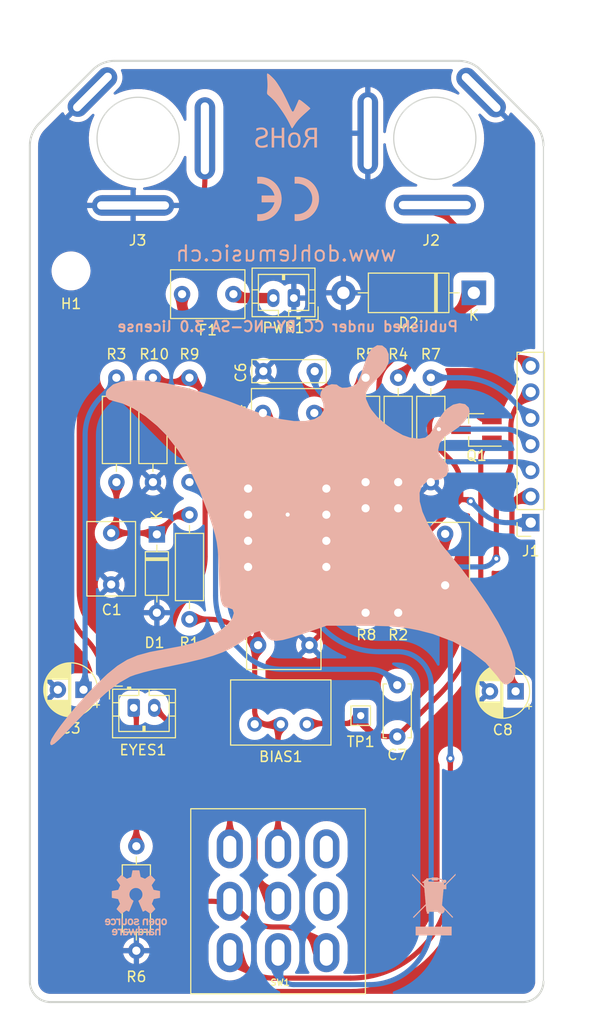
<source format=kicad_pcb>
(kicad_pcb (version 20211014) (generator pcbnew)
  (layers (0 "F.Cu" signal) (31 "B.Cu" signal) (34 "B.Paste" user) (35 "F.Paste" user) (36 "B.SilkS" user "B.Silkscreen") (37 "F.SilkS" user "F.Silkscreen") (38 "B.Mask" user) (39 "F.Mask" user) (44 "Edge.Cuts" user))
  (net 0 "")
  (net 1 "GND")
  (net 2 "Net-(C3-Pad1)")
  (net 3 "+9V")
  (net 4 "Net-(C1-Pad2)")
  (net 5 "Net-(BIAS1-Pad3)")
  (net 6 "Net-(C7-Pad2)")
  (net 7 "Net-(EYES1-Pad1)")
  (net 8 "Net-(EYES1-Pad2)")
  (net 9 "Net-(F1-Pad1)")
  (net 10 "FXIn")
  (net 11 "FXOut")
  (net 13 "Net-(C2-Pad2)")
  (net 14 "Net-(R2-Pad2)")
  (net 15 "Net-(C4-Pad2)")
  (net 18 "G1&2")
  (net 19 "D1")
  (net 20 "B2")
  (net 21 "G3")
  (net 22 "D2")
  (net 23 "D3")
  (net 24 "B1")
  (net 25 "Net-(J2-PadT)")
  (net 26 "Net-(J3-PadT)")
  (footprint "Capacitor_THT:C_Rect_L7.0mm_W4.5mm_P5.00mm" (layer "F.Cu") (at 122.774 118.11 180)
    (fp_text reference "C5")
    (fp_text value "100n")
  )
  (footprint "Potentiometer_THT:Potentiometer_Bourns_3299W_Vertical" (layer "F.Cu") (at 117.44 125.8008 180)
    (fp_text reference "BIAS1")
    (fp_text value "50k")
  )
  (footprint "Resistor_THT:R_Axial_DIN0207_L6.3mm_D2.5mm_P10.16mm_Horizontal" (layer "F.Cu") (at 107.534 102.255 90)
    (fp_text reference "R10")
    (fp_text value "10k")
  )
  (footprint "Capacitor_THT:CP_Radial_D5.0mm_P2.50mm" (layer "F.Cu") (at 142.84 122.6004 180)
    (fp_text reference "C8")
    (fp_text value "22u")
  )
  (footprint "TestPoint:TestPoint_THTPad_1.5x1.5mm_Drill0.7mm" (layer "F.Cu") (at 127.762 124.968 180)
    (fp_text reference "TP1")
    (fp_text value "VBias")
  )
  (footprint "Resistor_THT:R_Axial_DIN0207_L6.3mm_D2.5mm_P10.16mm_Horizontal" (layer "F.Cu") (at 128.235 92.095 -90)
    (fp_text reference "R5")
    (fp_text value "24k")
  )
  (footprint "Capacitor_THT:C_Rect_L7.0mm_W4.5mm_P5.00mm" (layer "F.Cu") (at 135.982 112.288 90)
    (fp_text reference "C2")
    (fp_text value "220n")
  )
  (footprint "Capacitor_THT:C_Rect_L7.0mm_W4.5mm_P5.00mm" (layer "F.Cu") (at 103.47 112.208 90)
    (fp_text reference "C1")
    (fp_text value "100n")
  )
  (footprint "Connector_JST:JST_PH_B2B-PH-K_1x02_P2.00mm_Vertical" (layer "F.Cu") (at 121.25 84.348 180)
    (fp_text reference "PWR1")
    (fp_text value "9V")
  )
  (footprint "Resistor_THT:R_Axial_DIN0207_L6.3mm_D2.5mm_P10.16mm_Horizontal" (layer "F.Cu") (at 111.09 92.095 -90)
    (fp_text reference "R9")
    (fp_text value "100k")
  )
  (footprint "footprints:StereoJackVertical" (layer "F.Cu") (at 134.373374 58.704089 180)
    (fp_text reference "J2")
    (fp_text value "AudioJack3")
    (fp_circle (center -0.601219 -10.1) (end 3.398781 -10.1) (layer "Edge.Cuts") (width 0.12) (fill none))
  )
  (footprint "Resistor_THT:R_Axial_DIN0207_L6.3mm_D2.5mm_P10.16mm_Horizontal" (layer "F.Cu") (at 131.41 114.955 90)
    (fp_text reference "R2")
    (fp_text value "10k")
  )
  (footprint "Capacitor_THT:C_Rect_L7.0mm_W4.5mm_P5.00mm" (layer "F.Cu") (at 118.242 95.524)
    (fp_text reference "C4")
    (fp_text value "220n")
  )
  (footprint "Capacitor_THT:CP_Radial_D5.0mm_P2.50mm" (layer "F.Cu") (at 100.7776 122.448 180)
    (fp_text reference "C3")
    (fp_text value "47u")
  )
  (footprint "Package_DIP:DIP-8_W7.62mm_Socket_LongPads" (layer "F.Cu") (at 124.415 110.5 180)
    (fp_text reference "U1")
    (fp_text value "TL082")
  )
  (footprint "Capacitor_THT:C_Disc_D5.0mm_W2.5mm_P5.00mm" (layer "F.Cu") (at 131.318 127 90)
    (fp_text reference "C7")
    (fp_text value "47n")
  )
  (footprint "Resistor_THT:R_Axial_DIN0207_L6.3mm_D2.5mm_P10.16mm_Horizontal" (layer "F.Cu") (at 103.978 102.255 90)
    (fp_text reference "R3")
    (fp_text value "10k")
  )
  (footprint "footprints:StereoJackVertical" (layer "F.Cu") (at 95.992866 69.416742 -90)
    (fp_text reference "J3")
    (fp_text value "AudioJack3")
    (fp_circle (center -0.601219 -10.1) (end 3.398781 -10.1) (layer "Edge.Cuts") (width 0.12) (fill none))
  )
  (footprint "Diode_THT:D_DO-15_P12.70mm_Horizontal" (layer "F.Cu") (at 138.776 83.84 180)
    (fp_text reference "D2")
    (fp_text value "1n4001")
  )
  (footprint "Connector_PinSocket_2.54mm:PinSocket_1x07_P2.54mm_Vertical" (layer "F.Cu") (at 144.3132 106.192 180)
    (fp_text reference "J1")
    (fp_text value "Conn_01x07_Female")
  )
  (footprint "Resistor_THT:R_Axial_DIN0207_L6.3mm_D2.5mm_P10.16mm_Horizontal" (layer "F.Cu") (at 105.918 137.668 -90)
    (fp_text reference "R6")
    (fp_text value "470")
  )
  (footprint "Capacitor_THT:C_Rect_L7.0mm_W4.5mm_P5.00mm" (layer "F.Cu") (at 115.368 83.967 180)
    (fp_text reference "F1")
    (fp_text value "<200mA PTC")
  )
  (footprint "Package_TO_SOT_SMD:SOT-23_Handsoldering" (layer "F.Cu") (at 139.03 97.175 180)
    (fp_text reference "Q1")
    (fp_text value "J201")
  )
  (footprint "Resistor_THT:R_Axial_DIN0207_L6.3mm_D2.5mm_P10.16mm_Horizontal" (layer "F.Cu") (at 134.585 102.255 90)
    (fp_text reference "R7")
    (fp_text value "24k")
  )
  (footprint "MountingHole:MountingHole_2.2mm_M2" (layer "F.Cu") (at 99.5584 81.7064 180)
    (fp_text reference "H1")
    (fp_text value "MountingHole")
  )
  (footprint "Resistor_THT:R_Axial_DIN0207_L6.3mm_D2.5mm_P10.16mm_Horizontal" (layer "F.Cu") (at 111.09 105.43 -90)
    (fp_text reference "R1")
    (fp_text value "1k")
  )
  (footprint "Connector_JST:JST_PH_B2B-PH-K_1x02_P2.00mm_Vertical" (layer "F.Cu") (at 105.664 124.206)
    (fp_text reference "EYES1")
    (fp_text value "15mA")
  )
  (footprint "Resistor_THT:R_Axial_DIN0207_L6.3mm_D2.5mm_P10.16mm_Horizontal" (layer "F.Cu") (at 131.41 102.255 90)
    (fp_text reference "R4")
    (fp_text value "47k")
  )
  (footprint "Resistor_THT:R_Axial_DIN0207_L6.3mm_D2.5mm_P10.16mm_Horizontal" (layer "F.Cu") (at 128.235 114.955 90)
    (fp_text reference "R8")
    (fp_text value "1k")
  )
  (footprint "footprints:3pdt_footswitch" (layer "F.Cu") (at 119.0148 143.022 180)
    (fp_text reference "SW1")
    (fp_text value "3pdt_footswitch" hide)
  )
  (footprint "Diode_THT:D_DO-35_SOD27_P7.62mm_Horizontal" (layer "F.Cu") (at 107.915 107.335 -90)
    (fp_text reference "D1")
    (fp_text value "BZX55C4V7")
  )
  (footprint "Logos:Dohle_ray_45x39" (layer "F.Cu") (at 120.0816 108.3764)
    (fp_text reference "G***" hide)
    (fp_text value "LOGO" hide)
  )
  (footprint "Capacitor_THT:C_Rect_L7.0mm_W2.0mm_P5.00mm" (layer "F.Cu") (at 123.282 91.46 180)
    (fp_text reference "C6")
    (fp_text value "220p")
  )
  (gr_poly (pts (xy 135.148344 140.831198) (xy 134.79662 140.831198) (xy 134.79662 140.886491) (xy 135.148344 140.886491) (xy 135.148344 140.831198)) (layer "B.SilkS") (width 0.010049) (fill solid))
  (gr_poly (pts (xy 106.227482 145.445707) (xy 106.227482 145.765067) (xy 106.236321 145.756918) (xy 106.245263 145.74914) (xy 106.254322 145.741755) (xy 106.263513 145.734783) (xy 106.27285 145.728247) (xy 106.282346 145.722167) (xy 106.292017 145.716566) (xy 106.301876 145.711463) (xy 106.311938 145.706881) (xy 106.322216 145.702841) (xy 106.332725 145.699363) (xy 106.34348 145.696471) (xy 106.354493 145.694184) (xy 106.36578 145.692524) (xy 106.377354 145.691512) (xy 106.389229 145.69117) (xy 106.403329 145.691565) (xy 106.416942 145.69273) (xy 106.43007 145.694633) (xy 106.442713 145.697243) (xy 106.454874 145.700529) (xy 106.466554 145.704459) (xy 106.477753 145.709002) (xy 106.488475 145.714127) (xy 106.498718 145.719802) (xy 106.508486 145.725995) (xy 106.51778 145.732677) (xy 106.5266 145.739815) (xy 106.534949 145.747377) (xy 106.542827 145.755334) (xy 106.550236 145.763652) (xy 106.557178 145.772302) (xy 106.563372 145.780603) (xy 106.569009 145.788991) (xy 106.574111 145.797634) (xy 106.5787 145.806703) (xy 106.580809 145.811451) (xy 106.582798 145.816368) (xy 106.584669 145.821477) (xy 106.586425 145.826798) (xy 106.58807 145.832353) (xy 106.589605 145.838163) (xy 106.592357 145.850632) (xy 106.594705 145.864376) (xy 106.596669 145.879565) (xy 106.598272 145.896367) (xy 106.599535 145.914953) (xy 106.600479 145.935493) (xy 106.601127 145.958156) (xy 106.6015 145.983112) (xy 106.601619 146.01053) (xy 106.601127 146.063257) (xy 106.599535 146.106715) (xy 106.598272 146.125398) (xy 106.596669 146.142279) (xy 106.594705 146.157531) (xy 106.592357 146.171324) (xy 106.589605 146.183831) (xy 106.586425 146.195223) (xy 106.582798 146.205673) (xy 106.5787 146.215352) (xy 106.574111 146.224431) (xy 106.569009 146.233083) (xy 106.563372 146.24148) (xy 106.557178 146.249792) (xy 106.550236 146.258436) (xy 106.542827 146.266763) (xy 106.534949 146.274739) (xy 106.5266 146.282331) (xy 106.51778 146.289507) (xy 106.508486 146.296232) (xy 106.498718 146.302474) (xy 106.488475 146.3082) (xy 106.477753 146.313376) (xy 106.472214 146.315748) (xy 106.466554 146.31797) (xy 106.460774 146.320038) (xy 106.454874 146.321948) (xy 106.448854 146.323696) (xy 106.442713 146.325277) (xy 106.436452 146.326688) (xy 106.43007 146.327924) (xy 106.423567 146.328982) (xy 106.416942 146.329856) (xy 106.410196 146.330543) (xy 106.403329 146.331039) (xy 106.39634 146.33134) (xy 106.389229 146.331441) (xy 106.385078 146.3314) (xy 106.380956 146.331276) (xy 106.376861 146.331071) (xy 106.372789 146.330785) (xy 106.368737 146.33042) (xy 106.364702 146.329976) (xy 106.360682 146.329455) (xy 106.356673 146.328857) (xy 106.356673 146.205351) (xy 106.366949 146.20479) (xy 106.376616 146.203703) (xy 106.385693 146.202106) (xy 106.394199 146.200017) (xy 106.402152 146.197452) (xy 106.409571 146.194429) (xy 106.416474 146.190964) (xy 106.42288 146.187075) (xy 106.428807 146.182778) (xy 106.434274 146.17809) (xy 106.439299 146.173029) (xy 106.443901 146.167611) (xy 106.448097 146.161854) (xy 106.451908 146.155774) (xy 106.455351 146.149388) (xy 106.458444 146.142714) (xy 106.461207 146.135768) (xy 106.463657 146.128567) (xy 106.465814 146.121129) (xy 106.467695 146.11347) (xy 106.469319 146.105607) (xy 106.470705 146.097557) (xy 106.472837 146.080966) (xy 106.474237 146.063832) (xy 106.475053 146.046291) (xy 106.475435 146.028478) (xy 106.475529 146.01053) (xy 106.475036 145.974559) (xy 106.474185 145.956892) (xy 106.472725 145.939631) (xy 106.4705 145.922919) (xy 106.467353 145.906902) (xy 106.46313 145.891724) (xy 106.460566 145.884495) (xy 106.457674 145.87753) (xy 106.454436 145.870847) (xy 106.450831 145.864464) (xy 106.44684 145.8584) (xy 106.442443 145.852671) (xy 106.437622 145.847297) (xy 106.432357 145.842296) (xy 106.426628 145.837685) (xy 106.420415 145.833483) (xy 106.4137 145.829707) (xy 106.406464 145.826376) (xy 106.398685 145.823508) (xy 106.390346 145.821121) (xy 106.381426 145.819233) (xy 106.371906 145.817862) (xy 106.361767 145.817026) (xy 106.350989 145.816744) (xy 106.340321 145.817044) (xy 106.330284 145.81793) (xy 106.320859 145.819381) (xy 106.312027 145.821376) (xy 106.303767 145.823892) (xy 106.296062 145.826908) (xy 106.288892 145.830403) (xy 106.282238 145.834355) (xy 106.276081 145.838743) (xy 106.270401 145.843545) (xy 106.265179 145.84874) (xy 106.260397 145.854306) (xy 106.256035 145.860222) (xy 106.252074 145.866467) (xy 106.248494 145.873018) (xy 106.245278 145.879855) (xy 106.242404 145.886956) (xy 106.239855 145.894299) (xy 106.237611 145.901863) (xy 106.235653 145.909627) (xy 106.233961 145.917569) (xy 106.232517 145.925667) (xy 106.230296 145.942247) (xy 106.228835 145.959195) (xy 106.227981 145.976339) (xy 106.227581 145.993509) (xy 106.227482 146.01053) (xy 106.227981 146.045116) (xy 106.228835 146.062414) (xy 106.230296 146.07949) (xy 106.232517 146.096174) (xy 106.235653 146.112297) (xy 106.239855 146.127688) (xy 106.242404 146.135057) (xy 106.245278 146.14218) (xy 106.248494 146.149035) (xy 106.252074 146.155601) (xy 106.256035 146.161857) (xy 106.260397 146.167783) (xy 106.265179 146.173356) (xy 106.270401 146.178555) (xy 106.276081 146.18336) (xy 106.282238 146.18775) (xy 106.288892 146.191702) (xy 106.296062 146.195196) (xy 106.303767 146.19821) (xy 106.312027 146.200724) (xy 106.320859 146.202717) (xy 106.330284 146.204166) (xy 106.340321 146.205051) (xy 106.350989 146.205351) (xy 106.352807 146.205359) (xy 106.353704 146.20536) (xy 106.354606 146.205351) (xy 106.354606 146.32834) (xy 106.345274 146.326545) (xy 106.336076 146.324348) (xy 106.327023 146.321764) (xy 106.318126 146.318804) (xy 106.309397 146.315481) (xy 106.300845 146.311808) (xy 106.292482 146.307797) (xy 106.284319 146.303461) (xy 106.276365 146.298813) (xy 106.268632 146.293864) (xy 106.261132 146.288628) (xy 106.253873 146.283118) (xy 106.246869 146.277344) (xy 106.240128 146.271322) (xy 106.233662 146.265062) (xy 106.227482 146.258577) (xy 106.227482 146.324206) (xy 106.101908 146.324206) (xy 106.101908 145.445707) (xy 106.227482 145.445707)) (layer "B.SilkS") (width 0.034835) (fill solid))
  (gr_poly (pts (xy 107.047807 145.335995) (xy 106.921981 145.335995) (xy 106.921981 144.963499) (xy 106.921827 144.955619) (xy 106.921368 144.947952) (xy 106.920611 144.9405) (xy 106.919562 144.933265) (xy 106.918227 144.926251) (xy 106.916613 144.919458) (xy 106.914727 144.912891) (xy 106.912573 144.906551) (xy 106.91016 144.90044) (xy 106.907492 144.894562) (xy 106.904577 144.888919) (xy 106.901421 144.883512) (xy 106.89803 144.878346) (xy 106.89441 144.873421) (xy 106.890568 144.868742) (xy 106.88651 144.864309) (xy 106.882242 144.860125) (xy 106.877771 144.856194) (xy 106.873103 144.852517) (xy 106.868245 144.849097) (xy 106.863202 144.845937) (xy 106.857981 144.843038) (xy 106.852588 144.840404) (xy 106.84703 144.838037) (xy 106.841313 144.835939) (xy 106.835444 144.834112) (xy 106.829428 144.83256) (xy 106.823272 144.831284) (xy 106.816982 144.830288) (xy 106.810565 144.829573) (xy 106.804027 144.829143) (xy 106.797374 144.828998) (xy 106.790832 144.829143) (xy 106.784398 144.829573) (xy 106.778078 144.830288) (xy 106.771879 144.831284) (xy 106.765808 144.83256) (xy 106.75987 144.834112) (xy 106.754073 144.835939) (xy 106.748423 144.838037) (xy 106.742927 144.840404) (xy 106.737591 144.843038) (xy 106.732422 144.845937) (xy 106.727426 144.849097) (xy 106.72261 144.852517) (xy 106.71798 144.856194) (xy 106.713543 144.860125) (xy 106.709306 144.864309) (xy 106.705275 144.868742) (xy 106.701456 144.873421) (xy 106.697856 144.878346) (xy 106.694483 144.883512) (xy 106.691341 144.888919) (xy 106.688438 144.894562) (xy 106.685781 144.90044) (xy 106.683376 144.906551) (xy 106.681229 144.912891) (xy 106.679347 144.919458) (xy 106.677736 144.926251) (xy 106.676404 144.933265) (xy 106.675356 144.9405) (xy 106.6746 144.947952) (xy 106.674141 144.955619) (xy 106.673987 144.963499) (xy 106.673987 145.335995) (xy 106.548161 145.335995) (xy 106.548161 144.920267) (xy 106.548483 144.907158) (xy 106.549432 144.894441) (xy 106.550986 144.882118) (xy 106.553122 144.87019) (xy 106.555817 144.858659) (xy 106.559049 144.847526) (xy 106.562795 144.836794) (xy 106.567031 144.826463) (xy 106.571736 144.816535) (xy 106.576885 144.807013) (xy 106.582457 144.797896) (xy 106.588429 144.789188) (xy 106.594777 144.780889) (xy 106.60148 144.773001) (xy 106.608513 144.765526) (xy 106.615855 144.758465) (xy 106.623483 144.75182) (xy 106.631373 144.745592) (xy 106.639503 144.739783) (xy 106.647851 144.734395) (xy 106.656392 144.729428) (xy 106.665105 144.724886) (xy 106.673967 144.720768) (xy 106.682955 144.717077) (xy 106.701217 144.710982) (xy 106.719709 144.706613) (xy 106.738248 144.703983) (xy 106.747478 144.703323) (xy 106.756652 144.703103) (xy 106.769023 144.703392) (xy 106.781154 144.704261) (xy 106.793032 144.705707) (xy 106.804646 144.707733) (xy 106.815987 144.710337) (xy 106.827042 144.713519) (xy 106.837801 144.717279) (xy 106.848252 144.721618) (xy 106.858385 144.726535) (xy 106.868188 144.732029) (xy 106.877651 144.738102) (xy 106.886762 144.744752) (xy 106.895511 144.75198) (xy 106.903887 144.759785) (xy 106.911878 144.768168) (xy 106.919473 144.777128) (xy 106.921981 144.777128) (xy 106.921981 144.710523) (xy 107.047807 144.710523) (xy 107.047807 145.335995)) (layer "B.SilkS") (width 0.034835) (fill solid))
  (gr_poly (pts (xy 121.339803 76.83434) (xy 121.366519 76.836856) (xy 121.393261 76.839037) (xy 121.420026 76.840883) (xy 121.446811 76.842394) (xy 121.473614 76.84357) (xy 121.50043 76.84441) (xy 121.527256 76.844914) (xy 121.554089 76.845082) (xy 121.696887 76.840333) (xy 121.837931 76.826237) (xy 121.976832 76.80302) (xy 122.113198 76.770906) (xy 122.246641 76.730121) (xy 122.376768 76.68089) (xy 122.50319 76.623439) (xy 122.625518 76.557993) (xy 122.743359 76.484778) (xy 122.856324 76.404018) (xy 122.964023 76.31594) (xy 123.066065 76.220768) (xy 123.162059 76.118728) (xy 123.251617 76.010045) (xy 123.334346 75.894945) (xy 123.409858 75.773653) (xy 123.477144 75.647612) (xy 123.535459 75.518416) (xy 123.584802 75.386516) (xy 123.625174 75.252362) (xy 123.656574 75.116405) (xy 123.679003 74.979096) (xy 123.69246 74.840885) (xy 123.696946 74.702224) (xy 123.69246 74.563563) (xy 123.679003 74.425352) (xy 123.656574 74.288043) (xy 123.625174 74.152086) (xy 123.584802 74.017932) (xy 123.535458 73.886032) (xy 123.477144 73.756836) (xy 123.409857 73.630795) (xy 123.373028 73.569389) (xy 123.334346 73.509503) (xy 123.293859 73.451165) (xy 123.251616 73.394403) (xy 123.207667 73.339245) (xy 123.162059 73.28572) (xy 123.114842 73.233856) (xy 123.066064 73.18368) (xy 123.015775 73.135222) (xy 122.964022 73.088509) (xy 122.910856 73.043569) (xy 122.856324 73.00043) (xy 122.800475 72.959121) (xy 122.743358 72.919671) (xy 122.685023 72.882106) (xy 122.625517 72.846455) (xy 122.56489 72.812747) (xy 122.50319 72.781009) (xy 122.440466 72.751271) (xy 122.376768 72.723559) (xy 122.312143 72.697902) (xy 122.24664 72.674328) (xy 122.180309 72.652866) (xy 122.113198 72.633543) (xy 122.045356 72.616388) (xy 121.976831 72.601429) (xy 121.907673 72.588694) (xy 121.837931 72.578211) (xy 121.767652 72.570009) (xy 121.696886 72.564116) (xy 121.625682 72.560559) (xy 121.554089 72.559367) (xy 121.527256 72.559535) (xy 121.500429 72.560039) (xy 121.473614 72.560879) (xy 121.446811 72.562054) (xy 121.420026 72.563565) (xy 121.39326 72.565411) (xy 121.366518 72.567592) (xy 121.339803 72.570108) (xy 121.339803 73.212965) (xy 121.366482 73.209945) (xy 121.393205 73.207404) (xy 121.419964 73.205341) (xy 121.446754 73.203758) (xy 121.473567 73.202655) (xy 121.500399 73.202031) (xy 121.527241 73.201887) (xy 121.554089 73.202224) (xy 121.654047 73.205548) (xy 121.752778 73.215415) (xy 121.850009 73.231668) (xy 121.945465 73.254147) (xy 122.038875 73.282697) (xy 122.129964 73.317158) (xy 122.21846 73.357374) (xy 122.304089 73.403186) (xy 122.386578 73.454437) (xy 122.465653 73.510969) (xy 122.541042 73.572623) (xy 122.612472 73.639244) (xy 122.679668 73.710672) (xy 122.742358 73.78675) (xy 122.800269 73.86732) (xy 122.853127 73.952224) (xy 122.900227 74.040453) (xy 122.941048 74.13089) (xy 122.975588 74.22322) (xy 123.003848 74.317128) (xy 123.025829 74.412298) (xy 123.041529 74.508414) (xy 123.050949 74.605161) (xy 123.054089 74.702224) (xy 123.050949 74.799287) (xy 123.041529 74.896035) (xy 123.025828 74.992151) (xy 123.003848 75.087321) (xy 122.975588 75.181229) (xy 122.941048 75.273559) (xy 122.900227 75.363996) (xy 122.853127 75.452225) (xy 122.827346 75.495209) (xy 122.800269 75.537129) (xy 122.771928 75.577966) (xy 122.742358 75.617699) (xy 122.711593 75.656309) (xy 122.679668 75.693777) (xy 122.646616 75.730082) (xy 122.612472 75.765205) (xy 122.577269 75.799126) (xy 122.541042 75.831825) (xy 122.503826 75.863283) (xy 122.465653 75.89348) (xy 122.426559 75.922396) (xy 122.386578 75.950012) (xy 122.345743 75.976307) (xy 122.304089 76.001263) (xy 122.26165 76.024858) (xy 122.21846 76.047075) (xy 122.174553 76.067892) (xy 122.129964 76.08729) (xy 122.084726 76.10525) (xy 122.038875 76.121752) (xy 121.992443 76.136775) (xy 121.945465 76.150301) (xy 121.897976 76.16231) (xy 121.850009 76.172781) (xy 121.801598 76.181695) (xy 121.752778 76.189033) (xy 121.703583 76.194775) (xy 121.654047 76.1989) (xy 121.604204 76.20139) (xy 121.554089 76.202224) (xy 121.527242 76.202561) (xy 121.500399 76.202417) (xy 121.473568 76.201793) (xy 121.446754 76.20069) (xy 121.419964 76.199106) (xy 121.393205 76.197044) (xy 121.366483 76.194502) (xy 121.339804 76.191483) (xy 121.339803 76.83434)) (layer "B.SilkS") (width 0.021428) (fill solid))
  (gr_poly (pts (xy 135.464927 143.879738) (xy 135.465079 143.873701) (xy 135.465532 143.867743) (xy 135.466278 143.861872) (xy 135.46731 143.856095) (xy 135.46862 143.850419) (xy 135.470201 143.844852) (xy 135.472046 143.839401) (xy 135.474147 143.834074) (xy 135.476496 143.828877) (xy 135.479087 143.823819) (xy 135.481912 143.818906) (xy 135.484964 143.814146) (xy 135.488235 143.809546) (xy 135.491718 143.805114) (xy 135.495405 143.800857) (xy 135.49929 143.796783) (xy 135.503364 143.792898) (xy 135.507621 143.78921) (xy 135.512053 143.785727) (xy 135.516653 143.782456) (xy 135.521413 143.779405) (xy 135.526326 143.77658) (xy 135.531384 143.773989) (xy 135.536581 143.771639) (xy 135.541909 143.769538) (xy 135.54736 143.767694) (xy 135.552927 143.766113) (xy 135.558603 143.764803) (xy 135.56438 143.763771) (xy 135.570251 143.763025) (xy 135.576209 143.762572) (xy 135.582246 143.762419) (xy 135.588283 143.762572) (xy 135.59424 143.763025) (xy 135.600111 143.763771) (xy 135.605888 143.764803) (xy 135.611564 143.766113) (xy 135.617131 143.767694) (xy 135.622582 143.769538) (xy 135.62791 143.771639) (xy 135.633106 143.773989) (xy 135.638165 143.77658) (xy 135.643078 143.779405) (xy 135.647838 143.782456) (xy 135.652438 143.785727) (xy 135.65687 143.78921) (xy 135.661126 143.792898) (xy 135.665201 143.796782) (xy 135.669086 143.800857) (xy 135.672773 143.805114) (xy 135.676256 143.809546) (xy 135.679527 143.814145) (xy 135.682579 143.818905) (xy 135.685404 143.823818) (xy 135.687995 143.828877) (xy 135.690344 143.834074) (xy 135.692445 143.839401) (xy 135.69429 143.844852) (xy 135.695871 143.850419) (xy 135.697181 143.856095) (xy 135.698212 143.861872) (xy 135.698959 143.867743) (xy 135.699412 143.873701) (xy 135.699564 143.879738) (xy 135.699412 143.885775) (xy 135.698959 143.891732) (xy 135.698212 143.897603) (xy 135.697181 143.90338) (xy 135.695871 143.909056) (xy 135.69429 143.914622) (xy 135.692445 143.920073) (xy 135.690344 143.9254) (xy 135.687995 143.930597) (xy 135.685404 143.935655) (xy 135.682579 143.940567) (xy 135.679527 143.945327) (xy 135.676256 143.949926) (xy 135.672773 143.954358) (xy 135.669086 143.958614) (xy 135.665201 143.962688) (xy 135.661127 143.966572) (xy 135.65687 143.970259) (xy 135.652438 143.973742) (xy 135.647838 143.977012) (xy 135.643078 143.980064) (xy 135.638165 143.982888) (xy 135.633107 143.985479) (xy 135.62791 143.987828) (xy 135.622582 143.989928) (xy 135.617131 143.991773) (xy 135.611564 143.993353) (xy 135.605888 143.994663) (xy 135.600111 143.995695) (xy 135.59424 143.996441) (xy 135.588283 143.996894) (xy 135.582246 143.997046) (xy 135.576209 143.996894) (xy 135.570251 143.996441) (xy 135.56438 143.995695) (xy 135.558603 143.994663) (xy 135.552927 143.993353) (xy 135.54736 143.991773) (xy 135.541909 143.989928) (xy 135.536582 143.987828) (xy 135.531385 143.985479) (xy 135.526326 143.982888) (xy 135.521413 143.980064) (xy 135.516653 143.977012) (xy 135.512054 143.973742) (xy 135.507622 143.970259) (xy 135.503365 143.966572) (xy 135.49929 143.962688) (xy 135.495405 143.958614) (xy 135.491718 143.954358) (xy 135.488235 143.949926) (xy 135.484964 143.945327) (xy 135.481912 143.940567) (xy 135.479087 143.935655) (xy 135.476496 143.930597) (xy 135.474147 143.9254) (xy 135.472046 143.920073) (xy 135.470201 143.914622) (xy 135.46862 143.909056) (xy 135.46731 143.90338) (xy 135.466278 143.897603) (xy 135.465532 143.891732) (xy 135.465079 143.885775) (xy 135.464927 143.879738)) (layer "B.SilkS") (width 0.010049) (fill solid))
  (gr_poly (pts (xy 123.143213 67.782375) (xy 123.079815 67.783628) (xy 123.022811 67.784959) (xy 123.022811 67.986497) (xy 123.046168 67.986124) (xy 123.057792 67.986018) (xy 123.06932 67.98598) (xy 123.243465 67.98598) (xy 123.243465 68.685162) (xy 123.084307 68.685162) (xy 123.050714 68.684877) (xy 123.016351 68.684061) (xy 122.982185 68.68277) (xy 122.949182 68.681062) (xy 122.918309 68.678995) (xy 122.890534 68.676626) (xy 122.866822 68.674011) (xy 122.848141 68.67121) (xy 122.82863 68.667293) (xy 122.809902 68.662766) (xy 122.791949 68.657623) (xy 122.774763 68.651861) (xy 122.758338 68.645473) (xy 122.742668 68.638457) (xy 122.727745 68.630807) (xy 122.713563 68.62252) (xy 122.700114 68.61359) (xy 122.687392 68.604013) (xy 122.681301 68.598981) (xy 122.67539 68.593785) (xy 122.669657 68.588425) (xy 122.664101 68.582901) (xy 122.658721 68.577212) (xy 122.653518 68.571357) (xy 122.648489 68.565335) (xy 122.643634 68.559148) (xy 122.634442 68.546269) (xy 122.625936 68.532717) (xy 122.614958 68.513341) (xy 122.61041 68.504515) (xy 122.606437 68.495989) (xy 122.603002 68.487557) (xy 122.600067 68.479012) (xy 122.597592 68.470149) (xy 122.595541 68.460761) (xy 122.593874 68.450643) (xy 122.592554 68.439587) (xy 122.591541 68.427388) (xy 122.590799 68.41384) (xy 122.589971 68.381871) (xy 122.589762 68.342031) (xy 122.589991 68.303322) (xy 122.590322 68.286757) (xy 122.590837 68.271816) (xy 122.591567 68.258324) (xy 122.592541 68.246102) (xy 122.593789 68.234975) (xy 122.595341 68.224766) (xy 122.597228 68.215299) (xy 122.599479 68.206397) (xy 122.602124 68.197883) (xy 122.605194 68.189581) (xy 122.608718 68.181315) (xy 122.612726 68.172907) (xy 122.617248 68.164182) (xy 122.622315 68.154962) (xy 122.630724 68.14097) (xy 122.640014 68.127343) (xy 122.650124 68.114125) (xy 122.660997 68.101363) (xy 122.672573 68.0891) (xy 122.684795 68.07738) (xy 122.697602 68.06625) (xy 122.710937 68.055752) (xy 122.72474 68.045933) (xy 122.738953 68.036836) (xy 122.753516 68.028507) (xy 122.768372 68.020989) (xy 122.783461 68.014328) (xy 122.798725 68.008569) (xy 122.814104 68.003755) (xy 122.829541 67.999933) (xy 122.843198 67.997548) (xy 122.860983 67.995307) (xy 122.882323 67.993238) (xy 122.906645 67.991371) (xy 122.933375 67.989734) (xy 122.961942 67.988357) (xy 122.991771 67.987268) (xy 123.02229 67.986497) (xy 123.02229 67.784959) (xy 122.931276 67.787674) (xy 122.892334 67.789337) (xy 122.857237 67.791276) (xy 122.825588 67.793544) (xy 122.796991 67.796197) (xy 122.771046 67.799288) (xy 122.747356 67.802871) (xy 122.725524 67.807001) (xy 122.705153 67.811731) (xy 122.685843 67.817116) (xy 122.667198 67.823209) (xy 122.648821 67.830066) (xy 122.630312 67.83774) (xy 122.611276 67.846285) (xy 122.591313 67.855755) (xy 122.564493 67.869821) (xy 122.538884 67.885447) (xy 122.514517 67.902587) (xy 122.491423 67.921196) (xy 122.469632 67.94123) (xy 122.449174 67.962645) (xy 122.430081 67.985394) (xy 122.412382 68.009433) (xy 122.396109 68.034718) (xy 122.381291 68.061203) (xy 122.367959 68.088844) (xy 122.356144 68.117596) (xy 122.345876 68.147413) (xy 122.337185 68.178252) (xy 122.330102 68.210067) (xy 122.324658 68.242813) (xy 122.321578 68.268145) (xy 122.319433 68.293041) (xy 122.318216 68.317489) (xy 122.317919 68.341478) (xy 122.318535 68.364994) (xy 122.320057 68.388025) (xy 122.322476 68.41056) (xy 122.325786 68.432585) (xy 122.329979 68.454089) (xy 122.335047 68.47506) (xy 122.340983 68.495484) (xy 122.347779 68.515351) (xy 122.355428 68.534647) (xy 122.363923 68.553361) (xy 122.373255 68.57148) (xy 122.383417 68.588992) (xy 122.394403 68.605884) (xy 122.406203 68.622145) (xy 122.418811 68.637763) (xy 122.43222 68.652724) (xy 122.446421 68.667017) (xy 122.461408 68.680629) (xy 122.477172 68.693549) (xy 122.493706 68.705763) (xy 122.511003 68.717261) (xy 122.529056 68.728028) (xy 122.547856 68.738054) (xy 122.567396 68.747327) (xy 122.587669 68.755832) (xy 122.608667 68.76356) (xy 122.630382 68.770496) (xy 122.652808 68.77663) (xy 122.715849 68.792133) (xy 122.65022 68.823656) (xy 122.627436 68.834981) (xy 122.606346 68.846806) (xy 122.586495 68.859809) (xy 122.567433 68.874669) (xy 122.548705 68.892068) (xy 122.529858 68.912683) (xy 122.510441 68.937196) (xy 122.489999 68.966285) (xy 122.46808 69.000631) (xy 122.444232 69.040913) (xy 122.388935 69.142003) (xy 122.320485 69.274994) (xy 122.235258 69.445322) (xy 122.105037 69.707838) (xy 122.370134 69.707838) (xy 122.510693 69.409665) (xy 122.539896 69.348437) (xy 122.568995 69.288648) (xy 122.59722 69.231803) (xy 122.6238 69.179403) (xy 122.647966 69.132952) (xy 122.668948 69.093951) (xy 122.685976 69.063904) (xy 122.692766 69.052708) (xy 122.698279 69.044314) (xy 122.715454 69.020851) (xy 122.732779 68.999592) (xy 122.750503 68.980439) (xy 122.768874 68.963297) (xy 122.788142 68.94807) (xy 122.808553 68.934662) (xy 122.830358 68.922976) (xy 122.853804 68.912916) (xy 122.879141 68.904387) (xy 122.906616 68.897292) (xy 122.936478 68.891536) (xy 122.968976 68.887022) (xy 123.004359 68.883653) (xy 123.042874 68.881335) (xy 123.084771 68.879972) (xy 123.130298 68.879465) (xy 123.243465 68.878949) (xy 123.243465 69.707838) (xy 123.502369 69.707838) (xy 123.502369 67.776174)) (layer "B.SilkS") (width 0) (fill solid))
  (gr_poly (pts (xy 133.113295 145.492505) (xy 136.607262 145.492505) (xy 136.607262 146.343311) (xy 133.113295 146.343311) (xy 133.113295 145.492505)) (layer "B.SilkS") (width 0.010049) (fill solid))
  (gr_poly (pts (xy 103.826595 145.69117) (xy 103.848803 145.693) (xy 103.871054 145.696743) (xy 103.882133 145.699367) (xy 103.893147 145.702512) (xy 103.904069 145.706191) (xy 103.914875 145.710419) (xy 103.925539 145.715209) (xy 103.936036 145.720577) (xy 103.946341 145.726535) (xy 103.956427 145.733098) (xy 103.966269 145.74028) (xy 103.975842 145.748096) (xy 103.985121 145.756559) (xy 103.994079 145.765683) (xy 104.002692 145.775483) (xy 104.010933 145.785972) (xy 104.018779 145.797165) (xy 104.026202 145.809075) (xy 104.033177 145.821718) (xy 104.03968 145.835106) (xy 104.045684 145.849255) (xy 104.051165 145.864177) (xy 104.056096 145.879888) (xy 104.060452 145.8964) (xy 104.064208 145.91373) (xy 104.067338 145.931889) (xy 104.069817 145.950894) (xy 104.071619 145.970756) (xy 104.072719 145.991492) (xy 104.073092 146.013114) (xy 104.07266 146.036607) (xy 104.071385 146.058981) (xy 104.069299 146.080262) (xy 104.066431 146.100474) (xy 104.062815 146.119642) (xy 104.05848 146.137789) (xy 104.053457 146.15494) (xy 104.047779 146.17112) (xy 104.041475 146.186353) (xy 104.034578 146.200663) (xy 104.027118 146.214075) (xy 104.019126 146.226613) (xy 104.010634 146.238302) (xy 104.001673 146.249165) (xy 103.992273 146.259228) (xy 103.982466 146.268515) (xy 103.972283 146.27705) (xy 103.961755 146.284857) (xy 103.950914 146.291962) (xy 103.93979 146.298388) (xy 103.928414 146.304159) (xy 103.916818 146.309301) (xy 103.89309 146.317792) (xy 103.868854 146.324056) (xy 103.844359 146.328289) (xy 103.819855 146.330686) (xy 103.795589 146.331441) (xy 103.779907 146.33109) (xy 103.764332 146.330024) (xy 103.748886 146.328226) (xy 103.733591 146.325677) (xy 103.718468 146.322361) (xy 103.70354 146.31826) (xy 103.688829 146.313356) (xy 103.674355 146.30763) (xy 103.660141 146.301067) (xy 103.64621 146.293647) (xy 103.632582 146.285353) (xy 103.61928 146.276167) (xy 103.606325 146.266073) (xy 103.593739 146.255051) (xy 103.581545 146.243084) (xy 103.569763 146.230155) (xy 103.661231 146.152641) (xy 103.668343 146.159635) (xy 103.675776 146.16624) (xy 103.683503 146.17245) (xy 103.691495 146.178254) (xy 103.699725 146.183644) (xy 103.708167 146.188611) (xy 103.716792 146.193146) (xy 103.725574 146.197241) (xy 103.734485 146.200887) (xy 103.743497 146.204076) (xy 103.752584 146.206797) (xy 103.761717 146.209044) (xy 103.77087 146.210806) (xy 103.780016 146.212076) (xy 103.789126 146.212844) (xy 103.798173 146.213102) (xy 103.806201 146.212949) (xy 103.814082 146.212491) (xy 103.821808 146.211728) (xy 103.829372 146.210661) (xy 103.836768 146.209289) (xy 103.843989 146.207613) (xy 103.851026 146.205634) (xy 103.857874 146.203352) (xy 103.864526 146.200767) (xy 103.870973 146.19788) (xy 103.87721 146.19469) (xy 103.883229 146.191199) (xy 103.889023 146.187407) (xy 103.894585 146.183314) (xy 103.899907 146.17892) (xy 103.904984 146.174226) (xy 103.909808 146.169232) (xy 103.914372 146.163939) (xy 103.918668 146.158346) (xy 103.92269 146.152455) (xy 103.926431 146.146265) (xy 103.929884 146.139778) (xy 103.933041 146.132992) (xy 103.935896 146.12591) (xy 103.938441 146.11853) (xy 103.94067 146.110854) (xy 103.942575 146.102882) (xy 103.94415 146.094614) (xy 103.945387 146.08605) (xy 103.946279 146.077191) (xy 103.946819 146.068038) (xy 103.947001 146.05859) (xy 103.557361 146.05859) (xy 103.557361 145.955237) (xy 103.557692 145.940612) (xy 103.558675 145.926324) (xy 103.560291 145.912381) (xy 103.562525 145.898788) (xy 103.565357 145.885555) (xy 103.568772 145.872688) (xy 103.572752 145.860196) (xy 103.57728 145.848084) (xy 103.582338 145.836361) (xy 103.587909 145.825035) (xy 103.593977 145.814112) (xy 103.600523 145.8036) (xy 103.60753 145.793507) (xy 103.614982 145.78384) (xy 103.62286 145.774606) (xy 103.631149 145.765813) (xy 103.63983 145.757469) (xy 103.648886 145.749581) (xy 103.6583 145.742155) (xy 103.668054 145.735201) (xy 103.678133 145.728724) (xy 103.688517 145.722733) (xy 103.69919 145.717235) (xy 103.710135 145.712238) (xy 103.721335 145.707749) (xy 103.732772 145.703774) (xy 103.744429 145.700323) (xy 103.756288 145.697402) (xy 103.768333 145.695019) (xy 103.780546 145.693181) (xy 103.79291 145.691896) (xy 103.805408 145.69117) (xy 103.805408 145.810026) (xy 103.799009 145.810573) (xy 103.792728 145.811386) (xy 103.78657 145.812466) (xy 103.78054 145.813811) (xy 103.774642 145.815421) (xy 103.768881 145.817293) (xy 103.763263 145.819428) (xy 103.757792 145.821824) (xy 103.752473 145.824481) (xy 103.747312 145.827397) (xy 103.742312 145.830571) (xy 103.737479 145.834003) (xy 103.732818 145.837692) (xy 103.728334 145.841636) (xy 103.724032 145.845835) (xy 103.719916 145.850287) (xy 103.715991 145.854992) (xy 103.712263 145.859949) (xy 103.708737 145.865156) (xy 103.705416 145.870614) (xy 103.702307 145.87632) (xy 103.699414 145.882274) (xy 103.696742 145.888475) (xy 103.694296 145.894922) (xy 103.692081 145.901614) (xy 103.690101 145.90855) (xy 103.688363 145.915729) (xy 103.68687 145.92315) (xy 103.685627 145.930812) (xy 103.68464 145.938715) (xy 103.683913 145.946857) (xy 103.683451 145.955237) (xy 103.947001 145.955237) (xy 103.946619 145.946461) (xy 103.945933 145.937945) (xy 103.94495 145.929692) (xy 103.943676 145.921701) (xy 103.942117 145.913974) (xy 103.94028 145.906513) (xy 103.93817 145.899318) (xy 103.935794 145.89239) (xy 103.933159 145.885732) (xy 103.930269 145.879343) (xy 103.927133 145.873226) (xy 103.923755 145.867381) (xy 103.920143 145.86181) (xy 103.916302 145.856513) (xy 103.912239 145.851493) (xy 103.90796 145.846749) (xy 103.903472 145.842284) (xy 103.898779 145.838099) (xy 103.89389 145.834194) (xy 103.88881 145.83057) (xy 103.883544 145.82723) (xy 103.878101 145.824175) (xy 103.872485 145.821404) (xy 103.866703 145.81892) (xy 103.860762 145.816724) (xy 103.854667 145.814817) (xy 103.848425 145.8132) (xy 103.842042 145.811875) (xy 103.835524 145.810841) (xy 103.828878 145.810102) (xy 103.82211 145.809658) (xy 103.815226 145.809509) (xy 103.814233 145.809526) (xy 103.813256 145.809571) (xy 103.81229 145.809638) (xy 103.811331 145.809718) (xy 103.809415 145.80989) (xy 103.80845 145.809966) (xy 103.807475 145.810026) (xy 103.807475 145.69117) (xy 103.808441 145.69115) (xy 103.809409 145.69114) (xy 103.811346 145.691143) (xy 103.815226 145.69117) (xy 103.820901 145.691111) (xy 103.823745 145.691104) (xy 103.825169 145.691125) (xy 103.826595 145.69117)) (layer "B.SilkS") (width 0.034835) (fill solid))
  (gr_poly (pts (xy 118.680913 62.49432) (xy 118.66782 62.502106) (xy 118.657319 62.515834) (xy 118.649208 62.535295) (xy 118.643288 62.560282) (xy 118.63936 62.590588) (xy 118.636681 62.666331) (xy 118.63957 62.760865) (xy 118.646433 62.872535) (xy 118.665684 63.140653) (xy 118.674878 63.293788) (xy 118.681654 63.457432) (xy 118.684415 63.629926) (xy 118.681563 63.809616) (xy 118.677532 63.901641) (xy 118.6715 63.994843) (xy 118.663265 64.089016) (xy 118.652629 64.183952) (xy 118.646081 64.24083) (xy 118.641519 64.291153) (xy 118.638937 64.335498) (xy 118.63833 64.374442) (xy 118.63969 64.408561) (xy 118.643013 64.438432) (xy 118.648292 64.464632) (xy 118.655522 64.487737) (xy 118.664697 64.508325) (xy 118.675811 64.526972) (xy 118.688857 64.544255) (xy 118.703831 64.560751) (xy 118.720726 64.577036) (xy 118.739537 64.593687) (xy 118.782882 64.630395) (xy 118.930959 64.758321) (xy 119.06041 64.874763) (xy 119.119529 64.930137) (xy 119.175645 64.984392) (xy 119.229311 65.038112) (xy 119.281078 65.09188) (xy 119.331497 65.14628) (xy 119.381121 65.201897) (xy 119.4305 65.259313) (xy 119.480186 65.319114) (xy 119.582687 65.448201) (xy 119.693036 65.59383) (xy 119.889631 65.862196) (xy 120.068504 66.115789) (xy 120.231885 66.358201) (xy 120.382006 66.593027) (xy 120.521101 66.823859) (xy 120.651399 67.054291) (xy 120.775134 67.287917) (xy 120.894538 67.528329) (xy 120.941515 67.624514) (xy 120.983844 67.708705) (xy 121.016886 67.771829) (xy 121.028473 67.792656) (xy 121.035998 67.804814) (xy 121.039935 67.810204) (xy 121.043774 67.815161) (xy 121.047531 67.819678) (xy 121.05122 67.823746) (xy 121.054854 67.827359) (xy 121.058448 67.830507) (xy 121.062017 67.833184) (xy 121.065575 67.835381) (xy 121.069136 67.837092) (xy 121.072715 67.838307) (xy 121.076326 67.83902) (xy 121.079982 67.839222) (xy 121.0837 67.838906) (xy 121.087492 67.838064) (xy 121.091373 67.836688) (xy 121.095358 67.834771) (xy 121.09946 67.832305) (xy 121.103695 67.829281) (xy 121.108076 67.825693) (xy 121.112618 67.821532) (xy 121.117336 67.816791) (xy 121.122242 67.811462) (xy 121.127353 67.805537) (xy 121.132681 67.799008) (xy 121.138242 67.791868) (xy 121.14405 67.784109) (xy 121.150119 67.775723) (xy 121.156464 67.766702) (xy 121.170036 67.746726) (xy 121.184882 67.724118) (xy 121.184878 67.724126) (xy 121.292 67.559949) (xy 121.382555 67.42419) (xy 121.46116 67.310773) (xy 121.53243 67.213619) (xy 121.600979 67.12665) (xy 121.671423 67.043789) (xy 121.748378 66.958958) (xy 121.836458 66.86608) (xy 121.8786 66.823342) (xy 121.93145 66.771455) (xy 121.992882 66.712415) (xy 122.060772 66.648215) (xy 122.207431 66.512317) (xy 122.28195 66.44461) (xy 122.354429 66.379723) (xy 122.602245 66.158599) (xy 122.75702 66.017241) (xy 122.805129 65.971213) (xy 122.836714 65.938813) (xy 122.854018 65.917937) (xy 122.858017 65.911163) (xy 122.859287 65.90648) (xy 122.85857 65.9027) (xy 122.856431 65.897871) (xy 122.852887 65.892007) (xy 122.847956 65.885126) (xy 122.834005 65.868372) (xy 122.814718 65.847732) (xy 122.790237 65.82333) (xy 122.760702 65.795292) (xy 122.726256 65.76374) (xy 122.687039 65.728801) (xy 122.643193 65.690598) (xy 122.594859 65.649255) (xy 122.485291 65.557649) (xy 122.359467 65.454979) (xy 122.218516 65.342238) (xy 122.114289 65.260111) (xy 122.029986 65.195072) (xy 121.962685 65.145229) (xy 121.934496 65.125415) (xy 121.90946 65.10869) (xy 121.887214 65.094818) (xy 121.86739 65.083564) (xy 121.849624 65.074689) (xy 121.83355 65.067958) (xy 121.818802 65.063134) (xy 121.805016 65.059982) (xy 121.791826 65.058264) (xy 121.778867 65.057743) (xy 121.723129 65.057743) (xy 121.655223 65.216318) (xy 121.531298 65.501301) (xy 121.405902 65.782771) (xy 121.302757 66.008119) (xy 121.266942 66.083309) (xy 121.245586 66.124741) (xy 121.237267 66.138221) (xy 121.228869 66.150486) (xy 121.224642 66.156161) (xy 121.220398 66.161532) (xy 121.216138 66.166598) (xy 121.211862 66.171358) (xy 121.207572 66.175811) (xy 121.203268 66.179958) (xy 121.198951 66.183798) (xy 121.194623 66.18733) (xy 121.190283 66.190554) (xy 121.185933 66.193469) (xy 121.181574 66.196076) (xy 121.177206 66.198373) (xy 121.172831 66.200361) (xy 121.16845 66.202039) (xy 121.164062 66.203406) (xy 121.15967 66.204461) (xy 121.155273 66.205206) (xy 121.150874 66.205638) (xy 121.146472 66.205758) (xy 121.14207 66.205566) (xy 121.137666 66.20506) (xy 121.133263 66.20424) (xy 121.128862 66.203106) (xy 121.124462 66.201658) (xy 121.120066 66.199895) (xy 121.115673 66.197816) (xy 121.111286 66.195422) (xy 121.106904 66.192711) (xy 121.102957 66.189545) (xy 121.09836 66.184808) (xy 121.087293 66.17078) (xy 121.07386 66.150935) (xy 121.05822 66.125583) (xy 121.04053 66.095033) (xy 121.020949 66.059594) (xy 120.976739 65.975287) (xy 120.926853 65.875134) (xy 120.872554 65.76161) (xy 120.815101 65.637188) (xy 120.755758 65.504341) (xy 120.69668 65.373512) (xy 120.626125 65.22321) (xy 120.463254 64.889591) (xy 120.292486 64.554285) (xy 120.212058 64.401876) (xy 120.139157 64.268095) (xy 120.051037 64.113007) (xy 119.958006 63.955234) (xy 119.862688 63.798873) (xy 119.767706 63.648022) (xy 119.675683 63.506777) (xy 119.589243 63.379238) (xy 119.511009 63.269501) (xy 119.443604 63.181663) (xy 119.399018 63.128347) (xy 119.349357 63.072089) (xy 119.295662 63.013826) (xy 119.238974 62.954492) (xy 119.120788 62.836355) (xy 119.003127 62.725159) (xy 118.894321 62.628389) (xy 118.845842 62.587752) (xy 118.80564 62.555859) (xy 118.795658 62.555859) (xy 118.795361 62.556274) (xy 118.794424 62.556258) (xy 118.792896 62.55584) (xy 118.788257 62.553919) (xy 118.781835 62.550741) (xy 118.774015 62.54654) (xy 118.755738 62.536) (xy 118.736528 62.524161) (xy 118.71949 62.512883) (xy 118.712754 62.508037) (xy 118.707725 62.50403) (xy 118.70479 62.501093) (xy 118.704229 62.5001) (xy 118.704337 62.499462) (xy 118.708773 62.497744) (xy 118.715715 62.498682) (xy 118.736003 62.507791) (xy 118.736897 62.508248) (xy 118.739085 62.509635) (xy 118.763183 62.526721) (xy 118.792224 62.551743) (xy 118.795267 62.554985) (xy 118.795658 62.555859) (xy 118.80564 62.555859) (xy 118.802701 62.553527) (xy 118.765938 62.526651) (xy 118.739085 62.509635) (xy 118.737731 62.508674) (xy 118.736897 62.508248) (xy 118.736596 62.508057) (xy 118.736003 62.507791) (xy 118.715668 62.497396) (xy 118.696795 62.492681)) (layer "B.SilkS") (width 0) (fill solid))
  (gr_poly (pts (xy 134.143367 141.002855) (xy 134.133307 141.008475) (xy 134.123541 141.014251) (xy 134.114079 141.020185) (xy 134.104932 141.026278) (xy 134.096108 141.032532) (xy 134.087619 141.038951) (xy 134.079473 141.045535) (xy 134.071682 141.052286) (xy 134.064254 141.059208) (xy 134.057201 141.066301) (xy 134.050532 141.073568) (xy 134.044256 141.081012) (xy 134.038385 141.088633) (xy 134.032927 141.096434) (xy 134.027894 141.104418) (xy 134.023294 141.112586) (xy 134.143367 141.112586) (xy 134.143367 141.002855)) (layer "B.SilkS") (width 0.010049) (fill solid))
  (gr_poly (pts (xy 135.234902 143.879738) (xy 135.235291 143.863139) (xy 135.236448 143.846742) (xy 135.238356 143.830562) (xy 135.240995 143.814619) (xy 135.244351 143.798928) (xy 135.248403 143.783509) (xy 135.253136 143.768377) (xy 135.258532 143.753551) (xy 135.264573 143.739048) (xy 135.271243 143.724885) (xy 135.278522 143.71108) (xy 135.286395 143.69765) (xy 135.294843 143.684614) (xy 135.30385 143.671987) (xy 135.313397 143.659788) (xy 135.323467 143.648034) (xy 135.334044 143.636743) (xy 135.345108 143.625932) (xy 135.356643 143.615619) (xy 135.368632 143.60582) (xy 135.381057 143.596554) (xy 135.3939 143.587838) (xy 135.407145 143.579689) (xy 135.420773 143.572124) (xy 135.434767 143.565162) (xy 135.44911 143.55882) (xy 135.463785 143.553115) (xy 135.478773 143.548064) (xy 135.494057 143.543685) (xy 135.509621 143.539996) (xy 135.525446 143.537014) (xy 135.541515 143.534756) (xy 135.551464 143.428019) (xy 134.840968 142.678541) (xy 134.212267 143.318941) (xy 134.264093 143.921443) (xy 135.237374 143.921443) (xy 135.236801 143.916303) (xy 135.236301 143.911141) (xy 135.235876 143.905957) (xy 135.235527 143.900753) (xy 135.235255 143.895528) (xy 135.235059 143.890283) (xy 135.234941 143.88502) (xy 135.234902 143.879738)) (layer "B.SilkS") (width 0.010049) (fill solid))
  (gr_poly (pts (xy 104.913351 145.69117) (xy 104.929035 145.691997) (xy 104.944214 145.693384) (xy 104.958891 145.69535) (xy 104.973072 145.697917) (xy 104.986763 145.701102) (xy 104.99997 145.704926) (xy 105.012698 145.709409) (xy 105.024953 145.71457) (xy 105.03674 145.720429) (xy 105.048065 145.727006) (xy 105.058933 145.73432) (xy 105.06935 145.742391) (xy 105.079322 145.751238) (xy 105.088854 145.760882) (xy 105.097952 145.771342) (xy 105.10662 145.782638) (xy 105.007919 145.857568) (xy 105.005812 145.854283) (xy 105.003651 145.851133) (xy 105.00143 145.848116) (xy 104.999144 145.845232) (xy 104.996789 145.842476) (xy 104.99436 145.839848) (xy 104.991853 145.837346) (xy 104.989261 145.834966) (xy 104.986581 145.832708) (xy 104.983808 145.830569) (xy 104.980938 145.828547) (xy 104.977964 145.82664) (xy 104.974883 145.824847) (xy 104.97169 145.823164) (xy 104.968379 145.82159) (xy 104.964947 145.820123) (xy 104.961389 145.818761) (xy 104.957699 145.817501) (xy 104.953873 145.816342) (xy 104.949906 145.815282) (xy 104.945793 145.814319) (xy 104.94153 145.81345) (xy 104.937112 145.812673) (xy 104.932534 145.811987) (xy 104.922879 145.810879) (xy 104.912527 145.810107) (xy 104.90144 145.809656) (xy 104.889579 145.809509) (xy 104.873295 145.809758) (xy 104.858209 145.810523) (xy 104.844301 145.811829) (xy 104.83155 145.813701) (xy 104.819938 145.816166) (xy 104.809442 145.819247) (xy 104.800042 145.822971) (xy 104.795747 145.825082) (xy 104.791719 145.827363) (xy 104.787954 145.829818) (xy 104.784451 145.832449) (xy 104.781207 145.83526) (xy 104.778219 145.838254) (xy 104.775485 145.841434) (xy 104.773001 145.844804) (xy 104.770767 145.848365) (xy 104.768778 145.852123) (xy 104.767033 145.856079) (xy 104.765529 145.860238) (xy 104.764264 145.864601) (xy 104.763234 145.869173) (xy 104.762437 145.873956) (xy 104.761871 145.878955) (xy 104.761422 145.889608) (xy 104.761422 145.955237) (xy 104.935571 145.955237) (xy 104.947983 145.955484) (xy 104.960011 145.956217) (xy 104.971656 145.957423) (xy 104.982916 145.959088) (xy 104.993791 145.961201) (xy 105.00428 145.963748) (xy 105.014382 145.966717) (xy 105.024097 145.970094) (xy 105.033424 145.973866) (xy 105.042362 145.978022) (xy 105.050911 145.982547) (xy 105.059069 145.98743) (xy 105.066836 145.992656) (xy 105.074212 145.998214) (xy 105.081195 146.00409) (xy 105.087785 146.010272) (xy 105.093981 146.016747) (xy 105.099783 146.023501) (xy 105.10519 146.030522) (xy 105.1102 146.037798) (xy 105.114814 146.045314) (xy 105.11903 146.053059) (xy 105.122848 146.06102) (xy 105.126267 146.069183) (xy 105.129287 146.077536) (xy 105.131907 146.086066) (xy 105.134125 146.09476) (xy 105.135942 146.103604) (xy 105.137356 146.112588) (xy 105.138367 146.121696) (xy 105.138974 146.130917) (xy 105.139177 146.140238) (xy 105.138938 146.15034) (xy 105.138225 146.160279) (xy 105.137041 146.170046) (xy 105.135391 146.179629) (xy 105.13328 146.189018) (xy 105.130712 146.198204) (xy 105.127692 146.207175) (xy 105.124223 146.215922) (xy 105.12031 146.224433) (xy 105.115959 146.232699) (xy 105.111172 146.240709) (xy 105.105954 146.248453) (xy 105.100311 146.25592) (xy 105.094246 146.2631) (xy 105.087764 146.269983) (xy 105.080868 146.276558) (xy 105.073565 146.282815) (xy 105.065857 146.288743) (xy 105.05775 146.294333) (xy 105.049248 146.299573) (xy 105.040354 146.304454) (xy 105.031075 146.308965) (xy 105.021413 146.313095) (xy 105.011374 146.316835) (xy 105.000962 146.320174) (xy 104.990181 146.323101) (xy 104.979036 146.325606) (xy 104.967531 146.327679) (xy 104.955671 146.32931) (xy 104.94346 146.330487) (xy 104.930902 146.331201) (xy 104.918001 146.331441) (xy 104.910429 146.331361) (xy 104.903092 146.331142) (xy 104.895975 146.330814) (xy 104.889063 146.330408) (xy 104.889063 146.212585) (xy 104.890664 146.212621) (xy 104.892253 146.212686) (xy 104.895425 146.212862) (xy 104.898646 146.213028) (xy 104.900296 146.213082) (xy 104.901982 146.213102) (xy 104.917335 146.212675) (xy 104.931501 146.211424) (xy 104.944505 146.209397) (xy 104.956375 146.206642) (xy 104.961894 146.205006) (xy 104.967139 146.203205) (xy 104.972115 146.201247) (xy 104.976824 146.199135) (xy 104.98127 146.196878) (xy 104.985457 146.19448) (xy 104.989387 146.191947) (xy 104.993065 146.189285) (xy 104.996493 146.186501) (xy 104.999676 146.1836) (xy 105.002616 146.180587) (xy 105.005317 146.17747) (xy 105.007782 146.174254) (xy 105.010015 146.170945) (xy 105.012019 146.167549) (xy 105.013798 146.164071) (xy 105.016693 146.156896) (xy 105.018727 146.149467) (xy 105.019927 146.141831) (xy 105.020321 146.134037) (xy 105.02022 146.129803) (xy 105.019915 146.125664) (xy 105.019407 146.121623) (xy 105.018694 146.117683) (xy 105.017775 146.113847) (xy 105.016649 146.110116) (xy 105.015316 146.106494) (xy 105.013774 146.102982) (xy 105.012023 146.099584) (xy 105.010061 146.096302) (xy 105.007888 146.093138) (xy 105.005503 146.090096) (xy 105.002904 146.087177) (xy 105.000091 146.084384) (xy 104.997064 146.08172) (xy 104.99382 146.079188) (xy 104.99036 146.076789) (xy 104.986681 146.074526) (xy 104.982784 146.072403) (xy 104.978668 146.07042) (xy 104.97433 146.068582) (xy 104.969772 146.06689) (xy 104.96499 146.065347) (xy 104.959986 146.063956) (xy 104.954757 146.062719) (xy 104.949303 146.061639) (xy 104.943624 146.060718) (xy 104.937717 146.059959) (xy 104.931582 146.059364) (xy 104.925218 146.058935) (xy 104.918624 146.058677) (xy 104.9118 146.05859) (xy 104.761422 146.05859) (xy 104.761422 146.104582) (xy 104.76181 146.12104) (xy 104.762303 146.12861) (xy 104.763001 146.135756) (xy 104.763911 146.142491) (xy 104.765037 146.148826) (xy 104.766384 146.154774) (xy 104.767958 146.160346) (xy 104.769763 146.165555) (xy 104.771805 146.170412) (xy 104.774089 146.174929) (xy 104.77662 146.179119) (xy 104.779403 146.182993) (xy 104.782443 146.186563) (xy 104.785746 146.189842) (xy 104.789316 146.192841) (xy 104.793158 146.195573) (xy 104.797279 146.198049) (xy 104.801682 146.200281) (xy 104.806373 146.202282) (xy 104.811357 146.204063) (xy 104.81664 146.205636) (xy 104.822226 146.207014) (xy 104.82812 146.208207) (xy 104.840855 146.210092) (xy 104.854885 146.211386) (xy 104.870251 146.212185) (xy 104.886995 146.212585) (xy 104.886995 146.330408) (xy 104.875157 146.329381) (xy 104.863985 146.327991) (xy 104.853456 146.326234) (xy 104.843545 146.324106) (xy 104.834228 146.321604) (xy 104.82548 146.318725) (xy 104.817279 146.315464) (xy 104.809598 146.311819) (xy 104.802415 146.307785) (xy 104.795704 146.30336) (xy 104.789441 146.298541) (xy 104.783603 146.293322) (xy 104.778164 146.287702) (xy 104.773102 146.281677) (xy 104.76839 146.275242) (xy 104.764006 146.268396) (xy 104.761422 146.268396) (xy 104.761422 146.324206) (xy 104.635331 146.324206) (xy 104.635331 145.897359) (xy 104.635641 145.883203) (xy 104.636562 145.869635) (xy 104.638085 145.856648) (xy 104.640199 145.844233) (xy 104.642892 145.832379) (xy 104.646155 145.821077) (xy 104.649976 145.81032) (xy 104.654345 145.800097) (xy 104.659251 145.790399) (xy 104.664684 145.781217) (xy 104.670632 145.772542) (xy 104.677086 145.764364) (xy 104.684034 145.756675) (xy 104.691466 145.749465) (xy 104.69937 145.742725) (xy 104.707738 145.736446) (xy 104.716557 145.730619) (xy 104.725817 145.725235) (xy 104.735507 145.720283) (xy 104.745617 145.715756) (xy 104.756136 145.711644) (xy 104.767053 145.707938) (xy 104.778358 145.704628) (xy 104.79004 145.701705) (xy 104.802088 145.699161) (xy 104.814491 145.696986) (xy 104.840322 145.693706) (xy 104.867447 145.691792) (xy 104.895781 145.69117) (xy 104.904637 145.691096) (xy 104.909038 145.691087) (xy 104.911209 145.691114) (xy 104.913351 145.69117)) (layer "B.SilkS") (width 0.034835) (fill solid))
  (gr_poly (pts (xy 105.904504 140.0264) (xy 105.904504 141.711052) (xy 105.898051 141.710747) (xy 105.891617 141.710408) (xy 105.885167 141.710132) (xy 105.881925 141.710049) (xy 105.878666 141.710018) (xy 105.845126 141.710866) (xy 105.812023 141.713381) (xy 105.7794 141.717524) (xy 105.747297 141.723253) (xy 105.715756 141.730527) (xy 105.684817 141.739306) (xy 105.654521 141.749548) (xy 105.624911 141.761213) (xy 105.596026 141.77426) (xy 105.567908 141.788647) (xy 105.540597 141.804335) (xy 105.514136 141.821282) (xy 105.488565 141.839447) (xy 105.463926 141.858789) (xy 105.440259 141.879267) (xy 105.417605 141.900842) (xy 105.396005 141.92347) (xy 105.375502 141.947113) (xy 105.356135 141.971729) (xy 105.337946 141.997276) (xy 105.320976 142.023715) (xy 105.305266 142.051004) (xy 105.290857 142.079102) (xy 105.27779 142.107968) (xy 105.266107 142.137562) (xy 105.255848 142.167843) (xy 105.247055 142.19877) (xy 105.239768 142.230301) (xy 105.234029 142.262396) (xy 105.229879 142.295015) (xy 105.227359 142.328116) (xy 105.22651 142.361658) (xy 105.2279 142.40457) (xy 105.232015 142.446743) (xy 105.238766 142.48809) (xy 105.248069 142.528524) (xy 105.259836 142.567959) (xy 105.273982 142.606308) (xy 105.29042 142.643484) (xy 105.309063 142.679401) (xy 105.329827 142.713971) (xy 105.352623 142.747108) (xy 105.377366 142.778725) (xy 105.40397 142.808736) (xy 105.432349 142.837054) (xy 105.462415 142.863591) (xy 105.494083 142.888261) (xy 105.527266 142.910978) (xy 105.531075 142.91435) (xy 105.535105 142.917741) (xy 105.539272 142.921094) (xy 105.543496 142.92435) (xy 105.547693 142.927452) (xy 105.551782 142.930344) (xy 105.55568 142.932968) (xy 105.559306 142.935266) (xy 105.609432 142.965755) (xy 105.610542 142.966478) (xy 105.611611 142.967252) (xy 105.61264 142.968075) (xy 105.613626 142.968945) (xy 105.61457 142.969861) (xy 105.61547 142.970818) (xy 105.616326 142.971816) (xy 105.617138 142.972852) (xy 105.617904 142.973923) (xy 105.618624 142.975027) (xy 105.619297 142.976162) (xy 105.619922 142.977325) (xy 105.620499 142.978514) (xy 105.621027 142.979728) (xy 105.621505 142.980962) (xy 105.621932 142.982216) (xy 105.622309 142.983486) (xy 105.622633 142.984771) (xy 105.622905 142.986068) (xy 105.623123 142.987374) (xy 105.623287 142.988688) (xy 105.623397 142.990007) (xy 105.62345 142.991329) (xy 105.623448 142.992651) (xy 105.623389 142.993971) (xy 105.623272 142.995287) (xy 105.623096 142.996597) (xy 105.622862 142.997897) (xy 105.622567 142.999186) (xy 105.622212 143.000462) (xy 105.621796 143.001721) (xy 105.621318 143.002962) (xy 105.208423 144.000834) (xy 105.207886 144.002044) (xy 105.207296 144.003209) (xy 105.206654 144.004329) (xy 105.205963 144.005402) (xy 105.205225 144.006429) (xy 105.204442 144.007408) (xy 105.203617 144.008338) (xy 105.202751 144.009219) (xy 105.201846 144.01005) (xy 105.200905 144.010829) (xy 105.19993 144.011556) (xy 105.198923 144.012229) (xy 105.197886 144.012849) (xy 105.196821 144.013415) (xy 105.195731 144.013924) (xy 105.194617 144.014377) (xy 105.193482 144.014773) (xy 105.192327 144.015111) (xy 105.191156 144.015389) (xy 105.18997 144.015608) (xy 105.188771 144.015765) (xy 105.187561 144.015861) (xy 105.186343 144.015895) (xy 105.185118 144.015865) (xy 105.183889 144.01577) (xy 105.182658 144.015611) (xy 105.181428 144.015385) (xy 105.180199 144.015093) (xy 105.178975 144.014732) (xy 105.177757 144.014304) (xy 105.176548 144.013805) (xy 105.17535 144.013236) (xy 104.975362 143.906266) (xy 104.972977 143.905018) (xy 104.970434 143.903952) (xy 104.967758 143.903067) (xy 104.964971 143.902363) (xy 104.962098 143.901839) (xy 104.959161 143.901494) (xy 104.956184 143.901329) (xy 104.95319 143.901342) (xy 104.950203 143.901534) (xy 104.947246 143.901903) (xy 104.944341 143.902449) (xy 104.941514 143.903171) (xy 104.938786 143.90407) (xy 104.936182 143.905144) (xy 104.933725 143.906393) (xy 104.931437 143.907817) (xy 104.477202 144.219426) (xy 104.476087 144.220145) (xy 104.474941 144.220809) (xy 104.473766 144.221418) (xy 104.472563 144.22197) (xy 104.471336 144.222468) (xy 104.470087 144.222911) (xy 104.467533 144.223631) (xy 104.46492 144.224135) (xy 104.462267 144.224422) (xy 104.459596 144.224496) (xy 104.456924 144.224357) (xy 104.454273 144.224007) (xy 104.451661 144.223449) (xy 104.449109 144.222683) (xy 104.446636 144.221712) (xy 104.444261 144.220538) (xy 104.443117 144.219874) (xy 104.442005 144.219161) (xy 104.440928 144.218397) (xy 104.439887 144.217584) (xy 104.438887 144.216721) (xy 104.437927 144.215808) (xy 104.020899 143.799296) (xy 104.01998 143.798329) (xy 104.019111 143.797319) (xy 104.018291 143.796267) (xy 104.017523 143.795176) (xy 104.016804 143.794049) (xy 104.016137 143.792889) (xy 104.01552 143.791697) (xy 104.014955 143.790478) (xy 104.014441 143.789232) (xy 104.013978 143.787964) (xy 104.013208 143.785368) (xy 104.012648 143.782711) (xy 104.012297 143.780015) (xy 104.012159 143.777299) (xy 104.012235 143.774584) (xy 104.012527 143.771893) (xy 104.013036 143.769245) (xy 104.013373 143.767943) (xy 104.013765 143.766661) (xy 104.014211 143.7654) (xy 104.014714 143.764163) (xy 104.015272 143.762952) (xy 104.015885 143.76177) (xy 104.016555 143.760621) (xy 104.017281 143.759505) (xy 104.334574 143.297001) (xy 104.336004 143.294714) (xy 104.337286 143.292255) (xy 104.338418 143.289649) (xy 104.339396 143.286917) (xy 104.340219 143.284082) (xy 104.340883 143.281167) (xy 104.341386 143.278194) (xy 104.341725 143.275185) (xy 104.341897 143.272164) (xy 104.341899 143.269153) (xy 104.341729 143.266174) (xy 104.341383 143.263251) (xy 104.340859 143.260405) (xy 104.340155 143.25766) (xy 104.339266 143.255037) (xy 104.338192 143.25256) (xy 104.163526 142.816927) (xy 104.163094 142.815657) (xy 104.162602 142.814391) (xy 104.161449 142.811875) (xy 104.160083 142.809394) (xy 104.15852 142.806965) (xy 104.156777 142.804603) (xy 104.154871 142.802322) (xy 104.152818 142.80014) (xy 104.150634 142.798071) (xy 104.148337 142.796131) (xy 104.145942 142.794336) (xy 104.143466 142.792701) (xy 104.140926 142.791241) (xy 104.138338 142.789973) (xy 104.135719 142.788912) (xy 104.134403 142.788463) (xy 104.133085 142.788073) (xy 104.131768 142.787741) (xy 104.130453 142.787472) (xy 103.57183 142.683602) (xy 103.570532 142.683331) (xy 103.56925 142.682997) (xy 103.567986 142.682601) (xy 103.566741 142.682146) (xy 103.565519 142.681632) (xy 103.564319 142.681063) (xy 103.563144 142.68044) (xy 103.561995 142.679765) (xy 103.560874 142.67904) (xy 103.559782 142.678268) (xy 103.558722 142.677449) (xy 103.557695 142.676586) (xy 103.556701 142.675682) (xy 103.555744 142.674737) (xy 103.554824 142.673754) (xy 103.553944 142.672735) (xy 103.553104 142.671681) (xy 103.552307 142.670596) (xy 103.551554 142.66948) (xy 103.550846 142.668336) (xy 103.550186 142.667165) (xy 103.549575 142.665971) (xy 103.549014 142.664753) (xy 103.548506 142.663516) (xy 103.548051 142.662259) (xy 103.547652 142.660987) (xy 103.547309 142.659699) (xy 103.547025 142.658399) (xy 103.546802 142.657089) (xy 103.54664 142.65577) (xy 103.546542 142.654444) (xy 103.546509 142.653113) (xy 103.546509 142.063485) (xy 103.546539 142.062151) (xy 103.546635 142.060824) (xy 103.546794 142.059503) (xy 103.547015 142.058193) (xy 103.547298 142.056893) (xy 103.547639 142.055607) (xy 103.548037 142.054336) (xy 103.548491 142.053082) (xy 103.548999 142.051847) (xy 103.54956 142.050633) (xy 103.550831 142.048275) (xy 103.552293 142.046022) (xy 103.553931 142.04389) (xy 103.555733 142.041894) (xy 103.557685 142.040049) (xy 103.559775 142.038371) (xy 103.56199 142.036873) (xy 103.56314 142.036197) (xy 103.564316 142.035572) (xy 103.565516 142.034999) (xy 103.56674 142.034482) (xy 103.567985 142.034021) (xy 103.569249 142.033618) (xy 103.570532 142.033276) (xy 103.57183 142.032996) (xy 104.144405 141.926542) (xy 104.147033 141.925935) (xy 104.149679 141.925101) (xy 104.152324 141.924054) (xy 104.154952 141.92281) (xy 104.157543 141.921382) (xy 104.160081 141.919784) (xy 104.162546 141.918031) (xy 104.164921 141.916136) (xy 104.167187 141.914115) (xy 104.169328 141.911981) (xy 104.171324 141.909748) (xy 104.173158 141.907431) (xy 104.174812 141.905044) (xy 104.176268 141.902601) (xy 104.177507 141.900116) (xy 104.178512 141.897604) (xy 104.353695 141.487809) (xy 104.354834 141.485356) (xy 104.355795 141.482752) (xy 104.356581 141.480021) (xy 104.35719 141.477186) (xy 104.357625 141.47427) (xy 104.357886 141.471295) (xy 104.357974 141.468285) (xy 104.35789 141.465262) (xy 104.357634 141.462249) (xy 104.357207 141.459269) (xy 104.356611 141.456346) (xy 104.355845 141.453501) (xy 104.354912 141.450758) (xy 104.353811 141.448139) (xy 104.352544 141.445668) (xy 104.351111 141.443368) (xy 104.017281 140.957092) (xy 104.016561 140.955979) (xy 104.015897 140.954833) (xy 104.015287 140.953659) (xy 104.014733 140.952457) (xy 104.014234 140.951232) (xy 104.01379 140.949984) (xy 104.013065 140.947434) (xy 104.012557 140.944825) (xy 104.012265 140.942177) (xy 104.012187 140.939509) (xy 104.012322 140.936841) (xy 104.012669 140.934193) (xy 104.013225 140.931583) (xy 104.013991 140.929031) (xy 104.014963 140.926556) (xy 104.016142 140.924178) (xy 104.016808 140.923032) (xy 104.017525 140.921916) (xy 104.018292 140.920835) (xy 104.019111 140.91979) (xy 104.01998 140.918784) (xy 104.020899 140.917818) (xy 104.437927 140.50079) (xy 104.438893 140.499871) (xy 104.439899 140.499002) (xy 104.440944 140.498182) (xy 104.442025 140.497414) (xy 104.443141 140.496695) (xy 104.444287 140.496028) (xy 104.445463 140.495411) (xy 104.446665 140.494846) (xy 104.447892 140.494331) (xy 104.44914 140.493869) (xy 104.451692 140.493099) (xy 104.454302 140.492538) (xy 104.45695 140.492188) (xy 104.459618 140.49205) (xy 104.462286 140.492126) (xy 104.464934 140.492418) (xy 104.466244 140.492645) (xy 104.467543 140.492927) (xy 104.468827 140.493264) (xy 104.470093 140.493655) (xy 104.471341 140.494102) (xy 104.472566 140.494604) (xy 104.473768 140.495162) (xy 104.474942 140.495776) (xy 104.476088 140.496446) (xy 104.477202 140.497172) (xy 104.972262 140.836686) (xy 104.97455 140.838122) (xy 104.97701 140.839409) (xy 104.97962 140.840546) (xy 104.982356 140.841528) (xy 104.985195 140.842354) (xy 104.988115 140.843021) (xy 104.991092 140.843525) (xy 104.994104 140.843864) (xy 104.997128 140.844036) (xy 105.000141 140.844037) (xy 105.003119 140.843864) (xy 105.006041 140.843515) (xy 105.008884 140.842988) (xy 105.011623 140.842279) (xy 105.014238 140.841385) (xy 105.016703 140.840304) (xy 105.413578 140.677523) (xy 105.414842 140.677074) (xy 105.416102 140.676564) (xy 105.418606 140.675372) (xy 105.421076 140.673964) (xy 105.423496 140.672358) (xy 105.425851 140.67057) (xy 105.428125 140.668619) (xy 105.430302 140.666521) (xy 105.432369 140.664294) (xy 105.434308 140.661956) (xy 105.436105 140.659524) (xy 105.437744 140.657016) (xy 105.43921 140.654448) (xy 105.440488 140.651838) (xy 105.441561 140.649204) (xy 105.442016 140.647884) (xy 105.442415 140.646564) (xy 105.442755 140.645246) (xy 105.443034 140.643933) (xy 105.553105 140.051721) (xy 105.553379 140.05042) (xy 105.553716 140.049135) (xy 105.554114 140.047869) (xy 105.554572 140.046623) (xy 105.555087 140.045398) (xy 105.555658 140.044197) (xy 105.556282 140.043021) (xy 105.556958 140.041872) (xy 105.557683 140.04075) (xy 105.558456 140.039659) (xy 105.559275 140.038598) (xy 105.560137 140.037571) (xy 105.561042 140.036578) (xy 105.561986 140.035621) (xy 105.562968 140.034702) (xy 105.563986 140.033822) (xy 105.565039 140.032984) (xy 105.566123 140.032187) (xy 105.567238 140.031435) (xy 105.568381 140.030729) (xy 105.56955 140.03007) (xy 105.570744 140.029459) (xy 105.57196 140.0289) (xy 105.573196 140.028392) (xy 105.574452 140.027938) (xy 105.575723 140.02754) (xy 105.57701 140.027198) (xy 105.578309 140.026915) (xy 105.579619 140.026692) (xy 105.580938 140.026531) (xy 105.582263 140.026433) (xy 105.583594 140.0264) (xy 105.904504 140.0264)) (layer "B.SilkS") (width 0.034835) (fill solid))
  (gr_poly (pts (xy 107.441878 145.69117) (xy 107.457572 145.691997) (xy 107.47277 145.693384) (xy 107.487474 145.69535) (xy 107.501689 145.697917) (xy 107.51542 145.701102) (xy 107.528671 145.704926) (xy 107.541445 145.709409) (xy 107.553747 145.71457) (xy 107.565581 145.720429) (xy 107.576951 145.727006) (xy 107.587862 145.73432) (xy 107.598317 145.742391) (xy 107.60832 145.751238) (xy 107.617877 145.760882) (xy 107.62699 145.771342) (xy 107.635665 145.782638) (xy 107.536963 145.857568) (xy 107.534857 145.854283) (xy 107.532695 145.851133) (xy 107.530474 145.848116) (xy 107.528189 145.845232) (xy 107.525834 145.842476) (xy 107.523405 145.839848) (xy 107.520897 145.837346) (xy 107.518306 145.834966) (xy 107.515626 145.832708) (xy 107.512853 145.830569) (xy 107.509982 145.828547) (xy 107.507009 145.82664) (xy 107.503928 145.824847) (xy 107.500734 145.823164) (xy 107.497424 145.82159) (xy 107.493992 145.820123) (xy 107.490433 145.818761) (xy 107.486743 145.817501) (xy 107.482917 145.816342) (xy 107.47895 145.815282) (xy 107.474838 145.814319) (xy 107.470575 145.81345) (xy 107.466157 145.812673) (xy 107.461579 145.811987) (xy 107.451924 145.810879) (xy 107.441572 145.810107) (xy 107.430484 145.809656) (xy 107.418624 145.809509) (xy 107.402339 145.809758) (xy 107.387241 145.810523) (xy 107.37331 145.811829) (xy 107.360529 145.813701) (xy 107.348878 145.816166) (xy 107.338338 145.819247) (xy 107.328891 145.822971) (xy 107.324571 145.825082) (xy 107.320518 145.827363) (xy 107.316728 145.829818) (xy 107.3132 145.832449) (xy 107.309931 145.83526) (xy 107.306919 145.838254) (xy 107.304162 145.841434) (xy 107.301656 145.844804) (xy 107.2994 145.848365) (xy 107.297392 145.852123) (xy 107.295628 145.856079) (xy 107.294108 145.860238) (xy 107.292827 145.864601) (xy 107.291785 145.869173) (xy 107.290979 145.873956) (xy 107.290405 145.878955) (xy 107.28995 145.889608) (xy 107.28995 145.955237) (xy 107.464099 145.955237) (xy 107.476514 145.955484) (xy 107.488545 145.956217) (xy 107.500192 145.957423) (xy 107.511454 145.959088) (xy 107.522331 145.961201) (xy 107.532821 145.963748) (xy 107.542924 145.966717) (xy 107.55264 145.970094) (xy 107.561967 145.973866) (xy 107.570906 145.978022) (xy 107.579454 145.982547) (xy 107.587612 145.98743) (xy 107.595379 145.992656) (xy 107.602754 145.998214) (xy 107.609737 146.00409) (xy 107.616326 146.010272) (xy 107.622521 146.016747) (xy 107.628322 146.023501) (xy 107.633728 146.030522) (xy 107.638737 146.037798) (xy 107.64335 146.045314) (xy 107.647565 146.053059) (xy 107.651382 146.06102) (xy 107.6548 146.069183) (xy 107.657819 146.077536) (xy 107.660437 146.086066) (xy 107.662655 146.09476) (xy 107.664471 146.103604) (xy 107.665884 146.112588) (xy 107.666895 146.121696) (xy 107.667502 146.130917) (xy 107.667704 146.140238) (xy 107.667465 146.15034) (xy 107.666752 146.160279) (xy 107.665568 146.170046) (xy 107.663919 146.179629) (xy 107.661808 146.189018) (xy 107.65924 146.198204) (xy 107.656219 146.207175) (xy 107.65275 146.215922) (xy 107.648838 146.224433) (xy 107.644486 146.232699) (xy 107.639699 146.240709) (xy 107.634482 146.248453) (xy 107.628839 146.25592) (xy 107.622774 146.2631) (xy 107.616291 146.269983) (xy 107.609396 146.276558) (xy 107.602092 146.282815) (xy 107.594385 146.288743) (xy 107.586278 146.294333) (xy 107.577775 146.299573) (xy 107.568882 146.304454) (xy 107.559602 146.308965) (xy 107.549941 146.313095) (xy 107.539902 146.316835) (xy 107.52949 146.320174) (xy 107.518709 146.323101) (xy 107.507564 146.325606) (xy 107.496059 146.327679) (xy 107.484199 146.32931) (xy 107.471987 146.330487) (xy 107.459429 146.331201) (xy 107.446529 146.331441) (xy 107.436029 146.331341) (xy 107.425976 146.331038) (xy 107.416357 146.330528) (xy 107.407153 146.329807) (xy 107.39835 146.32887) (xy 107.389931 146.327713) (xy 107.381881 146.326332) (xy 107.374182 146.324723) (xy 107.374182 146.210518) (xy 107.380335 146.211097) (xy 107.386719 146.211609) (xy 107.393345 146.212052) (xy 107.400225 146.212421) (xy 107.407369 146.212714) (xy 107.414791 146.212928) (xy 107.4225 146.213058) (xy 107.430509 146.213102) (xy 107.445875 146.212675) (xy 107.46006 146.211424) (xy 107.473093 146.209397) (xy 107.484998 146.206642) (xy 107.490536 146.205006) (xy 107.495802 146.203205) (xy 107.500799 146.201247) (xy 107.50553 146.199135) (xy 107.509999 146.196878) (xy 107.514209 146.19448) (xy 107.518163 146.191947) (xy 107.521864 146.189285) (xy 107.525316 146.186501) (xy 107.528521 146.1836) (xy 107.531484 146.180587) (xy 107.534207 146.17747) (xy 107.536693 146.174254) (xy 107.538947 146.170945) (xy 107.542767 146.164071) (xy 107.545692 146.156896) (xy 107.54775 146.149467) (xy 107.548966 146.141831) (xy 107.549365 146.134037) (xy 107.549263 146.129803) (xy 107.548954 146.125664) (xy 107.54844 146.121623) (xy 107.547718 146.117683) (xy 107.546788 146.113847) (xy 107.545649 146.110116) (xy 107.544301 146.106494) (xy 107.542743 146.102982) (xy 107.540974 146.099584) (xy 107.538993 146.096302) (xy 107.536799 146.093138) (xy 107.534393 146.090096) (xy 107.531772 146.087177) (xy 107.528937 146.084384) (xy 107.525886 146.08172) (xy 107.522619 146.079188) (xy 107.519135 146.076789) (xy 107.515434 146.074526) (xy 107.511513 146.072403) (xy 107.507374 146.07042) (xy 107.503015 146.068582) (xy 107.498435 146.06689) (xy 107.493633 146.065347) (xy 107.488609 146.063956) (xy 107.483362 146.062719) (xy 107.477892 146.061639) (xy 107.472197 146.060718) (xy 107.466277 146.059959) (xy 107.46013 146.059364) (xy 107.453757 146.058935) (xy 107.447157 146.058677) (xy 107.440328 146.05859) (xy 107.28995 146.05859) (xy 107.28995 146.104582) (xy 107.290214 146.11829) (xy 107.291021 146.130802) (xy 107.292395 146.14217) (xy 107.294357 146.152449) (xy 107.295566 146.157197) (xy 107.296931 146.161693) (xy 107.298454 146.165944) (xy 107.300139 146.169956) (xy 107.301988 146.173736) (xy 107.304004 146.177292) (xy 107.30619 146.180629) (xy 107.308549 146.183755) (xy 107.311084 146.186676) (xy 107.313797 146.189399) (xy 107.316692 146.191931) (xy 107.31977 146.194278) (xy 107.323036 146.196448) (xy 107.326491 146.198446) (xy 107.33014 146.200281) (xy 107.333983 146.201958) (xy 107.338026 146.203484) (xy 107.342269 146.204867) (xy 107.351371 146.207227) (xy 107.361312 146.209093) (xy 107.372115 146.210518) (xy 107.372115 146.324206) (xy 107.365073 146.322366) (xy 107.358353 146.32031) (xy 107.351945 146.318039) (xy 107.345839 146.31555) (xy 107.340026 146.312844) (xy 107.334495 146.309918) (xy 107.329237 146.306773) (xy 107.324241 146.303406) (xy 107.319497 146.299818) (xy 107.314997 146.296006) (xy 107.310729 146.29197) (xy 107.306684 146.28771) (xy 107.302852 146.283223) (xy 107.299222 146.278509) (xy 107.295786 146.273567) (xy 107.292533 146.268396) (xy 107.28995 146.268396) (xy 107.28995 146.324206) (xy 107.164376 146.324206) (xy 107.164376 145.897359) (xy 107.164684 145.883203) (xy 107.165601 145.869635) (xy 107.167116 145.856648) (xy 107.16922 145.844233) (xy 107.1719 145.832379) (xy 107.175148 145.821077) (xy 107.178953 145.81032) (xy 107.183304 145.800097) (xy 107.18819 145.790399) (xy 107.193601 145.781217) (xy 107.199527 145.772542) (xy 107.205957 145.764364) (xy 107.212881 145.756675) (xy 107.220289 145.749465) (xy 107.228169 145.742725) (xy 107.236511 145.736446) (xy 107.245305 145.730619) (xy 107.25454 145.725235) (xy 107.264206 145.720283) (xy 107.274293 145.715756) (xy 107.284789 145.711644) (xy 107.295685 145.707938) (xy 107.30697 145.704628) (xy 107.318634 145.701705) (xy 107.330665 145.699161) (xy 107.343054 145.696986) (xy 107.368862 145.693706) (xy 107.395975 145.691792) (xy 107.424308 145.69117) (xy 107.433165 145.691096) (xy 107.437566 145.691087) (xy 107.439736 145.691114) (xy 107.441878 145.69117)) (layer "B.SilkS") (width 0.034835) (fill solid))
  (gr_poly (pts (xy 135.401604 143.879738) (xy 135.40184 143.889033) (xy 135.402537 143.898207) (xy 135.403686 143.907247) (xy 135.405274 143.916142) (xy 135.407291 143.924882) (xy 135.409725 143.933454) (xy 135.412565 143.941847) (xy 135.415799 143.95005) (xy 135.419416 143.958052) (xy 135.423405 143.965841) (xy 135.427755 143.973405) (xy 135.432453 143.980735) (xy 135.437489 143.987817) (xy 135.442852 143.994641) (xy 135.448529 144.001196) (xy 135.45451 144.007469) (xy 135.460784 144.01345) (xy 135.467338 144.019128) (xy 135.474162 144.024491) (xy 135.481244 144.029527) (xy 135.488573 144.034226) (xy 135.496138 144.038576) (xy 135.503927 144.042565) (xy 135.511929 144.046183) (xy 135.520132 144.049417) (xy 135.528526 144.052257) (xy 135.537098 144.054692) (xy 135.545838 144.056709) (xy 135.554734 144.058298) (xy 135.563775 144.059446) (xy 135.572949 144.060144) (xy 135.582246 144.060379) (xy 135.591541 144.060144) (xy 135.600715 144.059446) (xy 135.609755 144.058298) (xy 135.61865 144.056709) (xy 135.62739 144.054692) (xy 135.635962 144.052257) (xy 135.644355 144.049417) (xy 135.652558 144.046183) (xy 135.66056 144.042565) (xy 135.668349 144.038576) (xy 135.675913 144.034226) (xy 135.683243 144.029527) (xy 135.690325 144.024491) (xy 135.697149 144.019128) (xy 135.703704 144.01345) (xy 135.709977 144.007469) (xy 135.715959 144.001196) (xy 135.721636 143.994641) (xy 135.726999 143.987817) (xy 135.732036 143.980735) (xy 135.736734 143.973405) (xy 135.741084 143.965841) (xy 135.745073 143.958052) (xy 135.748691 143.95005) (xy 135.751926 143.941847) (xy 135.754766 143.933454) (xy 135.7572 143.924882) (xy 135.759217 143.916142) (xy 135.760806 143.907247) (xy 135.761955 143.898207) (xy 135.762652 143.889033) (xy 135.762887 143.879738) (xy 135.762652 143.870441) (xy 135.761955 143.861267) (xy 135.760806 143.852226) (xy 135.759217 143.84333) (xy 135.7572 143.83459) (xy 135.754766 143.826018) (xy 135.751926 143.817624) (xy 135.748691 143.809421) (xy 135.745073 143.801419) (xy 135.741084 143.79363) (xy 135.736734 143.786066) (xy 135.732036 143.778736) (xy 135.726999 143.771654) (xy 135.721636 143.76483) (xy 135.715959 143.758276) (xy 135.709977 143.752002) (xy 135.703704 143.746021) (xy 135.697149 143.740344) (xy 135.690325 143.734981) (xy 135.683243 143.729945) (xy 135.675913 143.725247) (xy 135.668349 143.720897) (xy 135.66056 143.716908) (xy 135.652558 143.713291) (xy 135.644355 143.710057) (xy 135.635962 143.707217) (xy 135.62739 143.704783) (xy 135.61865 143.702766) (xy 135.609755 143.701177) (xy 135.600715 143.700029) (xy 135.591541 143.699331) (xy 135.582246 143.699096) (xy 135.572949 143.699331) (xy 135.563775 143.700029) (xy 135.554734 143.701177) (xy 135.545838 143.702766) (xy 135.537098 143.704783) (xy 135.528526 143.707217) (xy 135.520132 143.710057) (xy 135.511929 143.713291) (xy 135.503927 143.716908) (xy 135.496138 143.720897) (xy 135.488573 143.725247) (xy 135.481244 143.729945) (xy 135.474162 143.734981) (xy 135.467338 143.740344) (xy 135.460784 143.746021) (xy 135.45451 143.752002) (xy 135.448529 143.758276) (xy 135.442852 143.76483) (xy 135.437489 143.771654) (xy 135.432453 143.778736) (xy 135.427755 143.786066) (xy 135.423405 143.79363) (xy 135.419416 143.801419) (xy 135.415799 143.809421) (xy 135.412565 143.817624) (xy 135.409725 143.826018) (xy 135.407291 143.83459) (xy 135.405274 143.84333) (xy 135.403686 143.852226) (xy 135.402537 143.861267) (xy 135.40184 143.870441) (xy 135.401604 143.879738)) (layer "B.SilkS") (width 0.010049) (fill solid))
  (gr_poly (pts (xy 135.969486 141.52903) (xy 135.836982 141.663996) (xy 135.830581 141.732635) (xy 135.989615 141.732635) (xy 135.989615 141.52903) (xy 135.969486 141.52903)) (layer "B.SilkS") (width 0.010049) (fill solid))
  (gr_poly (pts (xy 108.620618 144.703117) (xy 108.638436 144.703596) (xy 108.655356 144.70499) (xy 108.6714 144.707231) (xy 108.686592 144.710253) (xy 108.700954 144.71399) (xy 108.71451 144.718375) (xy 108.727283 144.723342) (xy 108.739295 144.728823) (xy 108.750569 144.734752) (xy 108.76113 144.741063) (xy 108.771 144.747689) (xy 108.780201 144.754564) (xy 108.788757 144.76162) (xy 108.796692 144.768792) (xy 108.804027 144.776013) (xy 108.810787 144.783215) (xy 108.819475 144.793174) (xy 108.827508 144.803222) (xy 108.834898 144.813484) (xy 108.84166 144.824083) (xy 108.847805 144.835142) (xy 108.853347 144.846786) (xy 108.8583 144.859136) (xy 108.862675 144.872317) (xy 108.866487 144.886452) (xy 108.869748 144.901665) (xy 108.872472 144.918078) (xy 108.874671 144.935816) (xy 108.876358 144.955001) (xy 108.877547 144.975758) (xy 108.878251 144.998208) (xy 108.878483 145.022477) (xy 108.878251 145.046959) (xy 108.877547 145.069605) (xy 108.876358 145.090539) (xy 108.874671 145.109885) (xy 108.872472 145.127767) (xy 108.869748 145.144309) (xy 108.866487 145.159635) (xy 108.862675 145.173869) (xy 108.8583 145.187135) (xy 108.853347 145.199556) (xy 108.847805 145.211256) (xy 108.84166 145.222361) (xy 108.834898 145.232992) (xy 108.827508 145.243275) (xy 108.819475 145.253332) (xy 108.810787 145.263289) (xy 108.804027 145.270492) (xy 108.796692 145.277713) (xy 108.788757 145.284885) (xy 108.780201 145.291941) (xy 108.771 145.298816) (xy 108.76113 145.305442) (xy 108.750569 145.311753) (xy 108.739295 145.317682) (xy 108.733382 145.320483) (xy 108.727283 145.323163) (xy 108.720993 145.325715) (xy 108.71451 145.32813) (xy 108.707832 145.330399) (xy 108.700954 145.332514) (xy 108.693875 145.334468) (xy 108.686592 145.336251) (xy 108.679101 145.337856) (xy 108.6714 145.339274) (xy 108.663486 145.340496) (xy 108.655356 145.341515) (xy 108.647007 145.342322) (xy 108.638436 145.342909) (xy 108.629641 145.343267) (xy 108.620618 145.343388) (xy 108.602805 145.342909) (xy 108.585889 145.341515) (xy 108.569848 145.339274) (xy 108.554658 145.336251) (xy 108.540296 145.332514) (xy 108.52674 145.32813) (xy 108.513967 145.323163) (xy 108.501954 145.317682) (xy 108.490677 145.311753) (xy 108.480114 145.305442) (xy 108.470243 145.298816) (xy 108.461039 145.291941) (xy 108.452481 145.284885) (xy 108.444545 145.277713) (xy 108.437208 145.270492) (xy 108.430448 145.263289) (xy 108.42176 145.253332) (xy 108.413727 145.243273) (xy 108.406337 145.232989) (xy 108.399575 145.222356) (xy 108.39343 145.21125) (xy 108.387888 145.199547) (xy 108.382935 145.187124) (xy 108.37856 145.173856) (xy 108.374748 145.159621) (xy 108.371487 145.144294) (xy 108.368764 145.127752) (xy 108.366565 145.10987) (xy 108.364877 145.090526) (xy 108.363688 145.069595) (xy 108.362984 145.046953) (xy 108.362752 145.022477) (xy 108.362984 144.998208) (xy 108.363688 144.975756) (xy 108.364877 144.954998) (xy 108.366565 144.935811) (xy 108.368764 144.918071) (xy 108.371487 144.901656) (xy 108.374748 144.886441) (xy 108.37856 144.872304) (xy 108.382935 144.859122) (xy 108.387888 144.84677) (xy 108.39343 144.835127) (xy 108.399575 144.824068) (xy 108.406337 144.813471) (xy 108.413727 144.803212) (xy 108.42176 144.793168) (xy 108.430448 144.783215) (xy 108.437055 144.776171) (xy 108.444217 144.769107) (xy 108.451955 144.762086) (xy 108.460289 144.755171) (xy 108.46924 144.748423) (xy 108.47883 144.741905) (xy 108.489079 144.735679) (xy 108.500007 144.729809) (xy 108.511637 144.724356) (xy 108.517721 144.721806) (xy 108.523988 144.719383) (xy 108.530441 144.717096) (xy 108.537082 144.714952) (xy 108.543913 144.71296) (xy 108.550938 144.711126) (xy 108.55816 144.709459) (xy 108.56558 144.707967) (xy 108.573201 144.706657) (xy 108.581026 144.705538) (xy 108.589057 144.704616) (xy 108.597298 144.7039) (xy 108.60575 144.703398) (xy 108.614416 144.703117) (xy 108.614416 144.829207) (xy 108.606824 144.829732) (xy 108.599349 144.830644) (xy 108.592015 144.831928) (xy 108.584843 144.833566) (xy 108.577854 144.83554) (xy 108.571071 144.837835) (xy 108.564515 144.840434) (xy 108.558209 144.843319) (xy 108.552173 144.846473) (xy 108.546429 144.849881) (xy 108.541 144.853524) (xy 108.535907 144.857385) (xy 108.531172 144.861449) (xy 108.526817 144.865698) (xy 108.522863 144.870115) (xy 108.519332 144.874683) (xy 108.515126 144.880839) (xy 108.511291 144.886907) (xy 108.507812 144.892995) (xy 108.504677 144.899213) (xy 108.501872 144.905672) (xy 108.499382 144.912482) (xy 108.497195 144.919752) (xy 108.495296 144.927592) (xy 108.493671 144.936112) (xy 108.492308 144.945422) (xy 108.491192 144.955632) (xy 108.49031 144.966852) (xy 108.489647 144.979192) (xy 108.489191 144.992761) (xy 108.488928 145.00767) (xy 108.488843 145.024028) (xy 108.489191 145.054875) (xy 108.489647 145.068262) (xy 108.49031 145.080437) (xy 108.491192 145.091509) (xy 108.492308 145.101588) (xy 108.493671 145.110784) (xy 108.495296 145.119205) (xy 108.497195 145.126961) (xy 108.499382 145.134161) (xy 108.501872 145.140916) (xy 108.504677 145.147333) (xy 108.507812 145.153523) (xy 108.511291 145.159595) (xy 108.515126 145.165658) (xy 108.519332 145.171822) (xy 108.52113 145.174234) (xy 108.523049 145.17661) (xy 108.527234 145.18124) (xy 108.531862 145.185691) (xy 108.536907 145.189943) (xy 108.542342 145.193974) (xy 108.548143 145.197764) (xy 108.554284 145.201292) (xy 108.560739 145.204537) (xy 108.567483 145.207479) (xy 108.574489 145.210096) (xy 108.581733 145.212367) (xy 108.589189 145.214272) (xy 108.596831 145.215791) (xy 108.604634 145.216901) (xy 108.612571 145.217582) (xy 108.620618 145.217814) (xy 108.62867 145.217582) (xy 108.636613 145.216902) (xy 108.64442 145.215793) (xy 108.652066 145.214277) (xy 108.659524 145.212374) (xy 108.66677 145.210105) (xy 108.673778 145.20749) (xy 108.680522 145.20455) (xy 108.686977 145.201306) (xy 108.693117 145.197779) (xy 108.698916 145.193989) (xy 108.704348 145.189957) (xy 108.709389 145.185704) (xy 108.714012 145.181249) (xy 108.718192 145.176615) (xy 108.721903 145.171822) (xy 108.726115 145.165654) (xy 108.729967 145.159578) (xy 108.733471 145.153484) (xy 108.736639 145.147262) (xy 108.739483 145.140802) (xy 108.742017 145.133992) (xy 108.744251 145.126724) (xy 108.746198 145.118887) (xy 108.74787 145.11037) (xy 108.74928 145.101064) (xy 108.75044 145.090859) (xy 108.751361 145.079643) (xy 108.752057 145.067307) (xy 108.752539 145.053741) (xy 108.752819 145.038834) (xy 108.752909 145.022477) (xy 108.752539 144.991627) (xy 108.752057 144.978237) (xy 108.751361 144.966058) (xy 108.75044 144.954981) (xy 108.74928 144.944898) (xy 108.74787 144.935698) (xy 108.746198 144.927274) (xy 108.744251 144.919515) (xy 108.742017 144.912313) (xy 108.739483 144.905558) (xy 108.736639 144.899142) (xy 108.733471 144.892956) (xy 108.729967 144.88689) (xy 108.726115 144.880835) (xy 108.721903 144.874683) (xy 108.720108 144.872272) (xy 108.718192 144.869901) (xy 108.714012 144.865287) (xy 108.709389 144.860862) (xy 108.704348 144.856643) (xy 108.698916 144.852651) (xy 108.693117 144.848904) (xy 108.686977 144.845423) (xy 108.680522 144.842226) (xy 108.673778 144.839332) (xy 108.66677 144.836762) (xy 108.659524 144.834534) (xy 108.652066 144.832668) (xy 108.64442 144.831183) (xy 108.636613 144.830098) (xy 108.62867 144.829433) (xy 108.620618 144.829207) (xy 108.618548 144.829193) (xy 108.617506 144.829191) (xy 108.616991 144.829197) (xy 108.616484 144.829207) (xy 108.616484 144.703117) (xy 108.617525 144.703109) (xy 108.618544 144.70311) (xy 108.620618 144.703117)) (layer "B.SilkS") (width 0.034835) (fill solid))
  (gr_poly (pts (xy 106.207923 145.231175) (xy 106.192729 145.244836) (xy 106.177226 145.257603) (xy 106.161423 145.269477) (xy 106.145329 145.280462) (xy 106.128952 145.290557) (xy 106.112303 145.299766) (xy 106.095389 145.308089) (xy 106.078221 145.315529) (xy 106.060807 145.322087) (xy 106.043157 145.327765) (xy 106.025278 145.332565) (xy 106.007182 145.336488) (xy 105.988876 145.339537) (xy 105.970369 145.341712) (xy 105.951672 145.343016) (xy 105.932792 145.34345) (xy 105.905892 145.342631) (xy 105.879863 145.340191) (xy 105.854825 145.336157) (xy 105.830896 145.330557) (xy 105.808197 145.323417) (xy 105.786845 145.314765) (xy 105.766962 145.304627) (xy 105.757607 145.299009) (xy 105.748664 145.29303) (xy 105.740148 145.286693) (xy 105.732073 145.280001) (xy 105.724455 145.272959) (xy 105.717307 145.265568) (xy 105.710646 145.257833) (xy 105.704486 145.249757) (xy 105.698842 145.241344) (xy 105.693728 145.232596) (xy 105.689161 145.223517) (xy 105.685154 145.214111) (xy 105.681722 145.20438) (xy 105.678881 145.194329) (xy 105.676646 145.18396) (xy 105.67503 145.173277) (xy 105.67405 145.162284) (xy 105.67372 145.150983) (xy 105.674333 145.132514) (xy 105.676197 145.114606) (xy 105.679351 145.097332) (xy 105.681424 145.088955) (xy 105.683833 145.080764) (xy 105.686584 145.072768) (xy 105.689681 145.064976) (xy 105.693129 145.057397) (xy 105.696933 145.050039) (xy 105.701097 145.042913) (xy 105.705627 145.036027) (xy 105.710527 145.02939) (xy 105.715801 145.023011) (xy 105.721456 145.0169) (xy 105.727495 145.011064) (xy 105.733923 145.005515) (xy 105.740745 145.000259) (xy 105.747965 144.995307) (xy 105.755589 144.990668) (xy 105.763622 144.986351) (xy 105.772067 144.982364) (xy 105.780931 144.978717) (xy 105.790217 144.975419) (xy 105.79993 144.972479) (xy 105.810076 144.969906) (xy 105.820658 144.967709) (xy 105.831682 144.965897) (xy 105.843152 144.964479) (xy 105.855074 144.963464) (xy 105.95871 144.956114) (xy 105.970005 144.954925) (xy 105.980323 144.95325) (xy 105.989697 144.951121) (xy 105.998162 144.94857) (xy 106.005752 144.945629) (xy 106.00923 144.944022) (xy 106.012501 144.942331) (xy 106.015572 144.940558) (xy 106.018445 144.938709) (xy 106.021125 144.936786) (xy 106.023617 144.934794) (xy 106.025924 144.932738) (xy 106.028051 144.93062) (xy 106.031783 144.926219) (xy 106.034846 144.921623) (xy 106.037276 144.916865) (xy 106.039105 144.911977) (xy 106.040369 144.906992) (xy 106.041103 144.901941) (xy 106.041339 144.896859) (xy 106.041259 144.892848) (xy 106.041015 144.888907) (xy 106.040602 144.885037) (xy 106.040017 144.881244) (xy 106.039253 144.87753) (xy 106.038307 144.8739) (xy 106.037173 144.870358) (xy 106.035847 144.866908) (xy 106.034324 144.863553) (xy 106.032599 144.860297) (xy 106.030668 144.857144) (xy 106.028526 144.854099) (xy 106.026168 144.851164) (xy 106.023589 144.848344) (xy 106.020785 144.845643) (xy 106.017751 144.843064) (xy 106.014482 144.840611) (xy 106.010974 144.838289) (xy 106.007221 144.836101) (xy 106.003219 144.834051) (xy 105.998964 144.832142) (xy 105.99445 144.830379) (xy 105.989672 144.828766) (xy 105.984627 144.827306) (xy 105.979308 144.826004) (xy 105.973713 144.824862) (xy 105.967835 144.823886) (xy 105.96167 144.823078) (xy 105.955213 144.822443) (xy 105.94846 144.821985) (xy 105.941406 144.821707) (xy 105.934046 144.821614) (xy 105.921514 144.821886) (xy 105.909364 144.82269) (xy 105.897572 144.824008) (xy 105.886115 144.825821) (xy 105.874969 144.828112) (xy 105.864111 144.830861) (xy 105.853517 144.834052) (xy 105.843165 144.837664) (xy 105.833029 144.841681) (xy 105.823088 144.846084) (xy 105.813318 144.850854) (xy 105.803695 144.855974) (xy 105.794196 144.861424) (xy 105.784798 144.867188) (xy 105.775476 144.873246) (xy 105.766208 144.87958) (xy 105.688526 144.788346) (xy 105.700243 144.778847) (xy 105.712283 144.769804) (xy 105.724681 144.761238) (xy 105.73747 144.75317) (xy 105.750686 144.745623) (xy 105.764362 144.738618) (xy 105.778535 144.732177) (xy 105.793237 144.726322) (xy 105.808503 144.721074) (xy 105.824369 144.716455) (xy 105.840869 144.712487) (xy 105.858037 144.709192) (xy 105.875907 144.706592) (xy 105.894515 144.704707) (xy 105.913895 144.703561) (xy 105.934081 144.703174) (xy 105.958451 144.703939) (xy 105.981996 144.706231) (xy 106.004611 144.710045) (xy 106.026196 144.715376) (xy 106.046645 144.722217) (xy 106.056412 144.726202) (xy 106.065857 144.730564) (xy 106.074966 144.7353) (xy 106.083728 144.74041) (xy 106.092128 144.745894) (xy 106.100155 144.751752) (xy 106.107795 144.757981) (xy 106.115036 144.764582) (xy 106.121864 144.771554) (xy 106.128266 144.778896) (xy 106.134231 144.786608) (xy 106.139744 144.794689) (xy 106.144794 144.803138) (xy 106.149366 144.811955) (xy 106.153449 144.821138) (xy 106.157029 144.830688) (xy 106.160094 144.840603) (xy 106.162631 144.850884) (xy 106.164626 144.861528) (xy 106.166067 144.872536) (xy 106.166941 144.883906) (xy 106.167235 144.895639) (xy 106.167013 144.905564) (xy 106.166351 144.915221) (xy 106.165259 144.924608) (xy 106.163746 144.933724) (xy 106.161821 144.942567) (xy 106.159493 144.951136) (xy 106.156771 144.959431) (xy 106.153664 144.967448) (xy 106.150181 144.975188) (xy 106.146331 144.982648) (xy 106.142123 144.989827) (xy 106.137567 144.996725) (xy 106.132671 145.003338) (xy 106.127445 145.009667) (xy 106.121897 145.01571) (xy 106.116036 145.021465) (xy 106.109871 145.026931) (xy 106.103413 145.032106) (xy 106.096669 145.03699) (xy 106.089648 145.041581) (xy 106.08236 145.045877) (xy 106.074814 145.049877) (xy 106.067018 145.05358) (xy 106.058983 145.056984) (xy 106.050716 145.060088) (xy 106.042227 145.062891) (xy 106.033525 145.065391) (xy 106.024619 145.067587) (xy 106.006231 145.07106) (xy 105.987136 145.0733) (xy 105.87608 145.083159) (xy 105.868097 145.083966) (xy 105.860381 145.085038) (xy 105.852967 145.086404) (xy 105.845889 145.088095) (xy 105.839181 145.090142) (xy 105.832877 145.092575) (xy 105.827012 145.095424) (xy 105.824254 145.097015) (xy 105.821619 145.098721) (xy 105.81911 145.100546) (xy 105.816733 145.102495) (xy 105.81449 145.104571) (xy 105.812387 145.106777) (xy 105.810428 145.109119) (xy 105.808616 145.111599) (xy 105.806957 145.114221) (xy 105.805455 145.116989) (xy 105.804113 145.119907) (xy 105.802936 145.122979) (xy 105.801929 145.126208) (xy 105.801095 145.129599) (xy 105.800439 145.133155) (xy 105.799965 145.13688) (xy 105.799678 145.140778) (xy 105.799581 145.144853) (xy 105.799732 145.14975) (xy 105.800181 145.154496) (xy 105.800922 145.159089) (xy 105.80195 145.163529) (xy 105.803257 145.167817) (xy 105.80484 145.171951) (xy 105.80669 145.175932) (xy 105.808803 145.179759) (xy 105.811173 145.183433) (xy 105.813794 145.186953) (xy 105.81666 145.190318) (xy 105.819765 145.193529) (xy 105.823103 145.196586) (xy 105.826668 145.199488) (xy 105.830454 145.202235) (xy 105.834456 145.204826) (xy 105.838667 145.207262) (xy 105.843082 145.209543) (xy 105.847695 145.211667) (xy 105.8525 145.213636) (xy 105.85749 145.215448) (xy 105.862661 145.217104) (xy 105.868005 145.218603) (xy 105.873518 145.219945) (xy 105.879193 145.22113) (xy 105.885025 145.222158) (xy 105.891007 145.223028) (xy 105.897134 145.223741) (xy 105.903399 145.224295) (xy 105.909797 145.224692) (xy 105.916323 145.22493) (xy 105.922969 145.225009) (xy 105.938413 145.224692) (xy 105.953308 145.223742) (xy 105.967682 145.222161) (xy 105.981565 145.21995) (xy 105.994986 145.217111) (xy 106.007973 145.213645) (xy 106.020555 145.209554) (xy 106.032761 145.204839) (xy 106.044621 145.199502) (xy 106.056162 145.193545) (xy 106.067414 145.186968) (xy 106.078406 145.179774) (xy 106.089166 145.171964) (xy 106.099724 145.163539) (xy 106.110107 145.154502) (xy 106.120346 145.144853) (xy 106.207923 145.231175)) (layer "B.SilkS") (width 0.034835) (fill solid))
  (gr_poly (pts (xy 118.039242 67.752451) (xy 117.987792 67.75542) (xy 117.936855 67.760489) (xy 117.911495 67.763826) (xy 117.886163 67.767706) (xy 117.835447 67.777115) (xy 117.784438 67.788764) (xy 117.732869 67.802697) (xy 117.680469 67.818961) (xy 117.599563 67.845639) (xy 117.599563 67.968636) (xy 117.599762 67.993255) (xy 117.60033 68.016054) (xy 117.601228 68.036543) (xy 117.602416 68.054237) (xy 117.603855 68.068649) (xy 117.605505 68.079292) (xy 117.606396 68.083048) (xy 117.607325 68.085679) (xy 117.608288 68.087124) (xy 117.608779 68.087383) (xy 117.609278 68.087323) (xy 117.619897 68.082294) (xy 117.641629 68.071803) (xy 117.705766 68.040563) (xy 117.768542 68.012609) (xy 117.831513 67.989853) (xy 117.894203 67.972213) (xy 117.956133 67.959607) (xy 118.016826 67.951953) (xy 118.075805 67.949169) (xy 118.132591 67.951173) (xy 118.186706 67.957883) (xy 118.237674 67.969217) (xy 118.285016 67.985092) (xy 118.307178 67.994707) (xy 118.328254 68.005427) (xy 118.348186 68.017241) (xy 118.366912 68.03014) (xy 118.384374 68.044112) (xy 118.400511 68.059148) (xy 118.415264 68.075238) (xy 118.428573 68.09237) (xy 118.440379 68.110536) (xy 118.450621 68.129724) (xy 118.459241 68.149924) (xy 118.466178 68.171127) (xy 118.470068 68.18689) (xy 118.473165 68.203414) (xy 118.475484 68.22055) (xy 118.477038 68.238152) (xy 118.477842 68.256074) (xy 118.477909 68.274167) (xy 118.477254 68.292285) (xy 118.47589 68.310281) (xy 118.473833 68.328008) (xy 118.471095 68.34532) (xy 118.467691 68.362069) (xy 118.463636 68.378108) (xy 118.458942 68.393291) (xy 118.453625 68.40747) (xy 118.447698 68.420499) (xy 118.441175 68.43223) (xy 118.437325 68.438009) (xy 118.432923 68.443788) (xy 118.427976 68.449564) (xy 118.422493 68.455333) (xy 118.41648 68.461091) (xy 118.409947 68.466835) (xy 118.395349 68.478266) (xy 118.378761 68.489596) (xy 118.360246 68.500795) (xy 118.339868 68.511835) (xy 118.317688 68.522686) (xy 118.29377 68.533319) (xy 118.268177 68.543705) (xy 118.240972 68.553813) (xy 118.212217 68.563615) (xy 118.181974 68.573082) (xy 118.150308 68.582185) (xy 118.117281 68.590893) (xy 118.082956 68.599178) (xy 118.024358 68.613335) (xy 117.969952 68.627854) (xy 117.919542 68.642858) (xy 117.872933 68.658468) (xy 117.829929 68.674806) (xy 117.790333 68.691994) (xy 117.75395 68.710152) (xy 117.720584 68.729404) (xy 117.690039 68.749871) (xy 117.662119 68.771674) (xy 117.636628 68.794935) (xy 117.613371 68.819776) (xy 117.592151 68.846319) (xy 117.572772 68.874686) (xy 117.555039 68.904997) (xy 117.538755 68.937375) (xy 117.532762 68.95037) (xy 117.527465 68.962331) (xy 117.522821 68.973549) (xy 117.518788 68.984312) (xy 117.515323 68.99491) (xy 117.512383 69.005632) (xy 117.509926 69.016768) (xy 117.507909 69.028606) (xy 117.506289 69.041436) (xy 117.505024 69.055548) (xy 117.50407 69.071231) (xy 117.503386 69.088773) (xy 117.502928 69.108465) (xy 117.502653 69.130596) (xy 117.502485 69.183331) (xy 117.502621 69.237747) (xy 117.503325 69.280249) (xy 117.504029 69.29788) (xy 117.505041 69.313551) (xy 117.506417 69.327601) (xy 117.508213 69.34037) (xy 117.510483 69.352197) (xy 117.513284 69.363422) (xy 117.516671 69.374384) (xy 117.520699 69.385423) (xy 117.525424 69.396878) (xy 117.530901 69.409089) (xy 117.544334 69.437135) (xy 117.558259 69.463592) (xy 117.573575 69.488913) (xy 117.590259 69.513082) (xy 117.60829 69.536081) (xy 117.627645 69.557894) (xy 117.648301 69.578505) (xy 117.670236 69.597897) (xy 117.693427 69.616054) (xy 117.717853 69.632959) (xy 117.74349 69.648595) (xy 117.770316 69.662946) (xy 117.798309 69.675996) (xy 117.827447 69.687727) (xy 117.857706 69.698124) (xy 117.889064 69.70717) (xy 117.9215 69.714848) (xy 117.943155 69.718802) (xy 117.967988 69.72222) (xy 117.995557 69.725103) (xy 118.025423 69.72745) (xy 118.090274 69.730542) (xy 118.159009 69.731499) (xy 118.228098 69.730325) (xy 118.294007 69.727025) (xy 118.353206 69.7216) (xy 118.379186 69.718093) (xy 118.402163 69.714056) (xy 118.402147 69.714178) (xy 118.421229 69.710063) (xy 118.443245 69.704828) (xy 118.467411 69.698687) (xy 118.492944 69.691854) (xy 118.519061 69.684544) (xy 118.544979 69.676971) (xy 118.569915 69.66935) (xy 118.593087 69.661895) (xy 118.69988 69.626497) (xy 118.69988 69.364013) (xy 118.560721 69.431669) (xy 118.496354 69.460653) (xy 118.432338 69.48498) (xy 118.369018 69.504683) (xy 118.30674 69.519795) (xy 118.24585 69.53035) (xy 118.186692 69.536381) (xy 118.129612 69.537921) (xy 118.074954 69.535003) (xy 118.023065 69.527661) (xy 117.97429 69.515928) (xy 117.928973 69.499837) (xy 117.90772 69.490168) (xy 117.887461 69.479422) (xy 117.868239 69.467603) (xy 117.850098 69.454715) (xy 117.83308 69.440763) (xy 117.817229 69.42575) (xy 117.802588 69.409681) (xy 117.789201 69.39256) (xy 117.777109 69.374392) (xy 117.766357 69.355179) (xy 117.756489 69.333522) (xy 117.748281 69.310663) (xy 117.741716 69.286821) (xy 117.736774 69.262214) (xy 117.733439 69.237062) (xy 117.73169 69.211583) (xy 117.73151 69.185996) (xy 117.73288 69.160519) (xy 117.735781 69.135371) (xy 117.740196 69.110771) (xy 117.746106 69.086937) (xy 117.753491 69.064089) (xy 117.762335 69.042444) (xy 117.772618 69.022222) (xy 117.784322 69.003642) (xy 117.790701 68.995035) (xy 117.797428 68.986921) (xy 117.808578 68.974911) (xy 117.820436 68.96355) (xy 117.833163 68.952767) (xy 117.846922 68.942492) (xy 117.861873 68.932655) (xy 117.878179 68.923185) (xy 117.896002 68.914013) (xy 117.915503 68.905067) (xy 117.936844 68.896278) (xy 117.960188 68.887576) (xy 117.985694 68.87889) (xy 118.013527 68.87015) (xy 118.043846 68.861286) (xy 118.076815 68.852228) (xy 118.112595 68.842905) (xy 118.151347 68.833248) (xy 118.228469 68.813294) (xy 118.298352 68.792875) (xy 118.361234 68.771891) (xy 118.390124 68.761156) (xy 118.417353 68.750243) (xy 118.44295 68.73914) (xy 118.466946 68.727833) (xy 118.48937 68.716311) (xy 118.510252 68.704561) (xy 118.529622 68.692571) (xy 118.547509 68.680329) (xy 118.563943 68.667821) (xy 118.578954 68.655036) (xy 118.596852 68.63779) (xy 118.613538 68.619534) (xy 118.629012 68.60033) (xy 118.643276 68.580243) (xy 118.656332 68.559335) (xy 118.668182 68.537671) (xy 118.678827 68.515313) (xy 118.68827 68.492326) (xy 118.696511 68.468773) (xy 118.703553 68.444716) (xy 118.709398 68.420221) (xy 118.714047 68.39535) (xy 118.717501 68.370167) (xy 118.719764 68.344736) (xy 118.720836 68.319119) (xy 118.720719 68.29338) (xy 118.719415 68.267584) (xy 118.716926 68.241792) (xy 118.713253 68.21607) (xy 118.708398 68.19048) (xy 118.702364 68.165086) (xy 118.695151 68.139951) (xy 118.686762 68.115139) (xy 118.677198 68.090713) (xy 118.666461 68.066738) (xy 118.654553 68.043275) (xy 118.641475 68.02039) (xy 118.62723 67.998145) (xy 118.611818 67.976604) (xy 118.595243 67.95583) (xy 118.577505 67.935887) (xy 118.558606 67.916839) (xy 118.53463 67.894829) (xy 118.510689 67.874635) (xy 118.486625 67.856201) (xy 118.462284 67.839472) (xy 118.437507 67.824393) (xy 118.412139 67.810907) (xy 118.386022 67.798961) (xy 118.359001 67.788498) (xy 118.330919 67.779462) (xy 118.301618 67.771799) (xy 118.270944 67.765453) (xy 118.238738 67.760369) (xy 118.204845 67.756491) (xy 118.169107 67.753763) (xy 118.13137 67.752131) (xy 118.091474 67.751539)) (layer "B.SilkS") (width 0) (fill solid))
  (gr_poly (pts (xy 121.280282 68.424197) (xy 121.289519 68.423847) (xy 121.294182 68.423726) (xy 121.298881 68.42368) (xy 121.324553 68.424246) (xy 121.34901 68.425967) (xy 121.360801 68.427269) (xy 121.372307 68.42887) (xy 121.383538 68.430775) (xy 121.394498 68.432988) (xy 121.405195 68.435511) (xy 121.415636 68.438349) (xy 121.425826 68.441505) (xy 121.435774 68.444983) (xy 121.445485 68.448788) (xy 121.454966 68.452922) (xy 121.464224 68.45739) (xy 121.473265 68.462195) (xy 121.482097 68.467341) (xy 121.490726 68.472831) (xy 121.499158 68.478671) (xy 121.507401 68.484862) (xy 121.515461 68.49141) (xy 121.523344 68.498318) (xy 121.531058 68.505589) (xy 121.538609 68.513227) (xy 121.546004 68.521237) (xy 121.55325 68.529621) (xy 121.560352 68.538384) (xy 121.567319 68.547529) (xy 121.58087 68.566982) (xy 121.593958 68.58801) (xy 121.610917 68.621557) (xy 121.625755 68.660599) (xy 121.63846 68.70438) (xy 121.649023 68.752146) (xy 121.657432 68.803144) (xy 121.663677 68.856618) (xy 121.667748 68.911814) (xy 121.669634 68.967978) (xy 121.669325 69.024355) (xy 121.66681 69.080192) (xy 121.662078 69.134733) (xy 121.655119 69.187225) (xy 121.645923 69.236912) (xy 121.634479 69.283042) (xy 121.620777 69.324858) (xy 121.604806 69.361607) (xy 121.596244 69.377442) (xy 121.586736 69.392872) (xy 121.57634 69.407852) (xy 121.56511 69.422336) (xy 121.553103 69.436279) (xy 121.540374 69.449635) (xy 121.52698 69.462359) (xy 121.512976 69.474405) (xy 121.498418 69.485728) (xy 121.483363 69.496283) (xy 121.467865 69.506023) (xy 121.451981 69.514904) (xy 121.435767 69.52288) (xy 121.419278 69.529906) (xy 121.402571 69.535936) (xy 121.385702 69.540924) (xy 121.373131 69.54367) (xy 121.359284 69.545682) (xy 121.344342 69.546982) (xy 121.328489 69.547594) (xy 121.311906 69.547539) (xy 121.294776 69.546841) (xy 121.277282 69.545521) (xy 121.259605 69.543603) (xy 121.241928 69.541108) (xy 121.224434 69.53806) (xy 121.207305 69.53448) (xy 121.190723 69.530392) (xy 121.174871 69.525817) (xy 121.159931 69.520779) (xy 121.146086 69.5153) (xy 121.133517 69.509402) (xy 121.119298 69.501533) (xy 121.105512 69.492728) (xy 121.092166 69.482995) (xy 121.079267 69.472344) (xy 121.066822 69.460785) (xy 121.054839 69.448327) (xy 121.043325 69.434978) (xy 121.032286 69.420749) (xy 121.021729 69.405649) (xy 121.011663 69.389687) (xy 121.002094 69.372873) (xy 120.993029 69.355215) (xy 120.984475 69.336724) (xy 120.976439 69.317408) (xy 120.968929 69.297277) (xy 120.961951 69.276341) (xy 120.954989 69.250603) (xy 120.94888 69.220779) (xy 120.943632 69.187458) (xy 120.939249 69.151229) (xy 120.935737 69.112683) (xy 120.933102 69.072408) (xy 120.93135 69.030994) (xy 120.930487 68.989031) (xy 120.930519 68.947108) (xy 120.93145 68.905814) (xy 120.933287 68.865739) (xy 120.936036 68.827473) (xy 120.939703 68.791604) (xy 120.944293 68.758724) (xy 120.949812 68.72942) (xy 120.956266 68.704282) (xy 120.967158 68.671331) (xy 120.979235 68.640477) (xy 120.992504 68.611713) (xy 121.006975 68.585031) (xy 121.014665 68.572468) (xy 121.022658 68.560422) (xy 121.030956 68.548892) (xy 121.039561 68.537878) (xy 121.048473 68.527377) (xy 121.057693 68.51739) (xy 121.067223 68.507915) (xy 121.077063 68.498952) (xy 121.087216 68.490498) (xy 121.097681 68.482553) (xy 121.108461 68.475116) (xy 121.119556 68.468186) (xy 121.130967 68.461763) (xy 121.142695 68.455844) (xy 121.154743 68.450429) (xy 121.16711 68.445516) (xy 121.179798 68.441106) (xy 121.192808 68.437196) (xy 121.206141 68.433786) (xy 121.219799 68.430875) (xy 121.233782 68.428462) (xy 121.248091 68.426545) (xy 121.277694 68.424197) (xy 121.277694 68.23196) (xy 121.257446 68.232484) (xy 121.237289 68.233519) (xy 121.217259 68.235068) (xy 121.19739 68.237131) (xy 121.177716 68.239711) (xy 121.158273 68.24281) (xy 121.139095 68.246429) (xy 121.120218 68.250572) (xy 121.101676 68.255238) (xy 121.083503 68.260432) (xy 121.065734 68.266153) (xy 121.048405 68.272405) (xy 121.03155 68.27919) (xy 121.015204 68.286509) (xy 120.999401 68.294364) (xy 120.984176 68.302757) (xy 120.970638 68.311175) (xy 120.956674 68.320923) (xy 120.942394 68.331881) (xy 120.927909 68.343927) (xy 120.913327 68.356939) (xy 120.89876 68.370796) (xy 120.884315 68.385376) (xy 120.870105 68.400558) (xy 120.856237 68.416221) (xy 120.842821 68.432242) (xy 120.829969 68.4485) (xy 120.817788 68.464875) (xy 120.806389 68.481243) (xy 120.795882 68.497485) (xy 120.786377 68.513477) (xy 120.777983 68.5291) (xy 120.764204 68.558257) (xy 120.751452 68.589251) (xy 120.739747 68.621928) (xy 120.729112 68.656136) (xy 120.719567 68.691724) (xy 120.711134 68.728538) (xy 120.703836 68.766426) (xy 120.697692 68.805236) (xy 120.692726 68.844816) (xy 120.688957 68.885012) (xy 120.686409 68.925673) (xy 120.685102 68.966646) (xy 120.685059 69.007779) (xy 120.6863 69.04892) (xy 120.688847 69.089915) (xy 120.692721 69.130613) (xy 120.699974 69.18501) (xy 120.709238 69.23684) (xy 120.720516 69.286108) (xy 120.726912 69.309783) (xy 120.733813 69.332819) (xy 120.741219 69.355217) (xy 120.749133 69.376979) (xy 120.757552 69.398104) (xy 120.76648 69.418593) (xy 120.775915 69.438447) (xy 120.785858 69.457667) (xy 120.796311 69.476254) (xy 120.807272 69.494207) (xy 120.818744 69.511529) (xy 120.830727 69.528218) (xy 120.84322 69.544277) (xy 120.856225 69.559706) (xy 120.869743 69.574505) (xy 120.883773 69.588676) (xy 120.898316 69.602219) (xy 120.913373 69.615134) (xy 120.928944 69.627422) (xy 120.94503 69.639085) (xy 120.961631 69.650122) (xy 120.978748 69.660535) (xy 120.996381 69.670324) (xy 121.014532 69.679489) (xy 121.033199 69.688032) (xy 121.052385 69.695954) (xy 121.07369 69.703267) (xy 121.097912 69.709775) (xy 121.124637 69.715466) (xy 121.15345 69.720326) (xy 121.183937 69.724344) (xy 121.215685 69.727507) (xy 121.248277 69.729803) (xy 121.2813 69.731219) (xy 121.31434 69.731743) (xy 121.346983 69.731362) (xy 121.378812 69.730064) (xy 121.409416 69.727837) (xy 121.438378 69.724669) (xy 121.465285 69.720546) (xy 121.489722 69.715457) (xy 121.511275 69.709389) (xy 121.528948 69.70338) (xy 121.545684 69.697259) (xy 121.561573 69.690968) (xy 121.576707 69.684449) (xy 121.591177 69.677644) (xy 121.605073 69.670495) (xy 121.618486 69.662943) (xy 121.631507 69.65493) (xy 121.644226 69.646399) (xy 121.656735 69.637292) (xy 121.669123 69.627549) (xy 121.681483 69.617113) (xy 121.693904 69.605927) (xy 121.706478 69.593931) (xy 121.719295 69.581068) (xy 121.732446 69.567279) (xy 121.753245 69.543941) (xy 121.772534 69.519961) (xy 121.790351 69.495224) (xy 121.80674 69.46961) (xy 121.821738 69.443003) (xy 121.835388 69.415284) (xy 121.847729 69.386335) (xy 121.858803 69.356039) (xy 121.868649 69.324278) (xy 121.877308 69.290934) (xy 121.88482 69.255889) (xy 121.891226 69.219026) (xy 121.896567 69.180227) (xy 121.900882 69.139373) (xy 121.904213 69.096347) (xy 121.9066 69.051031) (xy 121.908195 68.987769) (xy 121.907619 68.927104) (xy 121.904864 68.869019) (xy 121.899925 68.813495) (xy 121.892794 68.760515) (xy 121.883465 68.710061) (xy 121.871932 68.662115) (xy 121.858188 68.616658) (xy 121.850485 68.594858) (xy 121.842226 68.573673) (xy 121.833412 68.553102) (xy 121.82404 68.533142) (xy 121.814111 68.513791) (xy 121.803624 68.495047) (xy 121.792577 68.476907) (xy 121.78097 68.459369) (xy 121.768802 68.442432) (xy 121.756072 68.426092) (xy 121.74278 68.410348) (xy 121.728924 68.395197) (xy 121.714504 68.380637) (xy 121.699519 68.366665) (xy 121.683969 68.353281) (xy 121.667851 68.34048) (xy 121.64963 68.327439) (xy 121.630275 68.315207) (xy 121.609868 68.303792) (xy 121.588487 68.293198) (xy 121.566215 68.28343) (xy 121.543132 68.274493) (xy 121.519318 68.266392) (xy 121.494855 68.259133) (xy 121.469823 68.25272) (xy 121.444303 68.247158) (xy 121.418375 68.242454) (xy 121.39212 68.238611) (xy 121.365619 68.235635) (xy 121.338952 68.233531) (xy 121.312201 68.232304) (xy 121.285446 68.23196) (xy 121.280282 68.23196)) (layer "B.SilkS") (width 0) (fill solid))
  (gr_poly (pts (xy 134.075733 141.73167) (xy 134.841591 142.53825) (xy 135.294596 142.077276) (xy 134.655926 142.077276) (xy 134.655926 141.836085) (xy 135.39458 141.836085) (xy 135.39458 141.975523) (xy 135.685957 141.679021) (xy 135.685957 141.420596) (xy 135.738537 141.420596) (xy 135.75553 141.238186) (xy 134.033284 141.238186) (xy 134.075733 141.73167)) (layer "B.SilkS") (width 0.010049) (fill solid))
  (gr_poly (pts (xy 107.967944 144.703117) (xy 107.970949 144.703147) (xy 107.973945 144.703233) (xy 107.976933 144.703372) (xy 107.979912 144.703557) (xy 107.98288 144.703784) (xy 107.985837 144.704048) (xy 107.991715 144.704667) (xy 107.991715 144.829724) (xy 107.982214 144.830702) (xy 107.973274 144.832164) (xy 107.964879 144.834096) (xy 107.957011 144.83648) (xy 107.949653 144.839303) (xy 107.942789 144.842548) (xy 107.9364 144.8462) (xy 107.930472 144.850243) (xy 107.924985 144.854661) (xy 107.919924 144.859439) (xy 107.91527 144.864562) (xy 107.911008 144.870013) (xy 107.90712 144.875777) (xy 107.903588 144.881839) (xy 107.900397 144.888182) (xy 107.897529 144.894792) (xy 107.894966 144.901652) (xy 107.892693 144.908748) (xy 107.890691 144.916062) (xy 107.888943 144.923581) (xy 107.887434 144.931288) (xy 107.886145 144.939168) (xy 107.884161 144.955383) (xy 107.882856 144.972101) (xy 107.882092 144.989198) (xy 107.881734 145.006548) (xy 107.881645 145.024028) (xy 107.882138 145.059979) (xy 107.882988 145.07764) (xy 107.884448 145.094898) (xy 107.886674 145.111608) (xy 107.88982 145.127625) (xy 107.894044 145.142805) (xy 107.896608 145.150035) (xy 107.899499 145.157002) (xy 107.902738 145.163686) (xy 107.906343 145.170071) (xy 107.910334 145.176138) (xy 107.91473 145.181868) (xy 107.919552 145.187244) (xy 107.924817 145.192248) (xy 107.930546 145.196861) (xy 107.936758 145.201065) (xy 107.943473 145.204843) (xy 107.95071 145.208175) (xy 107.958489 145.211045) (xy 107.966828 145.213433) (xy 107.975748 145.215323) (xy 107.985268 145.216695) (xy 107.995407 145.217531) (xy 108.006185 145.217814) (xy 108.016853 145.217514) (xy 108.026889 145.216627) (xy 108.036315 145.215176) (xy 108.045147 145.213182) (xy 108.053406 145.210666) (xy 108.061112 145.20765) (xy 108.068282 145.204155) (xy 108.074936 145.200203) (xy 108.081093 145.195815) (xy 108.086773 145.191013) (xy 108.091994 145.185818) (xy 108.096777 145.180251) (xy 108.101139 145.174335) (xy 108.1051 145.168091) (xy 108.108679 145.161539) (xy 108.111896 145.154702) (xy 108.11477 145.147602) (xy 108.117319 145.140258) (xy 108.119563 145.132694) (xy 108.121521 145.124931) (xy 108.123213 145.116989) (xy 108.124656 145.108891) (xy 108.126878 145.092311) (xy 108.128339 145.075363) (xy 108.129193 145.058218) (xy 108.129592 145.041049) (xy 108.129692 145.024028) (xy 108.129191 144.989442) (xy 108.128336 144.972144) (xy 108.126873 144.955068) (xy 108.124649 144.938384) (xy 108.121512 144.922262) (xy 108.117308 144.90687) (xy 108.114758 144.899501) (xy 108.111883 144.892379) (xy 108.108666 144.885524) (xy 108.105085 144.878957) (xy 108.101124 144.872701) (xy 108.096761 144.866775) (xy 108.091979 144.861202) (xy 108.086757 144.856003) (xy 108.081078 144.851198) (xy 108.074921 144.846808) (xy 108.068268 144.842856) (xy 108.061099 144.839362) (xy 108.053395 144.836348) (xy 108.045137 144.833834) (xy 108.036307 144.831841) (xy 108.026884 144.830392) (xy 108.01685 144.829507) (xy 108.006185 144.829207) (xy 108.004574 144.829219) (xy 108.002987 144.829252) (xy 107.999873 144.82937) (xy 107.996814 144.829535) (xy 107.993783 144.829724) (xy 107.993783 144.705184) (xy 108.003791 144.706677) (xy 108.013655 144.708626) (xy 108.02336 144.711018) (xy 108.032896 144.713837) (xy 108.04225 144.717071) (xy 108.051411 144.720705) (xy 108.060365 144.724724) (xy 108.069101 144.729117) (xy 108.077607 144.733867) (xy 108.085871 144.738962) (xy 108.09388 144.744387) (xy 108.101624 144.750129) (xy 108.109089 144.756173) (xy 108.116263 144.762506) (xy 108.123135 144.769113) (xy 108.129692 144.775981) (xy 108.129692 144.710351) (xy 108.255782 144.710351) (xy 108.255782 146.324206) (xy 108.130208 146.324206) (xy 108.130208 145.95162) (xy 108.130054 145.943739) (xy 108.129596 145.936069) (xy 108.12884 145.928612) (xy 108.127792 145.92137) (xy 108.126459 145.914347) (xy 108.124847 145.907545) (xy 108.122962 145.900966) (xy 108.120811 145.894613) (xy 108.1184 145.888489) (xy 108.115735 145.882596) (xy 108.112823 145.876937) (xy 108.109669 145.871515) (xy 108.106281 145.866331) (xy 108.102664 145.86139) (xy 108.098825 145.856692) (xy 108.09477 145.852242) (xy 108.090506 145.848041) (xy 108.086038 145.844092) (xy 108.081373 145.840398) (xy 108.076517 145.836962) (xy 108.071477 145.833785) (xy 108.066259 145.830871) (xy 108.060869 145.828222) (xy 108.055314 145.825841) (xy 108.049599 145.82373) (xy 108.043731 145.821892) (xy 108.037717 145.82033) (xy 108.031563 145.819046) (xy 108.025274 145.818043) (xy 108.018858 145.817323) (xy 108.012321 145.816889) (xy 108.005668 145.816744) (xy 107.999126 145.816889) (xy 107.992691 145.817323) (xy 107.986369 145.818043) (xy 107.980168 145.819046) (xy 107.974094 145.82033) (xy 107.968153 145.821892) (xy 107.962352 145.82373) (xy 107.956698 145.825841) (xy 107.951198 145.828222) (xy 107.945857 145.830871) (xy 107.940683 145.833785) (xy 107.935682 145.836962) (xy 107.93086 145.840398) (xy 107.926225 145.844092) (xy 107.921783 145.848041) (xy 107.91754 145.852242) (xy 107.913503 145.856692) (xy 107.909679 145.86139) (xy 107.906074 145.866331) (xy 107.902695 145.871515) (xy 107.899548 145.876937) (xy 107.896641 145.882596) (xy 107.893979 145.888489) (xy 107.891569 145.894613) (xy 107.889418 145.900966) (xy 107.887532 145.907545) (xy 107.885919 145.914347) (xy 107.884584 145.92137) (xy 107.883534 145.928612) (xy 107.882776 145.936069) (xy 107.882316 145.943739) (xy 107.882161 145.95162) (xy 107.882161 146.324206) (xy 107.756071 146.324206) (xy 107.756071 145.908211) (xy 107.756393 145.895108) (xy 107.757345 145.882398) (xy 107.758903 145.87008) (xy 107.761044 145.858159) (xy 107.763746 145.846634) (xy 107.766985 145.835507) (xy 107.770739 145.824781) (xy 107.774985 145.814456) (xy 107.7797 145.804534) (xy 107.78486 145.795016) (xy 107.790444 145.785905) (xy 107.796428 145.777202) (xy 107.802789 145.768908) (xy 107.809504 145.761024) (xy 107.816551 145.753554) (xy 107.823906 145.746497) (xy 107.831547 145.739856) (xy 107.83945 145.733632) (xy 107.847593 145.727826) (xy 107.855953 145.722441) (xy 107.864507 145.717478) (xy 107.873232 145.712938) (xy 107.882105 145.708823) (xy 107.891103 145.705135) (xy 107.909383 145.699044) (xy 107.927889 145.694678) (xy 107.946437 145.692049) (xy 107.955669 145.69139) (xy 107.964844 145.69117) (xy 107.977216 145.691458) (xy 107.989352 145.692322) (xy 108.001243 145.693763) (xy 108.012883 145.69578) (xy 108.024263 145.698374) (xy 108.035377 145.701545) (xy 108.046217 145.705294) (xy 108.056775 145.709621) (xy 108.067044 145.714526) (xy 108.077016 145.720009) (xy 108.086685 145.72607) (xy 108.096042 145.732711) (xy 108.105081 145.739931) (xy 108.113793 145.74773) (xy 108.122171 145.756109) (xy 108.130208 145.765067) (xy 108.129692 145.269491) (xy 108.120853 145.27764) (xy 108.111911 145.285418) (xy 108.102852 145.292803) (xy 108.093661 145.299775) (xy 108.084324 145.306311) (xy 108.074827 145.312391) (xy 108.065157 145.317993) (xy 108.055297 145.323095) (xy 108.045236 145.327677) (xy 108.034957 145.331718) (xy 108.024448 145.335195) (xy 108.013694 145.338087) (xy 108.002681 145.340374) (xy 107.991394 145.342034) (xy 107.97982 145.343046) (xy 107.967944 145.343388) (xy 107.95385 145.342992) (xy 107.940242 145.341825) (xy 107.927117 145.339919) (xy 107.914475 145.337305) (xy 107.902315 145.334015) (xy 107.890635 145.33008) (xy 107.879435 145.325533) (xy 107.868712 145.320405) (xy 107.858466 145.314727) (xy 107.848696 145.308532) (xy 107.839401 145.30185) (xy 107.830578 145.294714) (xy 107.822228 145.287155) (xy 107.814348 145.279204) (xy 107.806938 145.270894) (xy 107.799996 145.262256) (xy 107.793808 145.253953) (xy 107.788175 145.245561) (xy 107.783075 145.236912) (xy 107.778488 145.227835) (xy 107.77638 145.223083) (xy 107.774391 145.218162) (xy 107.77252 145.213049) (xy 107.770763 145.207723) (xy 107.769119 145.202164) (xy 107.767583 145.19635) (xy 107.764829 145.183873) (xy 107.76248 145.170124) (xy 107.760513 145.154932) (xy 107.758908 145.138129) (xy 107.757644 145.119546) (xy 107.756697 145.099013) (xy 107.756048 145.076362) (xy 107.755674 145.051423) (xy 107.755554 145.024028) (xy 107.756048 144.971281) (xy 107.757644 144.927814) (xy 107.758908 144.909129) (xy 107.760513 144.892248) (xy 107.76248 144.876999) (xy 107.764829 144.863208) (xy 107.767583 144.850705) (xy 107.770763 144.839316) (xy 107.774391 144.828871) (xy 107.778488 144.819196) (xy 107.783075 144.810121) (xy 107.788175 144.801472) (xy 107.793808 144.793077) (xy 107.799996 144.784766) (xy 107.806938 144.776122) (xy 107.814348 144.767795) (xy 107.822228 144.759819) (xy 107.830578 144.752227) (xy 107.839401 144.745051) (xy 107.848696 144.738326) (xy 107.858466 144.732084) (xy 107.868712 144.726358) (xy 107.879435 144.721182) (xy 107.884975 144.71881) (xy 107.890635 144.716588) (xy 107.896415 144.71452) (xy 107.902315 144.71261) (xy 107.908335 144.710862) (xy 107.914475 144.709281) (xy 107.920736 144.70787) (xy 107.927117 144.706634) (xy 107.933619 144.705576) (xy 107.940242 144.704702) (xy 107.946985 144.704015) (xy 107.95385 144.703519) (xy 107.960837 144.703218) (xy 107.967944 144.703117)) (layer "B.SilkS") (width 0.034835) (fill solid))
  (gr_poly (pts (xy 134.773586 142.607461) (xy 134.088948 141.885258) (xy 134.201182 143.189955) (xy 134.773586 142.607461)) (layer "B.SilkS") (width 0.010049) (fill solid))
  (gr_poly (pts (xy 105.345365 144.703117) (xy 105.363062 144.703648) (xy 105.379869 144.705084) (xy 105.395811 144.707357) (xy 105.410909 144.710403) (xy 105.425186 144.714155) (xy 105.438665 144.718547) (xy 105.451368 144.723514) (xy 105.463318 144.72899) (xy 105.474537 144.734909) (xy 105.485048 144.741206) (xy 105.494873 144.747813) (xy 105.504035 144.754666) (xy 105.512556 144.761699) (xy 105.520459 144.768845) (xy 105.527767 144.776039) (xy 105.534501 144.783215) (xy 105.543189 144.793174) (xy 105.551222 144.803222) (xy 105.558613 144.813484) (xy 105.565374 144.824083) (xy 105.57152 144.835142) (xy 105.577062 144.846786) (xy 105.582014 144.859136) (xy 105.58639 144.872317) (xy 105.590201 144.886452) (xy 105.593463 144.901665) (xy 105.596186 144.918078) (xy 105.598385 144.935816) (xy 105.600073 144.955001) (xy 105.601262 144.975758) (xy 105.601966 144.998208) (xy 105.602198 145.022477) (xy 105.601966 145.046959) (xy 105.601262 145.069605) (xy 105.600073 145.090539) (xy 105.598385 145.109885) (xy 105.596186 145.127767) (xy 105.593463 145.144309) (xy 105.590202 145.159635) (xy 105.58639 145.173869) (xy 105.582015 145.187135) (xy 105.577062 145.199556) (xy 105.57152 145.211256) (xy 105.565375 145.222361) (xy 105.558613 145.232992) (xy 105.551223 145.243275) (xy 105.54319 145.253332) (xy 105.534501 145.263289) (xy 105.527741 145.270492) (xy 105.520405 145.277713) (xy 105.512469 145.284885) (xy 105.50391 145.291941) (xy 105.494707 145.298816) (xy 105.484835 145.305442) (xy 105.474272 145.311753) (xy 105.462996 145.317682) (xy 105.457083 145.320483) (xy 105.450982 145.323163) (xy 105.444692 145.325715) (xy 105.438209 145.32813) (xy 105.43153 145.330399) (xy 105.424653 145.332514) (xy 105.417574 145.334468) (xy 105.410292 145.336251) (xy 105.402802 145.337856) (xy 105.395102 145.339274) (xy 105.387189 145.340496) (xy 105.37906 145.341515) (xy 105.370713 145.342322) (xy 105.362145 145.342909) (xy 105.353352 145.343267) (xy 105.344332 145.343388) (xy 105.326508 145.342909) (xy 105.309584 145.341515) (xy 105.293536 145.339274) (xy 105.278343 145.336251) (xy 105.26398 145.332514) (xy 105.250424 145.32813) (xy 105.237653 145.323163) (xy 105.225642 145.317682) (xy 105.214369 145.311753) (xy 105.20381 145.305442) (xy 105.193943 145.298816) (xy 105.184744 145.291941) (xy 105.176189 145.284885) (xy 105.168256 145.277713) (xy 105.160922 145.270492) (xy 105.154163 145.263289) (xy 105.145475 145.253332) (xy 105.137442 145.243273) (xy 105.130051 145.232989) (xy 105.12329 145.222356) (xy 105.117144 145.21125) (xy 105.111602 145.199547) (xy 105.10665 145.187124) (xy 105.102274 145.173856) (xy 105.098462 145.159621) (xy 105.095201 145.144294) (xy 105.092478 145.127752) (xy 105.090279 145.10987) (xy 105.088591 145.090526) (xy 105.087402 145.069595) (xy 105.086698 145.046953) (xy 105.086466 145.022477) (xy 105.086698 144.998208) (xy 105.087402 144.975756) (xy 105.088591 144.954998) (xy 105.090279 144.935811) (xy 105.092478 144.918071) (xy 105.095201 144.901656) (xy 105.098462 144.886441) (xy 105.102274 144.872304) (xy 105.10665 144.859122) (xy 105.111602 144.84677) (xy 105.117144 144.835127) (xy 105.12329 144.824068) (xy 105.130051 144.813471) (xy 105.137442 144.803212) (xy 105.145475 144.793168) (xy 105.154163 144.783215) (xy 105.160897 144.776038) (xy 105.168203 144.768843) (xy 105.176102 144.761696) (xy 105.184619 144.754663) (xy 105.193775 144.74781) (xy 105.203595 144.741202) (xy 105.214101 144.734905) (xy 105.225315 144.728986) (xy 105.231195 144.726188) (xy 105.237261 144.723509) (xy 105.243515 144.720958) (xy 105.249962 144.718542) (xy 105.256602 144.71627) (xy 105.26344 144.71415) (xy 105.270478 144.71219) (xy 105.277719 144.710398) (xy 105.285166 144.708783) (xy 105.292821 144.707353) (xy 105.300688 144.706116) (xy 105.30877 144.705081) (xy 105.317069 144.704255) (xy 105.325588 144.703647) (xy 105.33433 144.703265) (xy 105.343298 144.703117) (xy 105.343298 144.829207) (xy 105.335321 144.829485) (xy 105.327455 144.830193) (xy 105.319726 144.831311) (xy 105.312159 144.83282) (xy 105.304778 144.834703) (xy 105.297609 144.83694) (xy 105.290676 144.839513) (xy 105.284005 144.842403) (xy 105.27762 144.845591) (xy 105.271547 144.849058) (xy 105.26581 144.852787) (xy 105.260435 144.856757) (xy 105.255446 144.86095) (xy 105.250868 144.865348) (xy 105.246726 144.869932) (xy 105.243046 144.874683) (xy 105.238835 144.880839) (xy 105.234995 144.886907) (xy 105.231514 144.892995) (xy 105.228377 144.899213) (xy 105.225571 144.905672) (xy 105.223081 144.912482) (xy 105.220895 144.919752) (xy 105.218997 144.927592) (xy 105.217374 144.936112) (xy 105.216013 144.945422) (xy 105.214899 144.955632) (xy 105.214019 144.966852) (xy 105.213359 144.979192) (xy 105.212904 144.992761) (xy 105.212641 145.00767) (xy 105.212557 145.024028) (xy 105.212904 145.054875) (xy 105.213359 145.068262) (xy 105.214019 145.080437) (xy 105.214899 145.091509) (xy 105.216013 145.101588) (xy 105.217374 145.110784) (xy 105.218997 145.119205) (xy 105.220895 145.126961) (xy 105.223081 145.134161) (xy 105.225571 145.140916) (xy 105.228377 145.147333) (xy 105.231514 145.153523) (xy 105.234995 145.159595) (xy 105.238835 145.165658) (xy 105.243046 145.171822) (xy 105.244842 145.174234) (xy 105.246757 145.17661) (xy 105.250937 145.18124) (xy 105.25556 145.185691) (xy 105.260601 145.189943) (xy 105.266034 145.193974) (xy 105.271833 145.197764) (xy 105.277972 145.201292) (xy 105.284427 145.204537) (xy 105.291171 145.207479) (xy 105.298179 145.210096) (xy 105.305425 145.212367) (xy 105.312884 145.214272) (xy 105.32053 145.215791) (xy 105.328337 145.216901) (xy 105.336279 145.217582) (xy 105.344332 145.217814) (xy 105.352374 145.217582) (xy 105.36031 145.216902) (xy 105.368114 145.215793) (xy 105.37576 145.214277) (xy 105.383222 145.212374) (xy 105.390473 145.210105) (xy 105.397486 145.20749) (xy 105.404237 145.20455) (xy 105.410698 145.201306) (xy 105.416843 145.197779) (xy 105.422647 145.193989) (xy 105.428082 145.189957) (xy 105.433123 145.185704) (xy 105.437744 145.181249) (xy 105.441917 145.176615) (xy 105.445618 145.171822) (xy 105.44983 145.165654) (xy 105.453669 145.159578) (xy 105.45715 145.153484) (xy 105.460287 145.147262) (xy 105.463093 145.140802) (xy 105.465583 145.133992) (xy 105.467769 145.126724) (xy 105.469667 145.118887) (xy 105.47129 145.11037) (xy 105.472651 145.101064) (xy 105.473765 145.090859) (xy 105.474645 145.079643) (xy 105.475305 145.067307) (xy 105.47576 145.053741) (xy 105.476022 145.038834) (xy 105.476107 145.022477) (xy 105.47576 144.991627) (xy 105.475305 144.978237) (xy 105.474645 144.966058) (xy 105.473765 144.954981) (xy 105.472651 144.944898) (xy 105.47129 144.935698) (xy 105.469667 144.927274) (xy 105.46777 144.919515) (xy 105.465583 144.912313) (xy 105.463094 144.905558) (xy 105.460287 144.899142) (xy 105.457151 144.892956) (xy 105.453669 144.88689) (xy 105.44983 144.880835) (xy 105.445618 144.874683) (xy 105.443843 144.872291) (xy 105.441948 144.869938) (xy 105.437813 144.865358) (xy 105.433238 144.860963) (xy 105.428249 144.856771) (xy 105.422871 144.852802) (xy 105.41713 144.849073) (xy 105.411051 144.845605) (xy 105.40466 144.842416) (xy 105.397983 144.839524) (xy 105.391044 144.83695) (xy 105.38387 144.83471) (xy 105.376487 144.832825) (xy 105.368919 144.831314) (xy 105.361192 144.830194) (xy 105.353333 144.829486) (xy 105.345365 144.829207) (xy 105.345365 144.703117)) (layer "B.SilkS") (width 0.034835) (fill solid))
  (gr_poly (pts (xy 104.341436 145.335995) (xy 104.215575 145.335995) (xy 104.215575 144.959736) (xy 104.2154 144.951328) (xy 104.214881 144.943221) (xy 104.214031 144.935414) (xy 104.212859 144.927903) (xy 104.211376 144.920687) (xy 104.209594 144.913763) (xy 104.207522 144.90713) (xy 104.205172 144.900784) (xy 104.202555 144.894724) (xy 104.199681 144.888948) (xy 104.196562 144.883452) (xy 104.193207 144.878235) (xy 104.189629 144.873295) (xy 104.185837 144.868629) (xy 104.181842 144.864235) (xy 104.177656 144.860111) (xy 104.17329 144.856254) (xy 104.168753 144.852663) (xy 104.164057 144.849334) (xy 104.159212 144.846267) (xy 104.15423 144.843457) (xy 104.149121 144.840904) (xy 104.143896 144.838605) (xy 104.138566 144.836557) (xy 104.127635 144.833208) (xy 104.116412 144.830838) (xy 104.104985 144.829429) (xy 104.093441 144.828964) (xy 104.087545 144.829066) (xy 104.081882 144.829378) (xy 104.076423 144.829907) (xy 104.071139 144.83066) (xy 104.066001 144.831644) (xy 104.060979 144.832867) (xy 104.056045 144.834336) (xy 104.051169 144.836057) (xy 104.046322 144.838038) (xy 104.041476 144.840287) (xy 104.036601 144.84281) (xy 104.031668 144.845614) (xy 104.026649 144.848708) (xy 104.021513 144.852097) (xy 104.016232 144.85579) (xy 104.010777 144.859794) (xy 103.919473 144.751211) (xy 103.9267 144.745791) (xy 103.934018 144.740642) (xy 103.941433 144.735776) (xy 103.948954 144.731202) (xy 103.956589 144.726932) (xy 103.964344 144.722977) (xy 103.972228 144.719347) (xy 103.980248 144.716053) (xy 103.988413 144.713106) (xy 103.996729 144.710517) (xy 104.005204 144.708297) (xy 104.013847 144.706456) (xy 104.022665 144.705005) (xy 104.031666 144.703956) (xy 104.040857 144.703318) (xy 104.050245 144.703103) (xy 104.062617 144.703392) (xy 104.074749 144.704261) (xy 104.086629 144.705707) (xy 104.098246 144.707733) (xy 104.10959 144.710337) (xy 104.120649 144.713519) (xy 104.131411 144.717279) (xy 104.141867 144.721618) (xy 104.152005 144.726535) (xy 104.161814 144.732029) (xy 104.171283 144.738102) (xy 104.1804 144.744752) (xy 104.189156 144.75198) (xy 104.197537 144.759785) (xy 104.205535 144.768168) (xy 104.213136 144.777128) (xy 104.21557 144.777128) (xy 104.21557 144.710523) (xy 104.341431 144.710523) (xy 104.341436 145.335995)) (layer "B.SilkS") (width 0.034835) (fill solid))
  (gr_poly (pts (xy 104.49729 146.324) (xy 104.371498 146.324) (xy 104.371498 145.947671) (xy 104.371323 145.939269) (xy 104.370805 145.931168) (xy 104.369954 145.923365) (xy 104.368782 145.915858) (xy 104.367299 145.908645) (xy 104.365517 145.901724) (xy 104.363445 145.895093) (xy 104.361096 145.888749) (xy 104.358478 145.88269) (xy 104.355605 145.876914) (xy 104.352485 145.871418) (xy 104.349131 145.866201) (xy 104.345552 145.86126) (xy 104.34176 145.856593) (xy 104.337766 145.852198) (xy 104.33358 145.848072) (xy 104.329213 145.844214) (xy 104.324676 145.840621) (xy 104.31998 145.83729) (xy 104.315136 145.83422) (xy 104.310154 145.831409) (xy 104.305045 145.828853) (xy 104.29982 145.826552) (xy 104.29449 145.824502) (xy 104.283558 145.821149) (xy 104.272336 145.818776) (xy 104.26091 145.817365) (xy 104.249366 145.816899) (xy 104.24347 145.817001) (xy 104.237807 145.817313) (xy 104.232347 145.817843) (xy 104.227063 145.818596) (xy 104.221925 145.819582) (xy 104.216903 145.820806) (xy 104.211968 145.822277) (xy 104.207093 145.824001) (xy 104.202246 145.825986) (xy 104.1974 145.828239) (xy 104.192525 145.830767) (xy 104.187592 145.833579) (xy 104.182573 145.83668) (xy 104.177437 145.840079) (xy 104.172156 145.843782) (xy 104.166701 145.847798) (xy 104.075397 145.739215) (xy 104.082614 145.733795) (xy 104.089925 145.728647) (xy 104.097337 145.72378) (xy 104.104859 145.719207) (xy 104.112496 145.714937) (xy 104.120255 145.710982) (xy 104.128145 145.707352) (xy 104.136172 145.704058) (xy 104.144343 145.701111) (xy 104.152665 145.698522) (xy 104.161145 145.696302) (xy 104.169791 145.694461) (xy 104.178609 145.69301) (xy 104.187607 145.69196) (xy 104.196791 145.691323) (xy 104.206169 145.691108) (xy 104.218541 145.691397) (xy 104.23067 145.692265) (xy 104.242546 145.693712) (xy 104.254159 145.695738) (xy 104.265497 145.698341) (xy 104.27655 145.701524) (xy 104.287307 145.705284) (xy 104.297756 145.709623) (xy 104.307888 145.71454) (xy 104.31769 145.720034) (xy 104.327153 145.726107) (xy 104.336265 145.732757) (xy 104.345016 145.739985) (xy 104.353394 145.74779) (xy 104.361389 145.756173) (xy 104.36899 145.765133) (xy 104.371504 145.765133) (xy 104.371504 145.698528) (xy 104.497295 145.698528) (xy 104.49729 146.324)) (layer "B.SilkS") (width 0.034835) (fill solid))
  (gr_poly (pts (xy 134.909004 142.60924) (xy 135.563523 143.298561) (xy 135.699354 141.84107) (xy 135.685957 141.84107) (xy 135.685957 141.817815) (xy 134.909004 142.60924)) (layer "B.SilkS") (width 0.010049) (fill solid))
  (gr_poly (pts (xy 107.424308 144.703117) (xy 107.446521 144.704948) (xy 107.468776 144.708691) (xy 107.479856 144.711315) (xy 107.490871 144.71446) (xy 107.501794 144.718139) (xy 107.512601 144.722367) (xy 107.523265 144.727157) (xy 107.533763 144.732525) (xy 107.544067 144.738483) (xy 107.554153 144.745046) (xy 107.563995 144.752229) (xy 107.573567 144.760044) (xy 107.582845 144.768507) (xy 107.591803 144.777631) (xy 107.600415 144.787431) (xy 107.608656 144.79792) (xy 107.6165 144.809112) (xy 107.623923 144.821023) (xy 107.630897 144.833665) (xy 107.637399 144.847054) (xy 107.643403 144.861202) (xy 107.648882 144.876124) (xy 107.653812 144.891835) (xy 107.658168 144.908347) (xy 107.661923 144.925677) (xy 107.665053 144.943836) (xy 107.667531 144.96284) (xy 107.669333 144.982703) (xy 107.670433 145.003439) (xy 107.670805 145.025061) (xy 107.670373 145.048547) (xy 107.669098 145.070916) (xy 107.667011 145.092193) (xy 107.664143 145.112401) (xy 107.660526 145.131565) (xy 107.65619 145.14971) (xy 107.651167 145.166859) (xy 107.645487 145.183037) (xy 107.639183 145.198269) (xy 107.632284 145.212579) (xy 107.624823 145.225991) (xy 107.61683 145.238529) (xy 107.608337 145.250219) (xy 107.599374 145.261083) (xy 107.589974 145.271147) (xy 107.580166 145.280436) (xy 107.569982 145.288972) (xy 107.559454 145.296782) (xy 107.548612 145.303888) (xy 107.537487 145.310316) (xy 107.526112 145.316089) (xy 107.514516 145.321233) (xy 107.490788 145.329729) (xy 107.466554 145.335997) (xy 107.442062 145.340233) (xy 107.417562 145.342632) (xy 107.393302 145.343388) (xy 107.377615 145.343037) (xy 107.362035 145.341971) (xy 107.346586 145.340172) (xy 107.331289 145.337624) (xy 107.316166 145.334308) (xy 107.301238 145.330207) (xy 107.286527 145.325302) (xy 107.272055 145.319577) (xy 107.257843 145.313013) (xy 107.243914 145.305593) (xy 107.230288 145.2973) (xy 107.216988 145.288114) (xy 107.204035 145.278019) (xy 107.191451 145.266998) (xy 107.179257 145.255031) (xy 107.167476 145.242102) (xy 107.258944 145.164587) (xy 107.26605 145.17157) (xy 107.273477 145.178167) (xy 107.281197 145.184371) (xy 107.289183 145.190171) (xy 107.297409 145.195559) (xy 107.305846 145.200527) (xy 107.314468 145.205064) (xy 107.323248 145.209162) (xy 107.332158 145.212811) (xy 107.34117 145.216004) (xy 107.350259 145.21873) (xy 107.359396 145.220981) (xy 107.368555 145.222747) (xy 107.377707 145.22402) (xy 107.386827 145.22479) (xy 107.395886 145.225049) (xy 107.403916 145.224896) (xy 107.4118 145.224439) (xy 107.419533 145.223677) (xy 107.427107 145.22261) (xy 107.434515 145.22124) (xy 107.441749 145.219566) (xy 107.448803 145.217589) (xy 107.455668 145.215309) (xy 107.462338 145.212726) (xy 107.468806 145.209841) (xy 107.475064 145.206653) (xy 107.481105 145.203164) (xy 107.486922 145.199374) (xy 107.492508 145.195283) (xy 107.497855 145.190891) (xy 107.502956 145.186199) (xy 107.507804 145.181206) (xy 107.512391 145.175914) (xy 107.516711 145.170323) (xy 107.520757 145.164432) (xy 107.52452 145.158243) (xy 107.527994 145.151755) (xy 107.531171 145.144969) (xy 107.534045 145.137886) (xy 107.536608 145.130505) (xy 107.538852 145.122827) (xy 107.540771 145.114852) (xy 107.542357 145.10658) (xy 107.543604 145.098013) (xy 107.544503 145.089149) (xy 107.545048 145.079991) (xy 107.545231 145.070537) (xy 107.155074 145.070537) (xy 107.155074 144.967184) (xy 107.155398 144.95272) (xy 107.156358 144.938589) (xy 107.157938 144.924795) (xy 107.16012 144.911347) (xy 107.162889 144.898252) (xy 107.166228 144.885516) (xy 107.17012 144.873146) (xy 107.174549 144.86115) (xy 107.179497 144.849535) (xy 107.184948 144.838308) (xy 107.190886 144.827475) (xy 107.197294 144.817043) (xy 107.204154 144.807021) (xy 107.211452 144.797414) (xy 107.219169 144.788231) (xy 107.227289 144.779477) (xy 107.235796 144.77116) (xy 107.244673 144.763287) (xy 107.253904 144.755866) (xy 107.26347 144.748902) (xy 107.273357 144.742404) (xy 107.283548 144.736377) (xy 107.294024 144.73083) (xy 107.304771 144.725769) (xy 107.315772 144.721202) (xy 107.327009 144.717135) (xy 107.338466 144.713575) (xy 107.350126 144.71053) (xy 107.361974 144.708006) (xy 107.373991 144.706011) (xy 107.386162 144.704551) (xy 107.39847 144.703634) (xy 107.39847 144.821973) (xy 107.392297 144.822693) (xy 107.386241 144.823669) (xy 107.380305 144.824901) (xy 107.374494 144.826387) (xy 107.368813 144.828126) (xy 107.363266 144.830118) (xy 107.357858 144.832361) (xy 107.352594 144.834854) (xy 107.347478 144.837596) (xy 107.342514 144.840587) (xy 107.337707 144.843825) (xy 107.333063 144.84731) (xy 107.328584 144.851039) (xy 107.324276 144.855013) (xy 107.320144 144.859231) (xy 107.316192 144.86369) (xy 107.312424 144.868391) (xy 107.308846 144.873333) (xy 107.305461 144.878513) (xy 107.302275 144.883932) (xy 107.299291 144.889588) (xy 107.296515 144.895481) (xy 107.293951 144.901608) (xy 107.291603 144.907971) (xy 107.289476 144.914566) (xy 107.287575 144.921394) (xy 107.285905 144.928453) (xy 107.284469 144.935742) (xy 107.283272 144.943261) (xy 107.28232 144.951008) (xy 107.281616 144.958983) (xy 107.281165 144.967184) (xy 107.545231 144.967184) (xy 107.544844 144.958401) (xy 107.544151 144.949881) (xy 107.543158 144.941622) (xy 107.541873 144.933627) (xy 107.5403 144.925897) (xy 107.538447 144.918433) (xy 107.536321 144.911236) (xy 107.533927 144.904308) (xy 107.531272 144.897648) (xy 107.528362 144.891259) (xy 107.525204 144.885142) (xy 107.521805 144.879297) (xy 107.51817 144.873727) (xy 107.514306 144.868431) (xy 107.51022 144.863412) (xy 107.505917 144.85867) (xy 107.501405 144.854206) (xy 107.49669 144.850023) (xy 107.491778 144.84612) (xy 107.486676 144.842499) (xy 107.48139 144.839161) (xy 107.475926 144.836107) (xy 107.470291 144.833339) (xy 107.464492 144.830857) (xy 107.458534 144.828663) (xy 107.452424 144.826758) (xy 107.44617 144.825143) (xy 107.439776 144.823818) (xy 107.433249 144.822787) (xy 107.426597 144.822048) (xy 107.419825 144.821604) (xy 107.412939 144.821456) (xy 107.41135 144.821464) (xy 107.409781 144.821489) (xy 107.406687 144.821588) (xy 107.403618 144.82175) (xy 107.400537 144.821973) (xy 107.400537 144.703634) (xy 107.406725 144.703307) (xy 107.409831 144.703172) (xy 107.411385 144.703132) (xy 107.412939 144.703117) (xy 107.418614 144.703058) (xy 107.421458 144.703051) (xy 107.422882 144.703072) (xy 107.424308 144.703117)) (layer "B.SilkS") (width 0.034835) (fill solid))
  (gr_poly (pts (xy 105.401585 146.13648) (xy 105.404128 146.13648) (xy 105.545978 145.698528) (xy 105.637282 145.698528) (xy 105.779132 146.13648) (xy 105.781605 146.13648) (xy 105.9013 145.698528) (xy 106.034511 145.698528) (xy 105.83466 146.324) (xy 105.723639 146.324) (xy 105.592867 145.886012) (xy 105.590393 145.886012) (xy 105.459621 146.324) (xy 105.34853 146.324) (xy 105.148714 145.698528) (xy 105.281995 145.698528) (xy 105.401585 146.13648)) (layer "B.SilkS") (width 0.034835) (fill solid))
  (gr_poly (pts (xy 135.924786 143.821822) (xy 135.925898 143.828908) (xy 135.926867 143.836041) (xy 135.927692 143.843219) (xy 135.928371 143.850441) (xy 135.928901 143.857705) (xy 135.929282 143.86501) (xy 135.929512 143.872355) (xy 135.929589 143.879738) (xy 135.929137 143.897612) (xy 135.927796 143.915252) (xy 135.925587 143.932635) (xy 135.922533 143.94974) (xy 135.918654 143.966545) (xy 135.913974 143.983028) (xy 135.908513 143.999167) (xy 135.902294 144.01494) (xy 135.895338 144.030325) (xy 135.887668 144.045302) (xy 135.879304 144.059847) (xy 135.87027 144.07394) (xy 135.860586 144.087557) (xy 135.850275 144.100678) (xy 135.839358 144.113281) (xy 135.827857 144.125343) (xy 135.815795 144.136844) (xy 135.803192 144.14776) (xy 135.79007 144.158071) (xy 135.776453 144.167755) (xy 135.76236 144.176789) (xy 135.747815 144.185152) (xy 135.732839 144.192822) (xy 135.717453 144.199778) (xy 135.70168 144.205997) (xy 135.685542 144.211457) (xy 135.669059 144.216137) (xy 135.652255 144.220015) (xy 135.635151 144.22307) (xy 135.617768 144.225279) (xy 135.600129 144.22662) (xy 135.582255 144.227072) (xy 135.557494 144.226203) (xy 135.533201 144.223635) (xy 135.509436 144.219427) (xy 135.486256 144.213636) (xy 135.463721 144.206323) (xy 135.441888 144.197544) (xy 135.420817 144.187358) (xy 135.400565 144.175824) (xy 135.381192 144.163) (xy 135.362755 144.148945) (xy 135.345313 144.133717) (xy 135.328925 144.117374) (xy 135.31365 144.099976) (xy 135.299544 144.08158) (xy 135.286668 144.062244) (xy 135.27508 144.042028) (xy 134.42569 144.042028) (xy 134.42569 144.223474) (xy 134.202217 144.223474) (xy 134.202217 144.041566) (xy 134.199767 144.04116) (xy 134.197328 144.040633) (xy 134.194903 144.039989) (xy 134.192496 144.039232) (xy 134.190111 144.038365) (xy 134.187753 144.037392) (xy 134.185425 144.036317) (xy 134.183131 144.035144) (xy 134.178661 144.032516) (xy 134.174376 144.029537) (xy 134.170307 144.026236) (xy 134.166487 144.022644) (xy 134.162947 144.018789) (xy 134.15972 144.014701) (xy 134.156837 144.010408) (xy 134.155534 144.008194) (xy 134.15433 144.00594) (xy 134.153228 144.00365) (xy 134.152231 144.001327) (xy 134.151345 143.998975) (xy 134.150573 143.996598) (xy 134.149918 143.994199) (xy 134.149386 143.991781) (xy 134.14898 143.989349) (xy 134.148703 143.986907) (xy 134.100988 143.4323) (xy 132.917138 144.638179) (xy 132.846369 144.568636) (xy 134.089883 143.303214) (xy 133.955831 141.744835) (xy 132.772836 140.496929) (xy 132.772836 140.359501) (xy 133.942636 141.591499) (xy 133.911815 141.233191) (xy 133.766538 141.233191) (xy 133.766538 141.112596) (xy 133.894358 141.112596) (xy 133.895217 141.110003) (xy 133.896146 141.107305) (xy 133.897146 141.104504) (xy 133.89822 141.101604) (xy 133.89937 141.098607) (xy 133.900599 141.095516) (xy 133.901909 141.092333) (xy 133.903303 141.08906) (xy 133.911797 141.070968) (xy 133.921317 141.05352) (xy 133.931831 141.036706) (xy 133.943304 141.020515) (xy 133.955702 141.004935) (xy 133.968991 140.989954) (xy 133.983137 140.975562) (xy 133.998105 140.961747) (xy 134.013862 140.948498) (xy 134.030373 140.935803) (xy 134.047605 140.923651) (xy 134.065523 140.912031) (xy 134.084093 140.900932) (xy 134.103281 140.890342) (xy 134.123054 140.880249) (xy 134.143376 140.870643) (xy 134.143376 140.790939) (xy 134.349443 140.790939) (xy 134.349443 140.80327) (xy 134.389964 140.794537) (xy 134.430899 140.786804) (xy 134.472083 140.780017) (xy 134.513355 140.774122) (xy 134.55455 140.769065) (xy 134.595505 140.764789) (xy 134.636058 140.761242) (xy 134.676044 140.758368) (xy 134.676044 140.710613) (xy 135.268959 140.710613) (xy 135.268959 141.007086) (xy 134.676045 141.007086) (xy 134.676045 140.881848) (xy 134.63619 140.885104) (xy 134.59556 140.889019) (xy 134.554406 140.893643) (xy 134.512974 140.899028) (xy 134.471514 140.905222) (xy 134.430273 140.912277) (xy 134.3895 140.920244) (xy 134.349443 140.929172) (xy 134.349443 141.112596) (xy 135.750797 141.112596) (xy 135.745181 141.100632) (xy 135.738663 141.089066) (xy 135.731274 141.077891) (xy 135.723042 141.0671) (xy 135.713995 141.056688) (xy 135.704164 141.046647) (xy 135.693578 141.036972) (xy 135.682266 141.027654) (xy 135.670257 141.018689) (xy 135.657581 141.010069) (xy 135.644266 141.001787) (xy 135.630342 140.993838) (xy 135.600783 140.97891) (xy 135.569138 140.965233) (xy 135.535642 140.952753) (xy 135.500527 140.941419) (xy 135.464027 140.931177) (xy 135.426378 140.921976) (xy 135.387811 140.913764) (xy 135.348562 140.906487) (xy 135.308863 140.900093) (xy 135.26895 140.89453) (xy 135.26895 140.771735) (xy 135.349181 140.783303) (xy 135.389083 140.79039) (xy 135.428618 140.798415) (xy 135.467616 140.807432) (xy 135.505909 140.817493) (xy 135.543327 140.828651) (xy 135.579702 140.84096) (xy 135.614863 140.854471) (xy 135.648644 140.869239) (xy 135.680873 140.885315) (xy 135.711383 140.902753) (xy 135.740004 140.921605) (xy 135.766567 140.941925) (xy 135.790903 140.963765) (xy 135.812843 140.987177) (xy 135.81855 140.98031) (xy 135.824624 140.973773) (xy 135.831049 140.967581) (xy 135.837809 140.96175) (xy 135.844888 140.956295) (xy 135.852271 140.951233) (xy 135.859942 140.946579) (xy 135.867886 140.942348) (xy 135.876086 140.938556) (xy 135.884528 140.935219) (xy 135.893195 140.932352) (xy 135.902072 140.929972) (xy 135.911144 140.928093) (xy 135.920394 140.926732) (xy 135.929807 140.925903) (xy 135.939367 140.925624) (xy 135.947642 140.925833) (xy 135.955808 140.926454) (xy 135.963855 140.927476) (xy 135.971774 140.92889) (xy 135.979553 140.930686) (xy 135.987184 140.932852) (xy 135.994655 140.93538) (xy 136.001957 140.938259) (xy 136.00908 140.941479) (xy 136.016013 140.94503) (xy 136.022746 140.948901) (xy 136.02927 140.953084) (xy 136.035574 140.957566) (xy 136.041649 140.96234) (xy 136.047483 140.967393) (xy 136.053067 140.972717) (xy 136.058391 140.978302) (xy 136.063445 140.984136) (xy 136.068218 140.99021) (xy 136.072701 140.996514) (xy 136.076883 141.003038) (xy 136.080755 141.009771) (xy 136.084305 141.016705) (xy 136.087525 141.023827) (xy 136.090404 141.031129) (xy 136.092932 141.0386) (xy 136.095099 141.046231) (xy 136.096894 141.05401) (xy 136.098308 141.061929) (xy 136.09933 141.069976) (xy 136.099951 141.078142) (xy 136.10016 141.086417) (xy 136.099951 141.094691) (xy 136.09933 141.102856) (xy 136.098308 141.110903) (xy 136.096894 141.118821) (xy 136.095099 141.1266) (xy 136.092932 141.13423) (xy 136.090404 141.141701) (xy 136.087525 141.149003) (xy 136.084305 141.156125) (xy 136.080755 141.163058) (xy 136.076883 141.169792) (xy 136.072701 141.176316) (xy 136.068218 141.18262) (xy 136.063445 141.188694) (xy 136.058391 141.194529) (xy 136.053067 141.200113) (xy 136.047483 141.205437) (xy 136.041649 141.210491) (xy 136.035574 141.215265) (xy 136.02927 141.219748) (xy 136.022746 141.223931) (xy 136.016013 141.227802) (xy 136.00908 141.231354) (xy 136.001957 141.234574) (xy 135.994655 141.237453) (xy 135.987184 141.239981) (xy 135.979553 141.242148) (xy 135.971774 141.243943) (xy 135.963855 141.245358) (xy 135.955808 141.24638) (xy 135.947642 141.247001) (xy 135.939367 141.24721) (xy 135.935234 141.247158) (xy 135.931127 141.247003) (xy 135.927046 141.246745) (xy 135.922993 141.246387) (xy 135.91897 141.245929) (xy 135.914977 141.245373) (xy 135.911016 141.244719) (xy 135.907088 141.243969) (xy 135.903195 141.243125) (xy 135.899337 141.242188) (xy 135.895516 141.241158) (xy 135.891733 141.240037) (xy 135.88799 141.238826) (xy 135.884288 141.237527) (xy 135.880627 141.236141) (xy 135.87701 141.234669) (xy 135.859674 141.420586) (xy 135.93993 141.420586) (xy 136.998552 140.343311) (xy 136.998552 140.480809) (xy 136.075951 141.420576) (xy 136.095156 141.420576) (xy 136.095156 141.84107) (xy 135.820491 141.84107) (xy 135.673827 143.414713) (xy 136.75873 144.557301) (xy 136.686755 144.625607) (xy 135.924786 143.821822)) (layer "B.SilkS") (width 0.010049) (fill solid))
  (gr_poly (pts (xy 103.518726 145.152237) (xy 103.524664 145.159275) (xy 103.530911 145.166028) (xy 103.537459 145.172475) (xy 103.544298 145.17859) (xy 103.551418 145.184351) (xy 103.558811 145.189735) (xy 103.566468 145.194717) (xy 103.57438 145.199274) (xy 103.582536 145.203383) (xy 103.590929 145.20702) (xy 103.599549 145.210162) (xy 103.608387 145.212785) (xy 103.617434 145.214867) (xy 103.62668 145.216382) (xy 103.631376 145.216921) (xy 103.636117 145.217309) (xy 103.640905 145.217544) (xy 103.645736 145.217623) (xy 103.655211 145.217453) (xy 103.664437 145.216938) (xy 103.673411 145.216077) (xy 103.68213 145.214864) (xy 103.690589 145.213297) (xy 103.698786 145.211372) (xy 103.706718 145.209086) (xy 103.71438 145.206434) (xy 103.721769 145.203413) (xy 103.728882 145.20002) (xy 103.735716 145.19625) (xy 103.742267 145.192101) (xy 103.748532 145.187569) (xy 103.754507 145.18265) (xy 103.760189 145.17734) (xy 103.765574 145.171636) (xy 103.770659 145.165534) (xy 103.775442 145.159031) (xy 103.779917 145.152124) (xy 103.784082 145.144807) (xy 103.787933 145.137079) (xy 103.791468 145.128934) (xy 103.794682 145.120371) (xy 103.797572 145.111384) (xy 103.800135 145.101971) (xy 103.802367 145.092128) (xy 103.804266 145.081851) (xy 103.805826 145.071137) (xy 103.807046 145.059981) (xy 103.807922 145.048382) (xy 103.80845 145.036333) (xy 103.808626 145.023834) (xy 103.807922 144.999084) (xy 103.805828 144.976154) (xy 103.804268 144.965362) (xy 103.80237 144.955012) (xy 103.800139 144.945103) (xy 103.797577 144.935629) (xy 103.794688 144.926587) (xy 103.791475 144.917973) (xy 103.787941 144.909783) (xy 103.784091 144.902013) (xy 103.779927 144.894659) (xy 103.775453 144.887719) (xy 103.770672 144.881187) (xy 103.765587 144.87506) (xy 103.760203 144.869334) (xy 103.754521 144.864005) (xy 103.748547 144.85907) (xy 103.742283 144.854524) (xy 103.735732 144.850364) (xy 103.728898 144.846586) (xy 103.721784 144.843186) (xy 103.714394 144.84016) (xy 103.706732 144.837505) (xy 103.698799 144.835216) (xy 103.690601 144.833289) (xy 103.68214 144.831722) (xy 103.664443 144.829648) (xy 103.645736 144.828964) (xy 103.636117 144.829278) (xy 103.626679 144.830204) (xy 103.617431 144.83172) (xy 103.608383 144.833802) (xy 103.599542 144.836425) (xy 103.59092 144.839567) (xy 103.582525 144.843204) (xy 103.574367 144.847313) (xy 103.566454 144.851871) (xy 103.558796 144.856853) (xy 103.551403 144.862236) (xy 103.544283 144.867997) (xy 103.537446 144.874112) (xy 103.530901 144.880559) (xy 103.524658 144.887312) (xy 103.518726 144.89435) (xy 103.426202 144.811685) (xy 103.436619 144.800092) (xy 103.447527 144.788947) (xy 103.458925 144.77829) (xy 103.470811 144.768163) (xy 103.483182 144.758608) (xy 103.496037 144.749666) (xy 103.509373 144.741379) (xy 103.523189 144.733789) (xy 103.537482 144.726935) (xy 103.55225 144.720861) (xy 103.56749 144.715608) (xy 103.583202 144.711217) (xy 103.599383 144.707729) (xy 103.616031 144.705187) (xy 103.624529 144.704283) (xy 103.633143 144.703631) (xy 103.641872 144.703236) (xy 103.650717 144.703103) (xy 103.677688 144.704184) (xy 103.691068 144.705549) (xy 103.704346 144.707474) (xy 103.717496 144.709969) (xy 103.730495 144.713041) (xy 103.743317 144.7167) (xy 103.755937 144.720954) (xy 103.768332 144.725811) (xy 103.780477 144.731281) (xy 103.792347 144.737371) (xy 103.803916 144.744091) (xy 103.815162 144.751448) (xy 103.826059 144.759452) (xy 103.836582 144.768111) (xy 103.846706 144.777433) (xy 103.856408 144.787428) (xy 103.865663 144.798103) (xy 103.874445 144.809467) (xy 103.882731 144.82153) (xy 103.890496 144.834299) (xy 103.897714 144.847783) (xy 103.904362 144.86199) (xy 103.910415 144.87693) (xy 103.915847 144.89261) (xy 103.920636 144.90904) (xy 103.924755 144.926227) (xy 103.92818 144.944182) (xy 103.930888 144.962911) (xy 103.932852 144.982423) (xy 103.934048 145.002728) (xy 103.934453 145.023834) (xy 103.934048 145.044841) (xy 103.932852 145.065053) (xy 103.930888 145.084479) (xy 103.92818 145.103126) (xy 103.924755 145.121004) (xy 103.920636 145.13812) (xy 103.915847 145.154483) (xy 103.910415 145.170102) (xy 103.904362 145.184985) (xy 103.897714 145.199139) (xy 103.890496 145.212575) (xy 103.882731 145.225299) (xy 103.874445 145.237321) (xy 103.865663 145.248648) (xy 103.856408 145.25929) (xy 103.846706 145.269254) (xy 103.836582 145.27855) (xy 103.826059 145.287184) (xy 103.815162 145.295167) (xy 103.803916 145.302506) (xy 103.792347 145.309209) (xy 103.780477 145.315286) (xy 103.768332 145.320744) (xy 103.755937 145.325591) (xy 103.730495 145.33349) (xy 103.704346 145.339048) (xy 103.677688 145.342334) (xy 103.650717 145.343415) (xy 103.633137 145.342886) (xy 103.616019 145.34133) (xy 103.599367 145.338786) (xy 103.583183 145.335297) (xy 103.567468 145.330905) (xy 103.552225 145.325651) (xy 103.537456 145.319577) (xy 103.523163 145.312725) (xy 103.509347 145.305136) (xy 103.496012 145.296853) (xy 103.48316 145.287916) (xy 103.470791 145.278369) (xy 103.458909 145.268252) (xy 103.447516 145.257607) (xy 103.436613 145.246477) (xy 103.426202 145.234902) (xy 103.518726 145.152237)) (layer "B.SilkS") (width 0.034835) (fill solid))
  (gr_poly (pts (xy 120.072051 68.568438) (xy 119.334183 68.568438) (xy 119.334183 67.77879) (xy 119.088233 67.77879) (xy 119.088233 69.707596) (xy 119.333857 69.707596) (xy 119.337244 69.24481) (xy 119.340631 68.782024) (xy 120.065551 68.782024) (xy 120.068938 69.24481) (xy 120.072349 69.707596) (xy 120.317978 69.707596) (xy 120.318002 68.743193) (xy 120.318002 67.77879) (xy 120.072051 67.77879)) (layer "B.SilkS") (width 0) (fill solid))
  (gr_poly (pts (xy 104.97903 145.12632) (xy 104.978709 145.139423) (xy 104.977759 145.152134) (xy 104.976204 145.164452) (xy 104.974066 145.176374) (xy 104.971367 145.187901) (xy 104.968131 145.199029) (xy 104.96438 145.209757) (xy 104.960136 145.220084) (xy 104.955422 145.230008) (xy 104.950261 145.239527) (xy 104.944675 145.24864) (xy 104.938687 145.257346) (xy 104.93232 145.265643) (xy 104.925596 145.273528) (xy 104.918537 145.281002) (xy 104.911166 145.288061) (xy 104.903507 145.294704) (xy 104.895581 145.300931) (xy 104.887411 145.306739) (xy 104.879019 145.312126) (xy 104.870429 145.317092) (xy 104.861663 145.321634) (xy 104.852743 145.325751) (xy 104.843693 145.329441) (xy 104.834534 145.332703) (xy 104.825289 145.335536) (xy 104.806633 145.339904) (xy 104.787904 145.342535) (xy 104.77857 145.343195) (xy 104.769285 145.343415) (xy 104.75714 145.343125) (xy 104.745207 145.342257) (xy 104.7335 145.34081) (xy 104.72203 145.338785) (xy 104.710811 145.336181) (xy 104.699857 145.332999) (xy 104.689179 145.329238) (xy 104.678791 145.324899) (xy 104.668707 145.319983) (xy 104.658938 145.314488) (xy 104.649498 145.308416) (xy 104.640399 145.301765) (xy 104.631656 145.294537) (xy 104.62328 145.286732) (xy 104.615285 145.278349) (xy 104.607683 145.269389) (xy 104.60525 145.269389) (xy 104.60525 145.336064) (xy 104.479459 145.336064) (xy 104.479459 144.710523) (xy 104.60525 144.710523) (xy 104.60525 145.083089) (xy 104.605404 145.090962) (xy 104.605863 145.098624) (xy 104.606619 145.106071) (xy 104.607667 145.113302) (xy 104.608999 145.120314) (xy 104.61061 145.127103) (xy 104.612492 145.133669) (xy 104.614639 145.140007) (xy 104.617045 145.146117) (xy 104.619702 145.151995) (xy 104.622605 145.157638) (xy 104.625747 145.163044) (xy 104.629122 145.168212) (xy 104.632722 145.173137) (xy 104.636541 145.177818) (xy 104.640573 145.182253) (xy 104.644811 145.186438) (xy 104.649249 145.190371) (xy 104.65388 145.19405) (xy 104.658697 145.197472) (xy 104.663694 145.200634) (xy 104.668865 145.203535) (xy 104.674203 145.206171) (xy 104.679701 145.208541) (xy 104.685353 145.210641) (xy 104.691152 145.212469) (xy 104.697091 145.214023) (xy 104.703165 145.2153) (xy 104.709367 145.216298) (xy 104.715689 145.217013) (xy 104.722127 145.217445) (xy 104.728672 145.217589) (xy 104.735321 145.217445) (xy 104.741856 145.217013) (xy 104.748271 145.216298) (xy 104.754558 145.2153) (xy 104.760711 145.214023) (xy 104.766725 145.212469) (xy 104.772593 145.210641) (xy 104.778308 145.208541) (xy 104.783864 145.206171) (xy 104.789255 145.203535) (xy 104.794474 145.200634) (xy 104.799516 145.197472) (xy 104.804373 145.19405) (xy 104.80904 145.190371) (xy 104.81351 145.186438) (xy 104.817777 145.182253) (xy 104.821834 145.177818) (xy 104.825675 145.173137) (xy 104.829295 145.168212) (xy 104.832685 145.163045) (xy 104.835841 145.157638) (xy 104.838756 145.151995) (xy 104.841423 145.146117) (xy 104.843836 145.140008) (xy 104.845989 145.133669) (xy 104.847876 145.127103) (xy 104.84949 145.120314) (xy 104.850824 145.113302) (xy 104.851873 145.106071) (xy 104.85263 145.098624) (xy 104.853089 145.090962) (xy 104.853244 145.083089) (xy 104.853244 144.710523) (xy 104.97903 144.710523) (xy 104.97903 145.12632)) (layer "B.SilkS") (width 0.034835) (fill solid))
  (gr_poly (pts (xy 106.173222 140.0264) (xy 106.17455 140.026433) (xy 106.175873 140.026531) (xy 106.177189 140.026692) (xy 106.178497 140.026915) (xy 106.179794 140.027198) (xy 106.18108 140.02754) (xy 106.18235 140.027938) (xy 106.183605 140.028392) (xy 106.184841 140.0289) (xy 106.186057 140.029459) (xy 106.18842 140.030729) (xy 106.190678 140.032187) (xy 106.192816 140.033822) (xy 106.194819 140.035621) (xy 106.19667 140.037571) (xy 106.198353 140.039659) (xy 106.199127 140.04075) (xy 106.199853 140.041872) (xy 106.20053 140.043021) (xy 106.201155 140.044197) (xy 106.201726 140.045398) (xy 106.202242 140.046623) (xy 106.202701 140.047869) (xy 106.2031 140.049135) (xy 106.203437 140.05042) (xy 106.203711 140.051721) (xy 106.313782 140.643933) (xy 106.3144 140.646564) (xy 106.315253 140.649204) (xy 106.316325 140.651838) (xy 106.3176 140.654448) (xy 106.319064 140.657016) (xy 106.320701 140.659524) (xy 106.322496 140.661956) (xy 106.324434 140.664294) (xy 106.326499 140.666521) (xy 106.328676 140.668619) (xy 106.33095 140.67057) (xy 106.333305 140.672358) (xy 106.335727 140.673964) (xy 106.3382 140.675372) (xy 106.340708 140.676564) (xy 106.343237 140.677523) (xy 106.740112 140.840304) (xy 106.742584 140.841385) (xy 106.745204 140.842279) (xy 106.747948 140.842988) (xy 106.750794 140.843515) (xy 106.753719 140.843864) (xy 106.7567 140.844037) (xy 106.759714 140.844036) (xy 106.762738 140.843864) (xy 106.76575 140.843525) (xy 106.768726 140.843021) (xy 106.771644 140.842354) (xy 106.77448 140.841528) (xy 106.777212 140.840546) (xy 106.779817 140.839409) (xy 106.782272 140.838122) (xy 106.784554 140.836686) (xy 107.279614 140.497172) (xy 107.280731 140.496446) (xy 107.28188 140.495776) (xy 107.283057 140.495162) (xy 107.284261 140.494604) (xy 107.285489 140.494102) (xy 107.286738 140.493655) (xy 107.289293 140.492927) (xy 107.291905 140.492418) (xy 107.294555 140.492126) (xy 107.297223 140.49205) (xy 107.299891 140.492188) (xy 107.30254 140.492538) (xy 107.305148 140.493099) (xy 107.307698 140.493869) (xy 107.31017 140.494846) (xy 107.312544 140.496028) (xy 107.313689 140.496695) (xy 107.314802 140.497414) (xy 107.315881 140.498182) (xy 107.316923 140.499002) (xy 107.317926 140.499871) (xy 107.318888 140.50079) (xy 107.735917 140.917818) (xy 107.736833 140.918784) (xy 107.7377 140.91979) (xy 107.738516 140.920835) (xy 107.739283 140.921916) (xy 107.74 140.923032) (xy 107.740666 140.924178) (xy 107.741282 140.925354) (xy 107.741847 140.926556) (xy 107.74236 140.927783) (xy 107.742823 140.929031) (xy 107.743592 140.931583) (xy 107.744154 140.934193) (xy 107.744506 140.936841) (xy 107.744645 140.939509) (xy 107.744571 140.942177) (xy 107.744282 140.944825) (xy 107.744056 140.946135) (xy 107.743775 140.947434) (xy 107.743439 140.948718) (xy 107.743048 140.949984) (xy 107.742602 140.951232) (xy 107.742101 140.952457) (xy 107.741543 140.953659) (xy 107.74093 140.954833) (xy 107.740261 140.955979) (xy 107.739534 140.957092) (xy 107.405705 141.443368) (xy 107.404284 141.445668) (xy 107.403026 141.448139) (xy 107.401933 141.450758) (xy 107.401005 141.453501) (xy 107.400243 141.456346) (xy 107.399649 141.459269) (xy 107.399222 141.462249) (xy 107.398965 141.465262) (xy 107.398879 141.468285) (xy 107.398963 141.471295) (xy 107.39922 141.47427) (xy 107.39965 141.477186) (xy 107.400254 141.480021) (xy 107.401033 141.482752) (xy 107.401988 141.485356) (xy 107.403121 141.487809) (xy 107.578821 141.897604) (xy 107.579288 141.898862) (xy 107.579813 141.900116) (xy 107.58103 141.9026) (xy 107.582454 141.905043) (xy 107.584069 141.90743) (xy 107.585859 141.909747) (xy 107.587808 141.91198) (xy 107.589898 141.914114) (xy 107.592115 141.916136) (xy 107.59444 141.91803) (xy 107.596859 141.919783) (xy 107.599355 141.921381) (xy 107.601911 141.922809) (xy 107.604511 141.924054) (xy 107.607138 141.9251) (xy 107.609777 141.925934) (xy 107.611095 141.926268) (xy 107.61241 141.926542) (xy 108.184985 142.032996) (xy 108.18629 142.033276) (xy 108.187577 142.033618) (xy 108.188846 142.034021) (xy 108.190094 142.034483) (xy 108.19132 142.035001) (xy 108.192522 142.035575) (xy 108.193699 142.036201) (xy 108.19485 142.036878) (xy 108.195972 142.037604) (xy 108.197064 142.038378) (xy 108.198124 142.039196) (xy 108.199151 142.040059) (xy 108.200144 142.040962) (xy 108.2011 142.041906) (xy 108.202019 142.042887) (xy 108.202897 142.043903) (xy 108.203735 142.044954) (xy 108.204531 142.046037) (xy 108.205282 142.047149) (xy 108.205987 142.04829) (xy 108.206645 142.049457) (xy 108.207254 142.050649) (xy 108.207813 142.051863) (xy 108.20832 142.053097) (xy 108.208772 142.05435) (xy 108.20917 142.05562) (xy 108.209511 142.056905) (xy 108.209793 142.058203) (xy 108.210015 142.059511) (xy 108.210176 142.060829) (xy 108.210274 142.062154) (xy 108.210307 142.063485) (xy 108.210307 142.653113) (xy 108.210274 142.654444) (xy 108.210176 142.655769) (xy 108.210015 142.657089) (xy 108.209792 142.658399) (xy 108.209509 142.659699) (xy 108.209167 142.660986) (xy 108.208769 142.662259) (xy 108.208315 142.663515) (xy 108.207807 142.664753) (xy 108.207247 142.66597) (xy 108.205978 142.668335) (xy 108.204519 142.670595) (xy 108.202884 142.672734) (xy 108.201086 142.674736) (xy 108.199136 142.676585) (xy 108.197048 142.678266) (xy 108.195956 142.679039) (xy 108.194835 142.679764) (xy 108.193685 142.680439) (xy 108.192509 142.681062) (xy 108.191308 142.681631) (xy 108.190084 142.682145) (xy 108.188838 142.682601) (xy 108.187572 142.682997) (xy 108.186287 142.683331) (xy 108.184985 142.683602) (xy 107.626363 142.787472) (xy 107.625051 142.787741) (xy 107.623736 142.788072) (xy 107.621106 142.788911) (xy 107.618488 142.789972) (xy 107.6159 142.79124) (xy 107.613359 142.7927) (xy 107.610881 142.794335) (xy 107.608483 142.796131) (xy 107.606182 142.798071) (xy 107.603995 142.80014) (xy 107.601939 142.802323) (xy 107.600031 142.804603) (xy 107.598286 142.806966) (xy 107.596723 142.809395) (xy 107.595359 142.811875) (xy 107.594208 142.814391) (xy 107.59329 142.816927) (xy 107.419141 143.25256) (xy 107.418059 143.255037) (xy 107.417152 143.25766) (xy 107.416419 143.260405) (xy 107.415858 143.263251) (xy 107.415469 143.266175) (xy 107.41525 143.269153) (xy 107.415202 143.272164) (xy 107.415322 143.275185) (xy 107.41561 143.278194) (xy 107.416064 143.281167) (xy 107.416685 143.284082) (xy 107.41747 143.286917) (xy 107.41842 143.289649) (xy 107.419532 143.292256) (xy 107.420806 143.294714) (xy 107.422241 143.297001) (xy 107.739534 143.759505) (xy 107.740257 143.760619) (xy 107.740924 143.761765) (xy 107.741535 143.762939) (xy 107.742091 143.76414) (xy 107.742591 143.765366) (xy 107.743036 143.766613) (xy 107.74376 143.769164) (xy 107.744267 143.771773) (xy 107.744556 143.774421) (xy 107.744631 143.777089) (xy 107.744493 143.779756) (xy 107.744143 143.782405) (xy 107.743583 143.785015) (xy 107.742815 143.787567) (xy 107.741842 143.790041) (xy 107.740663 143.792419) (xy 107.739998 143.793566) (xy 107.739282 143.794681) (xy 107.738515 143.795763) (xy 107.737699 143.796808) (xy 107.736833 143.797814) (xy 107.735917 143.798779) (xy 107.318888 144.215808) (xy 107.317926 144.216721) (xy 107.316923 144.217584) (xy 107.315881 144.218398) (xy 107.314802 144.219162) (xy 107.313689 144.219875) (xy 107.312544 144.220538) (xy 107.311371 144.221151) (xy 107.31017 144.221713) (xy 107.308945 144.222224) (xy 107.307698 144.222684) (xy 107.305148 144.22345) (xy 107.30254 144.224008) (xy 107.299891 144.224358) (xy 107.297223 144.224496) (xy 107.294554 144.224423) (xy 107.291904 144.224135) (xy 107.290593 144.223911) (xy 107.289293 144.223632) (xy 107.288007 144.223299) (xy 107.286738 144.222911) (xy 107.285489 144.222468) (xy 107.284261 144.221971) (xy 107.283057 144.221418) (xy 107.28188 144.220809) (xy 107.280731 144.220145) (xy 107.279614 144.219426) (xy 106.825378 143.907817) (xy 106.823096 143.906401) (xy 106.820654 143.905157) (xy 106.818074 143.904087) (xy 106.815377 143.903192) (xy 106.812587 143.902471) (xy 106.809724 143.901925) (xy 106.806811 143.901556) (xy 106.80387 143.901363) (xy 106.800923 143.901348) (xy 106.797992 143.901511) (xy 106.795099 143.901852) (xy 106.792265 143.902374) (xy 106.789514 143.903075) (xy 106.786866 143.903957) (xy 106.784344 143.90502) (xy 106.78197 143.906266) (xy 106.581466 144.013236) (xy 106.580271 144.013808) (xy 106.579064 144.014309) (xy 106.577849 144.01474) (xy 106.576627 144.015102) (xy 106.5754 144.015396) (xy 106.574171 144.015623) (xy 106.572941 144.015783) (xy 106.571713 144.015878) (xy 106.570489 144.015909) (xy 106.569271 144.015875) (xy 106.568061 144.015779) (xy 106.566862 144.015621) (xy 106.565675 144.015402) (xy 106.564503 144.015123) (xy 106.563348 144.014785) (xy 106.562212 144.014388) (xy 106.561097 144.013934) (xy 106.560006 144.013424) (xy 106.55894 144.012857) (xy 106.557902 144.012236) (xy 106.556894 144.011561) (xy 106.555918 144.010833) (xy 106.554976 144.010053) (xy 106.55407 144.009222) (xy 106.553203 144.00834) (xy 106.552376 144.007409) (xy 106.551593 144.006429) (xy 106.550854 144.005402) (xy 106.550163 144.004328) (xy 106.54952 144.003208) (xy 106.54893 144.002043) (xy 106.548393 144.000834) (xy 106.135498 143.002962) (xy 106.135018 143.001721) (xy 106.134603 143.000462) (xy 106.134251 142.999186) (xy 106.133963 142.997897) (xy 106.133737 142.996597) (xy 106.133573 142.995287) (xy 106.133468 142.993971) (xy 106.133424 142.992651) (xy 106.133509 142.990007) (xy 106.133822 142.987374) (xy 106.134356 142.984771) (xy 106.135102 142.982216) (xy 106.136055 142.979728) (xy 106.137207 142.977326) (xy 106.13855 142.975027) (xy 106.140079 142.972852) (xy 106.141786 142.970819) (xy 106.143663 142.968946) (xy 106.144663 142.968075) (xy 106.145703 142.967252) (xy 106.146783 142.966478) (xy 106.147901 142.965755) (xy 106.198027 142.935266) (xy 106.201637 142.932968) (xy 106.205475 142.930345) (xy 106.209473 142.927453) (xy 106.213566 142.924351) (xy 106.217686 142.921095) (xy 106.221768 142.917742) (xy 106.225744 142.914351) (xy 106.229549 142.910978) (xy 106.262727 142.888261) (xy 106.294391 142.863591) (xy 106.324454 142.837054) (xy 106.352831 142.808736) (xy 106.379434 142.778726) (xy 106.404177 142.747108) (xy 106.426975 142.713971) (xy 106.447739 142.679401) (xy 106.466385 142.643485) (xy 106.482825 142.606308) (xy 106.490191 142.587275) (xy 106.496973 142.567959) (xy 106.50316 142.548372) (xy 106.508742 142.528524) (xy 106.513708 142.508427) (xy 106.518047 142.48809) (xy 106.521748 142.467525) (xy 106.5248 142.446743) (xy 106.527193 142.425754) (xy 106.528915 142.40457) (xy 106.529957 142.383201) (xy 106.530306 142.361658) (xy 106.529501 142.328991) (xy 106.527113 142.296747) (xy 106.523177 142.264963) (xy 106.517734 142.233677) (xy 106.51082 142.202926) (xy 106.502473 142.172747) (xy 106.492731 142.143178) (xy 106.481632 142.114256) (xy 106.469214 142.086019) (xy 106.455515 142.058504) (xy 106.440572 142.031749) (xy 106.424424 142.00579) (xy 106.407108 141.980666) (xy 106.388662 141.956413) (xy 106.369124 141.93307) (xy 106.348531 141.910673) (xy 106.326923 141.88926) (xy 106.304335 141.868868) (xy 106.280808 141.849535) (xy 106.256377 141.831298) (xy 106.231082 141.814194) (xy 106.204959 141.798262) (xy 106.178047 141.783538) (xy 106.150384 141.770059) (xy 106.122007 141.757864) (xy 106.092955 141.746989) (xy 106.063265 141.737473) (xy 106.032975 141.729351) (xy 106.002122 141.722663) (xy 105.970746 141.717445) (xy 105.938883 141.713734) (xy 105.906572 141.711568) (xy 105.906572 140.0264) (xy 106.173222 140.0264)) (layer "B.SilkS") (width 0.034835) (fill solid))
  (gr_poly (pts (xy 107.026 146.324) (xy 106.900174 146.324) (xy 106.900174 145.947671) (xy 106.899999 145.939269) (xy 106.89948 145.931168) (xy 106.898628 145.923365) (xy 106.897455 145.915858) (xy 106.895971 145.908645) (xy 106.894187 145.901724) (xy 106.892113 145.895093) (xy 106.889761 145.888749) (xy 106.887141 145.88269) (xy 106.884265 145.876914) (xy 106.881143 145.871418) (xy 106.877786 145.866201) (xy 106.874205 145.86126) (xy 106.870411 145.856593) (xy 106.866414 145.852198) (xy 106.862225 145.848072) (xy 106.857856 145.844214) (xy 106.853317 145.840621) (xy 106.848619 145.83729) (xy 106.843772 145.83422) (xy 106.838788 145.831409) (xy 106.833678 145.828853) (xy 106.828452 145.826552) (xy 106.823122 145.824502) (xy 106.812189 145.821149) (xy 106.800968 145.818776) (xy 106.789545 145.817365) (xy 106.778006 145.816899) (xy 106.772116 145.817001) (xy 106.766457 145.817313) (xy 106.761001 145.817843) (xy 106.755718 145.818596) (xy 106.75058 145.819582) (xy 106.745558 145.820806) (xy 106.740623 145.822277) (xy 106.735746 145.824001) (xy 106.730898 145.825986) (xy 106.72605 145.828239) (xy 106.721172 145.830767) (xy 106.716237 145.833579) (xy 106.711216 145.83668) (xy 106.706078 145.840079) (xy 106.700797 145.843782) (xy 106.695341 145.847798) (xy 106.604072 145.739215) (xy 106.611288 145.733795) (xy 106.618597 145.728647) (xy 106.626006 145.72378) (xy 106.633524 145.719207) (xy 106.641157 145.714937) (xy 106.648912 145.710982) (xy 106.656798 145.707352) (xy 106.664821 145.704058) (xy 106.672989 145.701111) (xy 106.681309 145.698522) (xy 106.689789 145.696302) (xy 106.698437 145.694461) (xy 106.707258 145.69301) (xy 106.716262 145.69196) (xy 106.725455 145.691323) (xy 106.734845 145.691108) (xy 106.747216 145.691397) (xy 106.759347 145.692265) (xy 106.771225 145.693712) (xy 106.78284 145.695738) (xy 106.794181 145.698341) (xy 106.805237 145.701524) (xy 106.815996 145.705284) (xy 106.826449 145.709623) (xy 106.836584 145.71454) (xy 106.84639 145.720034) (xy 106.855855 145.726107) (xy 106.86497 145.732757) (xy 106.873723 145.739985) (xy 106.882103 145.74779) (xy 106.890099 145.756173) (xy 106.897701 145.765133) (xy 106.900175 145.765133) (xy 106.900175 145.698528) (xy 107.026 145.698528) (xy 107.026 146.324)) (layer "B.SilkS") (width 0.034835) (fill solid))
  (gr_poly (pts (xy 117.696946 76.83434) (xy 117.723661 76.836856) (xy 117.750403 76.839037) (xy 117.777169 76.840883) (xy 117.803954 76.842394) (xy 117.830757 76.84357) (xy 117.857572 76.84441) (xy 117.884399 76.844914) (xy 117.911232 76.845082) (xy 118.05403 76.840333) (xy 118.195074 76.826237) (xy 118.333974 76.80302) (xy 118.470341 76.770906) (xy 118.603783 76.730121) (xy 118.733911 76.68089) (xy 118.860333 76.623439) (xy 118.98266 76.557993) (xy 119.100502 76.484778) (xy 119.213467 76.404018) (xy 119.321165 76.31594) (xy 119.423207 76.220768) (xy 119.519202 76.118728) (xy 119.608759 76.010045) (xy 119.691489 75.894945) (xy 119.767 75.773653) (xy 119.834287 75.647612) (xy 119.892602 75.518416) (xy 119.941945 75.386516) (xy 119.982317 75.252362) (xy 120.013717 75.116405) (xy 120.036146 74.979096) (xy 120.049603 74.840885) (xy 120.054089 74.702224) (xy 120.049603 74.563563) (xy 120.036146 74.425352) (xy 120.013717 74.288043) (xy 119.982317 74.152086) (xy 119.941945 74.017932) (xy 119.892601 73.886032) (xy 119.834286 73.756836) (xy 119.767 73.630795) (xy 119.730171 73.569389) (xy 119.691489 73.509503) (xy 119.651002 73.451165) (xy 119.608759 73.394403) (xy 119.564809 73.339245) (xy 119.519202 73.28572) (xy 119.471985 73.233856) (xy 119.423207 73.18368) (xy 119.372917 73.135222) (xy 119.321165 73.088509) (xy 119.267998 73.043569) (xy 119.213466 73.00043) (xy 119.157618 72.959121) (xy 119.100501 72.919671) (xy 119.042166 72.882106) (xy 118.98266 72.846455) (xy 118.922033 72.812747) (xy 118.860333 72.781009) (xy 118.797609 72.751271) (xy 118.733911 72.723559) (xy 118.669286 72.697902) (xy 118.603783 72.674328) (xy 118.537452 72.652866) (xy 118.470341 72.633543) (xy 118.402499 72.616388) (xy 118.333974 72.601429) (xy 118.264816 72.588694) (xy 118.195074 72.578211) (xy 118.124795 72.570009) (xy 118.05403 72.564116) (xy 117.982825 72.560559) (xy 117.911232 72.559367) (xy 117.884399 72.559535) (xy 117.857572 72.560039) (xy 117.830757 72.560879) (xy 117.803954 72.562054) (xy 117.777169 72.563565) (xy 117.750403 72.565411) (xy 117.723661 72.567592) (xy 117.696946 72.570108) (xy 117.696946 73.212965) (xy 117.723625 73.209945) (xy 117.750348 73.207404) (xy 117.777107 73.205341) (xy 117.803896 73.203758) (xy 117.83071 73.202655) (xy 117.857542 73.202031) (xy 117.884384 73.201887) (xy 117.911232 73.202224) (xy 117.977 73.203647) (xy 118.042146 73.207889) (xy 118.106602 73.214898) (xy 118.170302 73.22462) (xy 118.233179 73.237002) (xy 118.295167 73.251989) (xy 118.356199 73.269528) (xy 118.416209 73.289567) (xy 118.475129 73.31205) (xy 118.532894 73.336924) (xy 118.644689 73.393634) (xy 118.751063 73.459267) (xy 118.851481 73.533395) (xy 118.945412 73.615589) (xy 119.032322 73.70542) (xy 119.111679 73.80246) (xy 119.148358 73.85355) (xy 119.182949 73.906281) (xy 119.215385 73.9606) (xy 119.2456 74.016453) (xy 119.273527 74.073787) (xy 119.2991 74.132549) (xy 119.322251 74.192684) (xy 119.342914 74.254139) (xy 119.361023 74.316861) (xy 119.376511 74.380796) (xy 118.125517 74.380796) (xy 118.125517 75.023653) (xy 119.376511 75.023653) (xy 119.361024 75.087587) (xy 119.342915 75.150309) (xy 119.322251 75.211764) (xy 119.2991 75.271899) (xy 119.273528 75.330661) (xy 119.245601 75.387995) (xy 119.215386 75.443848) (xy 119.18295 75.498167) (xy 119.148358 75.550899) (xy 119.111679 75.601988) (xy 119.072978 75.651383) (xy 119.032323 75.699028) (xy 118.989778 75.744872) (xy 118.945412 75.78886) (xy 118.899291 75.830938) (xy 118.851482 75.871053) (xy 118.80205 75.909152) (xy 118.751063 75.945181) (xy 118.698587 75.979086) (xy 118.644689 76.010814) (xy 118.589436 76.040311) (xy 118.532894 76.067524) (xy 118.475129 76.092399) (xy 118.416209 76.114882) (xy 118.356199 76.13492) (xy 118.295167 76.152459) (xy 118.233179 76.167447) (xy 118.170302 76.179828) (xy 118.106602 76.18955) (xy 118.042146 76.196559) (xy 117.977 76.200802) (xy 117.911232 76.202224) (xy 117.884385 76.202561) (xy 117.857542 76.202417) (xy 117.830711 76.201793) (xy 117.803897 76.20069) (xy 117.777107 76.199106) (xy 117.750348 76.197044) (xy 117.723626 76.194502) (xy 117.696946 76.191483) (xy 117.696946 76.83434)) (layer "B.SilkS") (width 0.021428) (fill solid))
  (gr_poly (pts (xy 103.147567 144.703117) (xy 103.169784 144.704948) (xy 103.192043 144.708691) (xy 103.203125 144.711315) (xy 103.21414 144.71446) (xy 103.225064 144.718139) (xy 103.235872 144.722367) (xy 103.246537 144.727157) (xy 103.257034 144.732525) (xy 103.267339 144.738483) (xy 103.277424 144.745046) (xy 103.287266 144.752229) (xy 103.296838 144.760044) (xy 103.306116 144.768507) (xy 103.315073 144.777631) (xy 103.323684 144.787431) (xy 103.331924 144.79792) (xy 103.339768 144.809112) (xy 103.347189 144.821023) (xy 103.354163 144.833665) (xy 103.360664 144.847054) (xy 103.366666 144.861202) (xy 103.372145 144.876124) (xy 103.377075 144.891835) (xy 103.381429 144.908347) (xy 103.385184 144.925677) (xy 103.388313 144.943836) (xy 103.390791 144.96284) (xy 103.392592 144.982703) (xy 103.393691 145.003439) (xy 103.394064 145.025061) (xy 103.393632 145.048547) (xy 103.392357 145.070916) (xy 103.390271 145.092193) (xy 103.387403 145.112401) (xy 103.383787 145.131565) (xy 103.379452 145.14971) (xy 103.374429 145.166859) (xy 103.368751 145.183037) (xy 103.362447 145.198269) (xy 103.35555 145.212579) (xy 103.34809 145.225991) (xy 103.340098 145.238529) (xy 103.331606 145.250219) (xy 103.322644 145.261083) (xy 103.313245 145.271147) (xy 103.303438 145.280436) (xy 103.293255 145.288972) (xy 103.282727 145.296782) (xy 103.271886 145.303888) (xy 103.260761 145.310316) (xy 103.249386 145.316089) (xy 103.23779 145.321233) (xy 103.214062 145.329729) (xy 103.189826 145.335997) (xy 103.165331 145.340233) (xy 103.140826 145.342632) (xy 103.116561 145.343388) (xy 103.100878 145.343037) (xy 103.085301 145.341971) (xy 103.069852 145.340172) (xy 103.054553 145.337624) (xy 103.039426 145.334308) (xy 103.024494 145.330207) (xy 103.009778 145.325302) (xy 102.995301 145.319577) (xy 102.981084 145.313013) (xy 102.967151 145.305593) (xy 102.953523 145.2973) (xy 102.940222 145.288114) (xy 102.927271 145.278019) (xy 102.914691 145.266998) (xy 102.902505 145.255031) (xy 102.890735 145.242102) (xy 102.982202 145.164587) (xy 102.989314 145.17157) (xy 102.996745 145.178167) (xy 103.004468 145.184371) (xy 103.012457 145.190171) (xy 103.020683 145.195559) (xy 103.02912 145.200527) (xy 103.037742 145.205064) (xy 103.04652 145.209162) (xy 103.055428 145.212811) (xy 103.064438 145.216004) (xy 103.073525 145.21873) (xy 103.08266 145.220981) (xy 103.091816 145.222747) (xy 103.100967 145.22402) (xy 103.110086 145.22479) (xy 103.119145 145.225049) (xy 103.127175 145.224896) (xy 103.135059 145.224439) (xy 103.142792 145.223677) (xy 103.150366 145.22261) (xy 103.157774 145.22124) (xy 103.165008 145.219566) (xy 103.172062 145.217589) (xy 103.178927 145.215309) (xy 103.185597 145.212726) (xy 103.192065 145.209841) (xy 103.198323 145.206653) (xy 103.204364 145.203164) (xy 103.210181 145.199374) (xy 103.215767 145.195283) (xy 103.221114 145.190891) (xy 103.226215 145.186199) (xy 103.231063 145.181206) (xy 103.23565 145.175914) (xy 103.23997 145.170323) (xy 103.244016 145.164432) (xy 103.247779 145.158243) (xy 103.251253 145.151755) (xy 103.25443 145.144969) (xy 103.257304 145.137886) (xy 103.259866 145.130505) (xy 103.262111 145.122827) (xy 103.26403 145.114852) (xy 103.265616 145.10658) (xy 103.266863 145.098013) (xy 103.267762 145.089149) (xy 103.268307 145.079991) (xy 103.26849 145.070537) (xy 102.878333 145.070537) (xy 102.878333 144.967184) (xy 102.878675 144.952313) (xy 102.879691 144.937791) (xy 102.881362 144.923628) (xy 102.88367 144.909829) (xy 102.886596 144.896404) (xy 102.890123 144.883359) (xy 102.894232 144.870703) (xy 102.898906 144.858442) (xy 102.904125 144.846586) (xy 102.909872 144.835141) (xy 102.916129 144.824115) (xy 102.922878 144.813517) (xy 102.9301 144.803353) (xy 102.937777 144.793632) (xy 102.945891 144.78436) (xy 102.954424 144.775547) (xy 102.963358 144.7672) (xy 102.972674 144.759325) (xy 102.982355 144.751932) (xy 102.992382 144.745028) (xy 103.002737 144.73862) (xy 103.013401 144.732717) (xy 103.024358 144.727325) (xy 103.035588 144.722454) (xy 103.047074 144.718109) (xy 103.058796 144.7143) (xy 103.070738 144.711034) (xy 103.082881 144.708318) (xy 103.095206 144.706161) (xy 103.107696 144.70457) (xy 103.120333 144.703553) (xy 103.133097 144.703117) (xy 103.133097 144.821456) (xy 103.12637 144.821734) (xy 103.119763 144.822299) (xy 103.113283 144.82315) (xy 103.106935 144.824286) (xy 103.100724 144.825706) (xy 103.094656 144.827408) (xy 103.088736 144.829391) (xy 103.082969 144.831655) (xy 103.07736 144.834197) (xy 103.071916 144.837018) (xy 103.066641 144.840116) (xy 103.06154 144.84349) (xy 103.05662 144.847138) (xy 103.051885 144.85106) (xy 103.04734 144.855255) (xy 103.042991 144.859721) (xy 103.038844 144.864457) (xy 103.034904 144.869463) (xy 103.031175 144.874736) (xy 103.027664 144.880277) (xy 103.024375 144.886083) (xy 103.021314 144.892155) (xy 103.018487 144.898489) (xy 103.015899 144.905087) (xy 103.013554 144.911946) (xy 103.011459 144.919065) (xy 103.009618 144.926443) (xy 103.008038 144.934079) (xy 103.006723 144.941973) (xy 103.005679 144.950122) (xy 103.00491 144.958526) (xy 103.004423 144.967184) (xy 103.26849 144.967184) (xy 103.268106 144.958401) (xy 103.267416 144.949881) (xy 103.266426 144.941622) (xy 103.265143 144.933627) (xy 103.263572 144.925897) (xy 103.261721 144.918433) (xy 103.259596 144.911236) (xy 103.257202 144.904308) (xy 103.254548 144.897648) (xy 103.251638 144.891259) (xy 103.248481 144.885142) (xy 103.245081 144.879297) (xy 103.241445 144.873727) (xy 103.237581 144.868431) (xy 103.233494 144.863412) (xy 103.229191 144.85867) (xy 103.224678 144.854206) (xy 103.219962 144.850023) (xy 103.215049 144.84612) (xy 103.209945 144.842499) (xy 103.204658 144.839161) (xy 103.199193 144.836107) (xy 103.193557 144.833339) (xy 103.187756 144.830857) (xy 103.181797 144.828663) (xy 103.175687 144.826758) (xy 103.169431 144.825143) (xy 103.163036 144.823818) (xy 103.156509 144.822787) (xy 103.149856 144.822048) (xy 103.143084 144.821604) (xy 103.136198 144.821456) (xy 103.135681 144.821455) (xy 103.135164 144.821456) (xy 103.135164 144.703117) (xy 103.136198 144.703117) (xy 103.141873 144.703058) (xy 103.144716 144.703051) (xy 103.146141 144.703072) (xy 103.147567 144.703117)) (layer "B.SilkS") (width 0.034835) (fill solid))
  (gr_line (start 97.5518 152.8264) (end 143.5518 152.8264) (layer "Edge.Cuts") (width 0.2))
  (gr_arc (start 95.5518 69.51904) (mid 95.780148 68.370982) (end 96.430479 67.39772) (layer "Edge.Cuts") (width 0.2))
  (gr_arc (start 101.67312 62.155079) (mid 102.646393 61.504774) (end 103.794441 61.2764) (layer "Edge.Cuts") (width 0.2))
  (gr_arc (start 97.5518 152.8264) (mid 96.137586 152.240614) (end 95.5518 150.8264) (layer "Edge.Cuts") (width 0.2))
  (gr_line (start 95.5518 69.51904) (end 95.5518 150.8264) (layer "Edge.Cuts") (width 0.2))
  (gr_line (start 101.67312 62.155079) (end 96.430479 67.39772) (layer "Edge.Cuts") (width 0.2))
  (gr_arc (start 144.67312 67.39772) (mid 145.323425 68.370992) (end 145.5518 69.51904) (layer "Edge.Cuts") (width 0.2))
  (gr_line (start 144.67312 67.39772) (end 139.430479 62.155079) (layer "Edge.Cuts") (width 0.2))
  (gr_arc (start 137.309159 61.2764) (mid 138.457218 61.504748) (end 139.430479 62.155079) (layer "Edge.Cuts") (width 0.2))
  (gr_line (start 145.5518 69.51904) (end 145.5518 150.8264) (layer "Edge.Cuts") (width 0.1))
  (gr_line (start 137.309159 61.2764) (end 103.794441 61.2764) (layer "Edge.Cuts") (width 0.2))
  (gr_arc (start 145.5518 150.8264) (mid 144.966014 152.240614) (end 143.5518 152.8264) (layer "Edge.Cuts") (width 0.2))
  (gr_text "Published under CC BY-NC-SA 3.0 license" (at 120.65 87.122) (layer "B.SilkS") (effects (font (size 1 1) (thickness 0.2)) (justify mirror)))
  (gr_text "www.dohlemusic.ch" (at 120.488 80.03) (layer "B.SilkS") (effects (font (size 1.5 1.5) (thickness 0.2)) (justify mirror)))
  (segment (start 104.112703 92.610703) (end 109.456824 97.954824) (width 0.5) (layer "B.Cu") (net 2))
  (segment (start 115.8525 100.604) (end 116.193573 100.604) (width 0.5) (layer "B.Cu") (net 2))
  (segment (start 122.007 103.012) (end 124.415 105.42) (width 0.5) (layer "B.Cu") (net 2))
  (segment (start 102.453999 93.999999) (end 103.843296 92.610703) (width 0.5) (layer "B.Cu") (net 2))
  (segment (start 100.8538 122.3718) (end 100.7776 122.448) (width 0.5) (layer "B.Cu") (net 2))
  (segment (start 100.93 97.679261) (end 100.93 122.187836) (width 0.5) (layer "B.Cu") (net 2))
  (segment (start 103.978 92.2855) (end 103.978 92.095) (width 0.5) (layer "B.Cu") (net 2))
  (arc (start 103.978 92.2855) (mid 104.013008 92.461498) (end 104.112703 92.610703) (width 0.5) (layer "B.Cu") (net 2))
  (arc (start 102.453999 93.999999) (mid 101.326074 95.688059) (end 100.93 97.679261) (width 0.5) (layer "B.Cu") (net 2))
  (arc (start 100.93 122.187836) (mid 100.910196 122.287396) (end 100.8538 122.3718) (width 0.5) (layer "B.Cu") (net 2))
  (arc (start 104.112703 92.610703) (mid 103.977999 92.554907) (end 103.843296 92.610703) (width 0.5) (layer "B.Cu") (net 2))
  (arc (start 109.456824 97.954824) (mid 112.391185 99.915501) (end 115.8525 100.604) (width 0.5) (layer "B.Cu") (net 2))
  (arc (start 122.007 103.012) (mid 119.339777 101.229818) (end 116.193573 100.604) (width 0.5) (layer "B.Cu") (net 2))
  (arc (start 103.843296 92.610703) (mid 103.942991 92.461498) (end 103.978 92.2855) (width 0.5) (layer "B.Cu") (net 2))
  (segment (start 114.646 92.091261) (end 114.646 106.831427) (width 0.5) (layer "F.Cu") (net 3))
  (segment (start 112.213 87.503) (end 110.983 86.273) (width 0.5) (layer "F.Cu") (net 3))
  (segment (start 117.44 118.954173) (end 117.44 124.5308) (width 0.5) (layer "F.Cu") (net 3))
  (segment (start 138.686197 84.183802) (end 137.379 85.491) (width 1) (layer "F.Cu") (net 3))
  (segment (start 117.694 112.034688) (end 117.694 118.247431) (width 0.5) (layer "F.Cu") (net 3))
  (segment (start 115.7205 109.4255) (end 116.3455 110.0505) (width 0.5) (layer "F.Cu") (net 3))
  (segment (start 110.983 86.273) (end 110.965858 86.255858) (width 1) (layer "F.Cu") (net 3))
  (segment (start 117.734 118.424) (end 117.607 118.551) (width 0.5) (layer "F.Cu") (net 3))
  (segment (start 138.776 83.967) (end 138.776 83.84) (width 1) (layer "F.Cu") (net 3))
  (segment (start 118.71 125.8008) (end 119.791372 125.8008) (width 0.5) (layer "F.Cu") (net 3))
  (segment (start 113.122 88.412) (end 112.213 87.503) (width 0.5) (layer "F.Cu") (net 3))
  (segment (start 116.3455 110.0505) (end 117.2445 110.9495) (width 0.5) (layer "F.Cu") (net 3))
  (segment (start 119.71324 126.256187) (end 119.71324 137.922) (width 0.5) (layer "F.Cu") (net 3))
  (segment (start 110.368 84.8125) (end 110.368 83.967) (width 1) (layer "F.Cu") (net 3))
  (segment (start 112.467741 86.888) (end 134.006343 86.888) (width 1) (layer "F.Cu") (net 3))
  (segment (start 117.734 118.344) (end 116.355322 116.965322) (width 0.5) (layer "F.Cu") (net 3))
  (segment (start 113.035 115.59) (end 111.09 115.59) (width 0.5) (layer "F.Cu") (net 3))
  (arc (start 110.983 86.273) (mid 111.664205 86.728166) (end 112.467741 86.888) (width 1) (layer "F.Cu") (net 3))
  (arc (start 119.84662 125.93418) (mid 119.747904 126.081918) (end 119.71324 126.256187) (width 0.5) (layer "F.Cu") (net 3))
  (arc (start 138.776 83.967) (mid 138.75266 84.084332) (end 138.686197 84.183802) (width 1) (layer "F.Cu") (net 3))
  (arc (start 113.122 88.412) (mid 114.249925 90.100059) (end 114.646 92.091261) (width 0.5) (layer "F.Cu") (net 3))
  (arc (start 137.379 85.491) (mid 135.831611 86.524931) (end 134.006343 86.888) (width 1) (layer "F.Cu") (net 3))
  (arc (start 117.694 118.247431) (mid 117.704395 118.299693) (end 117.734 118.344) (width 0.5) (layer "F.Cu") (net 3))
  (arc (start 116.355322 116.965322) (mid 114.831945 115.947434) (end 113.035 115.59) (width 0.5) (layer "F.Cu") (net 3))
  (arc (start 117.607 118.551) (mid 117.483401 118.735977) (end 117.44 118.954173) (width 0.5) (layer "F.Cu") (net 3))
  (arc (start 117.44 124.5308) (mid 117.811974 125.428825) (end 118.71 125.8008) (width 0.5) (layer "F.Cu") (net 3))
  (arc (start 119.84662 125.93418) (mid 119.863556 125.849032) (end 119.791372 125.8008) (width 0.5) (layer "F.Cu") (net 3))
  (arc (start 117.2445 110.9495) (mid 117.577178 111.447388) (end 117.694 112.034688) (width 0.5) (layer "F.Cu") (net 3))
  (arc (start 114.646 106.831427) (mid 114.925253 108.235329) (end 115.7205 109.4255) (width 0.5) (layer "F.Cu") (net 3))
  (arc (start 110.368 84.8125) (mid 110.523378 85.593639) (end 110.965858 86.255858) (width 1) (layer "F.Cu") (net 3))
  (segment (start 107.698197 107.208) (end 103.82921 107.208) (width 0.5) (layer "F.Cu") (net 4))
  (segment (start 110.455 105.43) (end 111.09 105.43) (width 0.5) (layer "F.Cu") (net 4))
  (segment (start 103.978 106.340789) (end 103.978 102.255) (width 0.5) (layer "F.Cu") (net 4))
  (segment (start 109.370987 105.879012) (end 107.9785 107.2715) (width 0.5) (layer "F.Cu") (net 4))
  (arc (start 107.8515 107.2715) (mid 107.781164 107.224503) (end 107.698197 107.208) (width 0.5) (layer "F.Cu") (net 4))
  (arc (start 107.8515 107.2715) (mid 107.915 107.297802) (end 107.9785 107.2715) (width 0.5) (layer "F.Cu") (net 4))
  (arc (start 103.978 106.340789) (mid 103.911987 106.672656) (end 103.724 106.954) (width 0.5) (layer "F.Cu") (net 4))
  (arc (start 103.724 106.954) (mid 103.691746 107.116149) (end 103.82921 107.208) (width 0.5) (layer "F.Cu") (net 4))
  (arc (start 110.455 105.43) (mid 109.868336 105.546694) (end 109.370987 105.879012) (width 0.5) (layer "F.Cu") (net 4))
  (segment (start 139.450499 99.967823) (end 139.450499 113.116955) (width 0.5) (layer "F.Cu") (net 5))
  (segment (start 139.990249 98.66475) (end 140.53 98.125) (width 0.5) (layer "F.Cu") (net 5))
  (segment (start 122.640863 125.73) (end 126.461184 125.73) (width 0.5) (layer "F.Cu") (net 5))
  (segment (start 127.380999 125.348999) (end 127.582394 125.147605) (width 0.5) (layer "F.Cu") (net 5))
  (segment (start 127.941605 125.655605) (end 128.567579 126.281579) (width 0.5) (layer "F.Cu") (net 5))
  (segment (start 132.03642 126.281579) (end 135.384249 122.93375) (width 0.5) (layer "F.Cu") (net 5))
  (segment (start 122.5554 125.7654) (end 122.52 125.8008) (width 0.5) (layer "F.Cu") (net 5))
  (arc (start 132.03642 126.281579) (mid 131.240661 126.813288) (end 130.302 127) (width 0.5) (layer "F.Cu") (net 5))
  (arc (start 139.450499 113.116955) (mid 138.393715 118.429766) (end 135.384249 122.93375) (width 0.5) (layer "F.Cu") (net 5))
  (arc (start 122.640863 125.73) (mid 122.59461 125.7392) (end 122.5554 125.7654) (width 0.5) (layer "F.Cu") (net 5))
  (arc (start 127.380999 125.348999) (mid 126.958984 125.630981) (end 126.461184 125.73) (width 0.5) (layer "F.Cu") (net 5))
  (arc (start 127.762 125.222) (mid 127.808677 125.456665) (end 127.941605 125.655605) (width 0.5) (layer "F.Cu") (net 5))
  (arc (start 127.762 125.222) (mid 127.697051 125.124798) (end 127.582394 125.147605) (width 0.5) (layer "F.Cu") (net 5))
  (arc (start 128.567579 126.281579) (mid 129.363338 126.813288) (end 130.302 127) (width 0.5) (layer "F.Cu") (net 5))
  (arc (start 139.990249 98.66475) (mid 139.590775 99.262605) (end 139.450499 99.967823) (width 0.5) (layer "F.Cu") (net 5))
  (segment (start 130.546 121.228) (end 131.318 122) (width 0.5) (layer "B.Cu") (net 6))
  (segment (start 112.36 103.525) (end 111.09 102.255) (width 0.5) (layer "B.Cu") (net 6))
  (segment (start 115.656374 118.175174) (end 116.420838 118.939638) (width 0.5) (layer "B.Cu") (net 6))
  (segment (start 120.081661 120.456) (end 128.682227 120.456) (width 0.5) (layer "B.Cu") (net 6))
  (segment (start 113.63 113.283075) (end 113.63 106.591051) (width 0.5) (layer "B.Cu") (net 6))
  (arc (start 116.420838 118.939638) (mid 118.100438 120.061911) (end 120.081661 120.456) (width 0.5) (layer "B.Cu") (net 6))
  (arc (start 113.63 113.283075) (mid 114.156637 115.93066) (end 115.656374 118.175174) (width 0.5) (layer "B.Cu") (net 6))
  (arc (start 112.36 103.525) (mid 113.299937 104.931716) (end 113.63 106.591051) (width 0.5) (layer "B.Cu") (net 6))
  (arc (start 130.546 121.228) (mid 129.690893 120.656636) (end 128.682227 120.456) (width 0.5) (layer "B.Cu") (net 6))
  (segment (start 105.791 124.333) (end 105.664 124.206) (width 0.5) (layer "F.Cu") (net 7))
  (segment (start 105.918 124.639605) (end 105.918 137.668) (width 0.5) (layer "F.Cu") (net 7))
  (arc (start 105.791 124.333) (mid 105.884993 124.473671) (end 105.918 124.639605) (width 0.5) (layer "F.Cu") (net 7))
  (segment (start 111.462686 128.004686) (end 107.664 124.206) (width 0.5) (layer "F.Cu") (net 8))
  (segment (start 113.2604 129.7704) (end 111.517313 128.027313) (width 0.5) (layer "F.Cu") (net 8))
  (segment (start 115.0148 134.005896) (end 115.0148 137.922) (width 0.5) (layer "F.Cu") (net 8))
  (arc (start 113.2604 129.7704) (mid 114.558846 131.713662) (end 115.0148 134.005896) (width 0.5) (layer "F.Cu") (net 8))
  (arc (start 111.462686 128.004686) (mid 111.475217 128.013059) (end 111.49 128.016) (width 0.5) (layer "F.Cu") (net 8))
  (arc (start 111.517313 128.027313) (mid 111.504781 128.01894) (end 111.49 128.016) (width 0.5) (layer "F.Cu") (net 8))
  (segment (start 116.018407 84.348) (end 119.25 84.348) (width 1) (layer "F.Cu") (net 9))
  (segment (start 115.5585 84.1575) (end 115.368 83.967) (width 1) (layer "F.Cu") (net 9))
  (arc (start 115.5585 84.1575) (mid 115.769507 84.29849) (end 116.018407 84.348) (width 1) (layer "F.Cu") (net 9))
  (segment (start 136.49 129.124) (end 136.49 140.773026) (width 0.5) (layer "F.Cu") (net 10))
  (segment (start 116.25206 149.2585) (end 115.01556 148.022) (width 0.5) (layer "F.Cu") (net 10))
  (segment (start 126.768026 150.495) (end 119.237235 150.495) (width 0.5) (layer "F.Cu") (net 10))
  (via (at 136.49 129.124) (size 0.8) (drill 0.4) (layers "F.Cu" "B.Cu") (net 10))
  (arc (start 116.25206 149.2585) (mid 117.621669 150.173644) (end 119.237235 150.495) (width 0.5) (layer "F.Cu") (net 10))
  (arc (start 136.49 140.773026) (mid 135.749958 144.493464) (end 133.6425 147.6475) (width 0.5) (layer "F.Cu") (net 10))
  (arc (start 133.6425 147.6475) (mid 130.488464 149.754958) (end 126.768026 150.495) (width 0.5) (layer "F.Cu") (net 10))
  (segment (start 136.236 112.542) (end 135.982 112.288) (width 0.5) (layer "B.Cu") (net 10))
  (segment (start 136.49 113.15521) (end 136.49 129.124) (width 0.5) (layer "B.Cu") (net 10))
  (arc (start 136.236 112.542) (mid 136.423987 112.823343) (end 136.49 113.15521) (width 0.5) (layer "B.Cu") (net 10))
  (segment (start 109.364511 118.892) (end 109.364511 117.327224) (width 0.5) (layer "F.Cu") (net 11))
  (segment (start 108.184407 92.476) (end 110.439592 92.476) (width 0.5) (layer "F.Cu") (net 11))
  (segment (start 117.475 135.82426) (end 117.475 139.200307) (width 0.5) (layer "F.Cu") (net 11))
  (segment (start 112.614 94.69663) (end 112.614 109.482264) (width 0.5) (layer "F.Cu") (net 11))
  (segment (start 111.852 92.857) (end 111.2805 92.2855) (width 0.5) (layer "F.Cu") (net 11))
  (segment (start 107.7245 92.2855) (end 107.534 92.095) (width 0.5) (layer "F.Cu") (net 11))
  (segment (start 118.5945 141.90302) (end 119.714 143.02252) (width 0.5) (layer "F.Cu") (net 11))
  (segment (start 113.968273 127.358273) (end 112.095718 125.485718) (width 0.5) (layer "F.Cu") (net 11))
  (arc (start 111.2805 92.2855) (mid 111.09 92.206592) (end 110.8995 92.2855) (width 0.5) (layer "F.Cu") (net 11))
  (arc (start 117.475 139.200307) (mid 117.765948 140.663004) (end 118.5945 141.90302) (width 0.5) (layer "F.Cu") (net 11))
  (arc (start 107.7245 92.2855) (mid 107.935507 92.42649) (end 108.184407 92.476) (width 0.5) (layer "F.Cu") (net 11))
  (arc (start 112.614 109.482264) (mid 112.191742 111.605095) (end 110.989255 113.404744) (width 0.5) (layer "F.Cu") (net 11))
  (arc (start 113.968273 127.358273) (mid 116.563631 131.242501) (end 117.475 135.82426) (width 0.5) (layer "F.Cu") (net 11))
  (arc (start 110.8995 92.2855) (mid 110.688492 92.42649) (end 110.439592 92.476) (width 0.5) (layer "F.Cu") (net 11))
  (arc (start 110.989255 113.404744) (mid 109.786768 115.204393) (end 109.364511 117.327224) (width 0.5) (layer "F.Cu") (net 11))
  (arc (start 111.852 92.857) (mid 112.415962 93.701029) (end 112.614 94.69663) (width 0.5) (layer "F.Cu") (net 11))
  (arc (start 109.364511 118.892) (mid 110.074328 122.460494) (end 112.095718 125.485718) (width 0.5) (layer "F.Cu") (net 11))
  (segment (start 131.41 114.6375) (end 131.41 114.955) (width 0.5) (layer "F.Cu") (net 13))
  (segment (start 135.982 108.518) (end 135.982 107.288) (width 0.5) (layer "F.Cu") (net 13))
  (segment (start 131.634506 114.095493) (end 135.112258 110.617741) (width 0.5) (layer "F.Cu") (net 13))
  (arc (start 131.634506 114.095493) (mid 131.468347 114.344168) (end 131.41 114.6375) (width 0.5) (layer "F.Cu") (net 13))
  (arc (start 135.982 108.518) (mid 135.755961 109.654371) (end 135.112258 110.617741) (width 0.5) (layer "F.Cu") (net 13))
  (segment (start 126.33 107.96) (end 124.415 107.96) (width 0.5) (layer "F.Cu") (net 14))
  (segment (start 131.41 103.525) (end 131.41 102.255) (width 0.5) (layer "F.Cu") (net 14))
  (segment (start 130.511974 105.693025) (end 129.599109 106.60589) (width 0.5) (layer "F.Cu") (net 14))
  (arc (start 131.41 103.525) (mid 131.17661 104.698326) (end 130.511974 105.693025) (width 0.5) (layer "F.Cu") (net 14))
  (arc (start 129.599109 106.60589) (mid 128.099229 107.608078) (end 126.33 107.96) (width 0.5) (layer "F.Cu") (net 14))
  (segment (start 124.024 95.524) (end 123.242 95.524) (width 0.5) (layer "F.Cu") (net 15))
  (segment (start 125.358957 94.971042) (end 128.235 92.095) (width 0.5) (layer "F.Cu") (net 15))
  (arc (start 125.358957 94.971042) (mid 124.746473 95.38029) (end 124.024 95.524) (width 0.5) (layer "F.Cu") (net 15))
  (segment (start 118.811 96.093) (end 118.242 95.524) (width 0.5) (layer "F.Cu") (net 18))
  (segment (start 140.9604 109.6972) (end 140.9604 103.692588) (width 0.5) (layer "F.Cu") (net 18))
  (segment (start 122.867888 110.095888) (end 121.326 108.554) (width 0.5) (layer "F.Cu") (net 18))
  (segment (start 142.3828 100.258611) (end 142.3828 96.787398) (width 0.5) (layer "F.Cu") (net 18))
  (segment (start 119.38 97.466687) (end 119.38 103.85594) (width 0.5) (layer "F.Cu") (net 18))
  (segment (start 123.8435 110.5) (end 124.415 110.5) (width 0.5) (layer "F.Cu") (net 18))
  (segment (start 143.348 94.4572) (end 144.3132 93.492) (width 0.5) (layer "F.Cu") (net 18))
  (via (at 140.9604 109.6972) (size 0.8) (drill 0.4) (layers "F.Cu" "B.Cu") (net 18))
  (arc (start 122.867888 110.095888) (mid 123.315502 110.394974) (end 123.8435 110.5) (width 0.5) (layer "F.Cu") (net 18))
  (arc (start 142.3828 100.258611) (mid 142.197965 101.187838) (end 141.6716 101.9756) (width 0.5) (layer "F.Cu") (net 18))
  (arc (start 119.38 103.85594) (mid 119.885748 106.398511) (end 121.326 108.554) (width 0.5) (layer "F.Cu") (net 18))
  (arc (start 143.348 94.4572) (mid 142.633647 95.526304) (end 142.3828 96.787398) (width 0.5) (layer "F.Cu") (net 18))
  (arc (start 118.811 96.093) (mid 119.232121 96.723253) (end 119.38 97.466687) (width 0.5) (layer "F.Cu") (net 18))
  (arc (start 141.6716 101.9756) (mid 141.145234 102.76336) (end 140.9604 103.692588) (width 0.5) (layer "F.Cu") (net 18))
  (segment (start 139.589934 110.5) (end 124.415 110.5) (width 0.5) (layer "B.Cu") (net 18))
  (segment (start 140.559 110.0986) (end 140.9604 109.6972) (width 0.5) (layer "B.Cu") (net 18))
  (arc (start 140.559 110.0986) (mid 140.114388 110.395679) (end 139.589934 110.5) (width 0.5) (layer "B.Cu") (net 18))
  (segment (start 130.394 100.27321) (end 142.881295 100.27321) (width 0.5) (layer "B.Cu") (net 19))
  (segment (start 143.893805 100.692605) (end 144.3132 101.112) (width 0.5) (layer "B.Cu") (net 19))
  (segment (start 123.282 92.222) (end 123.282 91.46) (width 0.5) (layer "B.Cu") (net 19))
  (segment (start 130.091483 100.398516) (end 128.235 102.255) (width 0.5) (layer "B.Cu") (net 19))
  (segment (start 123.820815 93.522815) (end 130.091483 99.793483) (width 0.5) (layer "B.Cu") (net 19))
  (arc (start 143.893805 100.692605) (mid 143.429261 100.382207) (end 142.881295 100.27321) (width 0.5) (layer "B.Cu") (net 19))
  (arc (start 123.282 92.222) (mid 123.422033 92.925996) (end 123.820815 93.522815) (width 0.5) (layer "B.Cu") (net 19))
  (arc (start 130.394 100.27321) (mid 130.230279 100.305775) (end 130.091483 100.398516) (width 0.5) (layer "B.Cu") (net 19))
  (arc (start 130.091483 99.793483) (mid 130.184223 99.932279) (end 130.21679 100.096) (width 0.5) (layer "B.Cu") (net 19))
  (arc (start 130.21679 100.096) (mid 130.268693 100.221306) (end 130.394 100.27321) (width 0.5) (layer "B.Cu") (net 19))
  (arc (start 130.091483 100.398516) (mid 130.184223 100.25972) (end 130.21679 100.096) (width 0.5) (layer "B.Cu") (net 19))
  (segment (start 143.7798 103.652) (end 144.3132 103.652) (width 0.5) (layer "F.Cu") (net 20))
  (segment (start 142.4844 104.952815) (end 142.4844 121.993352) (width 0.5) (layer "F.Cu") (net 20))
  (segment (start 142.869229 104.02917) (end 142.8654 104.033) (width 0.5) (layer "F.Cu") (net 20))
  (arc (start 142.8654 104.033) (mid 142.583418 104.455014) (end 142.4844 104.952815) (width 0.5) (layer "F.Cu") (net 20))
  (arc (start 142.4844 121.993352) (mid 142.530608 122.225659) (end 142.6622 122.4226) (width 0.5) (layer "F.Cu") (net 20))
  (arc (start 143.7798 103.652) (mid 143.287002 103.750023) (end 142.869229 104.02917) (width 0.5) (layer "F.Cu") (net 20))
  (segment (start 142.862159 90.102) (end 134.812263 90.102) (width 0.5) (layer "F.Cu") (net 21))
  (segment (start 132.4065 91.0985) (end 131.41 92.095) (width 0.5) (layer "F.Cu") (net 21))
  (segment (start 143.8882 90.527) (end 144.3132 90.952) (width 0.5) (layer "F.Cu") (net 21))
  (arc (start 134.812263 90.102) (mid 133.510273 90.360981) (end 132.4065 91.0985) (width 0.5) (layer "F.Cu") (net 21))
  (arc (start 143.8882 90.527) (mid 143.417448 90.212453) (end 142.862159 90.102) (width 0.5) (layer "F.Cu") (net 21))
  (segment (start 137.4919 97.1369) (end 137.53 97.175) (width 0.5) (layer "F.Cu") (net 22))
  (segment (start 137.399918 97.0988) (end 135.3724 97.0988) (width 0.5) (layer "F.Cu") (net 22))
  (via (at 135.3724 97.0988) (size 0.8) (drill 0.4) (layers "F.Cu" "B.Cu") (net 22))
  (arc (start 137.4919 97.1369) (mid 137.449698 97.108701) (end 137.399918 97.0988) (width 0.5) (layer "F.Cu") (net 22))
  (segment (start 143.5766 97.8354) (end 144.3132 98.572) (width 0.5) (layer "B.Cu") (net 22))
  (segment (start 141.79829 97.0988) (end 135.3724 97.0988) (width 0.5) (layer "B.Cu") (net 22))
  (arc (start 143.5766 97.8354) (mid 142.760704 97.290236) (end 141.79829 97.0988) (width 0.5) (layer "B.Cu") (net 22))
  (segment (start 137.59232 92.095) (end 134.585 92.095) (width 0.5) (layer "B.Cu") (net 23))
  (segment (start 142.3447 94.0635) (end 144.3132 96.032) (width 0.5) (layer "B.Cu") (net 23))
  (arc (start 142.3447 94.0635) (mid 140.164289 92.606596) (end 137.59232 92.095) (width 0.5) (layer "B.Cu") (net 23))
  (segment (start 138.395 104.033) (end 138.4712 104.1092) (width 0.5) (layer "F.Cu") (net 24))
  (segment (start 137.506 102.534462) (end 137.506 103.956862) (width 0.5) (layer "F.Cu") (net 24))
  (segment (start 134.458 97.048) (end 134.458 96.822262) (width 0.5) (layer "F.Cu") (net 24))
  (segment (start 138.211036 103.9568) (end 137.506062 103.9568) (width 0.5) (layer "F.Cu") (net 24))
  (segment (start 136.500167 100.106167) (end 135.17642 98.78242) (width 0.5) (layer "F.Cu") (net 24))
  (segment (start 140.0543 96.225) (end 140.53 96.225) (width 0.5) (layer "F.Cu") (net 24))
  (segment (start 128.845613 112.61731) (end 137.505956 103.956967) (width 0.5) (layer "F.Cu") (net 24))
  (segment (start 128.235 114.091462) (end 128.235 114.955) (width 0.5) (layer "F.Cu") (net 24))
  (segment (start 139.242229 95.888629) (end 138.9233 95.5697) (width 0.5) (layer "F.Cu") (net 24))
  (segment (start 136.365862 94.9144) (end 137.341265 94.9144) (width 0.5) (layer "F.Cu") (net 24))
  (via (at 138.4712 104.1092) (size 0.8) (drill 0.4) (layers "F.Cu" "B.Cu") (net 24))
  (arc (start 136.500167 100.106167) (mid 137.244592 101.220278) (end 137.506 102.534462) (width 0.5) (layer "F.Cu") (net 24))
  (arc (start 134.458 97.048) (mid 134.644711 97.986661) (end 135.17642 98.78242) (width 0.5) (layer "F.Cu") (net 24))
  (arc (start 136.365862 94.9144) (mid 135.635755 95.059627) (end 135.0168 95.4732) (width 0.5) (layer "F.Cu") (net 24))
  (arc (start 138.395 104.033) (mid 138.310596 103.976603) (end 138.211036 103.9568) (width 0.5) (layer "F.Cu") (net 24))
  (arc (start 138.9233 95.5697) (mid 138.197456 95.084706) (end 137.341265 94.9144) (width 0.5) (layer "F.Cu") (net 24))
  (arc (start 139.242229 95.888629) (mid 139.61481 96.13758) (end 140.0543 96.225) (width 0.5) (layer "F.Cu") (net 24))
  (arc (start 135.0168 95.4732) (mid 134.603227 96.092155) (end 134.458 96.822262) (width 0.5) (layer "F.Cu") (net 24))
  (arc (start 128.845613 112.61731) (mid 128.393693 113.293656) (end 128.235 114.091462) (width 0.5) (layer "F.Cu") (net 24))
  (segment (start 142.026762 106.192) (end 144.3132 106.192) (width 0.5) (layer "B.Cu") (net 24))
  (segment (start 138.4712 104.1092) (end 139.5126 105.1506) (width 0.5) (layer "B.Cu") (net 24))
  (arc (start 139.5126 105.1506) (mid 140.666107 105.921348) (end 142.026762 106.192) (width 0.5) (layer "B.Cu") (net 24))
  (segment (start 135.315142 88.265) (end 137.268948 88.265) (width 0.5) (layer "F.Cu") (net 25))
  (segment (start 120.65 104.14) (end 120.65 105.41) (width 0.5) (layer "F.Cu") (net 25))
  (segment (start 131.231499 89.956499) (end 130.364486 90.823513) (width 0.5) (layer "F.Cu") (net 25))
  (segment (start 121.548025 101.971974) (end 128.715513 94.804486) (width 0.5) (layer "F.Cu") (net 25))
  (segment (start 140.265285 80.596) (end 134.973374 75.304089) (width 0.5) (layer "F.Cu") (net 25))
  (segment (start 141.605 83.928948) (end 141.605 83.830357) (width 0.5) (layer "F.Cu") (net 25))
  (via (at 120.65 105.41) (size 0.8) (drill 0.4) (layers "F.Cu" "B.Cu") (net 25))
  (arc (start 129.54 92.814) (mid 129.325722 93.891243) (end 128.715513 94.804486) (width 0.5) (layer "F.Cu") (net 25))
  (arc (start 121.548025 101.971974) (mid 120.883389 102.966672) (end 120.65 104.14) (width 0.5) (layer "F.Cu") (net 25))
  (arc (start 130.364486 90.823513) (mid 129.754276 91.736756) (end 129.54 92.814) (width 0.5) (layer "F.Cu") (net 25))
  (arc (start 140.265285 80.596) (mid 141.256819 82.079935) (end 141.605 83.830357) (width 0.5) (layer "F.Cu") (net 25))
  (arc (start 141.605 83.928948) (mid 141.274937 85.588283) (end 140.335 86.995) (width 0.5) (layer "F.Cu") (net 25))
  (arc (start 135.315142 88.265) (mid 133.10509 88.704606) (end 131.231499 89.956499) (width 0.5) (layer "F.Cu") (net 25))
  (arc (start 140.335 86.995) (mid 138.928283 87.934937) (end 137.268948 88.265) (width 0.5) (layer "F.Cu") (net 25))
  (segment (start 134.62 145.130001) (end 134.62 121.997038) (width 0.5) (layer "B.Cu") (net 25))
  (segment (start 120.65 109.22) (end 120.65 105.41) (width 0.5) (layer "B.Cu") (net 25))
  (segment (start 124.119935 116.499935) (end 123.344076 115.724076) (width 0.5) (layer "B.Cu") (net 25))
  (segment (start 121.268 151.13) (end 128.620001 151.13) (width 0.5) (layer "B.Cu") (net 25))
  (segment (start 119.714 149.576) (end 119.714 148.022) (width 0.5) (layer "B.Cu") (net 25))
  (segment (start 129.54 118.745) (end 131.367961 118.745) (width 0.5) (layer "B.Cu") (net 25))
  (arc (start 120.65 109.22) (mid 121.350167 112.73998) (end 123.344076 115.724076) (width 0.5) (layer "B.Cu") (net 25))
  (arc (start 124.119935 116.499935) (mid 126.606682 118.161526) (end 129.54 118.745) (width 0.5) (layer "B.Cu") (net 25))
  (arc (start 133.6675 119.6975) (mid 134.372453 120.752537) (end 134.62 121.997038) (width 0.5) (layer "B.Cu") (net 25))
  (arc (start 133.6675 119.6975) (mid 132.612462 118.992546) (end 131.367961 118.745) (width 0.5) (layer "B.Cu") (net 25))
  (arc (start 134.62 145.130001) (mid 132.86264 149.37264) (end 128.620001 151.13) (width 0.5) (layer "B.Cu") (net 25))
  (arc (start 119.714 149.576) (mid 120.169156 150.674843) (end 121.268 151.13) (width 0.5) (layer "B.Cu") (net 25))
  (segment (start 102.87 122.074076) (end 102.87 137.350623) (width 0.5) (layer "F.Cu") (net 26))
  (segment (start 123.165663 146.772103) (end 124.41556 148.022) (width 0.5) (layer "F.Cu") (net 26))
  (segment (start 112.592866 72.726938) (end 112.592866 68.816742) (width 0.5) (layer "F.Cu") (net 26))
  (segment (start 113.248014 143.02252) (end 108.541896 143.02252) (width 0.5) (layer "F.Cu") (net 26))
  (segment (start 103.84138 85.388618) (end 109.827939 79.40206) (width 0.5) (layer "F.Cu") (net 26))
  (segment (start 119.282792 145.522207) (end 120.148146 145.522207) (width 0.5) (layer "F.Cu") (net 26))
  (segment (start 99.06 96.931894) (end 99.06 112.875923) (width 0.5) (layer "F.Cu") (net 26))
  (arc (start 116.265403 144.272363) (mid 114.881013 143.347343) (end 113.248014 143.02252) (width 0.5) (layer "F.Cu") (net 26))
  (arc (start 103.84138 85.388618) (mid 100.30264 90.684718) (end 99.06 96.931894) (width 0.5) (layer "F.Cu") (net 26))
  (arc (start 100.965 117.475) (mid 102.374906 119.585074) (end 102.87 122.074076) (width 0.5) (layer "F.Cu") (net 26))
  (arc (start 123.165663 146.772103) (mid 121.781214 145.847044) (end 120.148146 145.522207) (width 0.5) (layer "F.Cu") (net 26))
  (arc (start 104.53126 141.36126) (mid 106.371355 142.590772) (end 108.541896 143.02252) (width 0.5) (layer "F.Cu") (net 26))
  (arc (start 99.06 112.875923) (mid 99.555093 115.364925) (end 100.965 117.475) (width 0.5) (layer "F.Cu") (net 26))
  (arc (start 102.87 137.350623) (mid 103.301747 139.521164) (end 104.53126 141.36126) (width 0.5) (layer "F.Cu") (net 26))
  (arc (start 116.265403 144.272363) (mid 117.649793 145.197383) (end 119.282792 145.522207) (width 0.5) (layer "F.Cu") (net 26))
  (arc (start 112.592866 72.726938) (mid 111.874284 76.339488) (end 109.827939 79.40206) (width 0.5) (layer "F.Cu") (net 26))
  (zone (net 1) (net_name "GND") (layers F&B.Cu) (connect_pads (clearance 0.8)) (min_thickness 0.254) (fill yes (thermal_gap 0.508) (thermal_bridge_width 0.508))
    (polygon (pts (xy 93.31 58.44) (xy 146.65 58.694) (xy 146.65 154.96) (xy 93.31 154.96)))
  )
  (zone (net 3) (net_name "+9V") (layer "F.Cu") (priority 16962) (connect_pads yes (clearance 0)) (min_thickness 0.0254) (fill yes (thermal_gap 0.508) (thermal_bridge_width 0.508))
    (polygon (pts (xy 111.09424 85.616353) (xy 111.006028 85.456692) (xy 110.943383 85.309223) (xy 110.904017 85.171841) (xy 110.885641 85.04244) (xy 110.885967 84.918914) (xy 110.902704 84.799157) (xy 110.933565 84.681065) (xy 110.97626 84.56253) (xy 111.028501 84.441447) (xy 111.088 84.315711) (xy 110.368 83.567) (xy 109.648 84.315711) (xy 109.725536 84.498327) (xy 109.779308 84.669574) (xy 109.81671 84.83368) (xy 109.845131 84.994879) (xy 109.871965 85.157399) (xy 109.904604 85.325473) (xy 109.950438 85.503332) (xy 110.01686 85.695207) (xy 110.111262 85.905328) (xy 110.241036 86.137927)))
  )
  (zone (net 15) (net_name "Net-(C4-Pad2)") (layer "F.Cu") (priority 16962) (connect_pads yes (clearance 0)) (min_thickness 0.0254) (fill yes (thermal_gap 0.508) (thermal_bridge_width 0.508))
    (polygon (pts (xy 124.95402 94.984355) (xy 124.79216 95.081262) (xy 124.644911 95.140157) (xy 124.508889 95.165701) (xy 124.380711 95.162555) (xy 124.256995 95.13538) (xy 124.134357 95.088835) (xy 124.009414 95.027582) (xy 123.878784 94.956281) (xy 123.739083 94.879594) (xy 123.586929 94.802181) (xy 122.842006 95.526098) (xy 123.594484 96.24216) (xy 123.79225 96.148071) (xy 123.964627 96.070902) (xy 124.118351 96.005095) (xy 124.260158 95.945096) (xy 124.396783 95.885348) (xy 124.534961 95.820296) (xy 124.681428 95.744384) (xy 124.842921 95.652057) (xy 125.026174 95.537758) (xy 125.237924 95.395933)))
  )
  (zone (net 24) (net_name "B1") (layer "F.Cu") (priority 16962) (connect_pads yes (clearance 0)) (min_thickness 0.0254) (fill yes (thermal_gap 0.508) (thermal_bridge_width 0.508))
    (polygon (pts (xy 137.541036 104.2068) (xy 137.633883 104.2067) (xy 137.716993 104.207198) (xy 137.791545 104.209484) (xy 137.858718 104.214751) (xy 137.919694 104.224191) (xy 137.975653 104.238996) (xy 138.027774 104.260359) (xy 138.077239 104.289471) (xy 138.125227 104.327524) (xy 138.17292 104.375712) (xy 138.656139 104.185341) (xy 138.447028 103.709932) (xy 138.353314 103.714722) (xy 138.268961 103.717314) (xy 138.190718 103.718108) (xy 138.115335 103.717501) (xy 138.039559 103.715894) (xy 137.960142 103.713684) (xy 137.873831 103.71127) (xy 137.777377 103.709052) (xy 137.667529 103.707429) (xy 137.541036 103.7068)))
  )
  (zone (net 25) (net_name "Net-(J2-PadT)") (layer "F.Cu") (priority 16962) (connect_pads yes (clearance 0)) (min_thickness 0.0254) (fill yes (thermal_gap 0.508) (thermal_bridge_width 0.508))
    (polygon (pts (xy 136.840135 76.817296) (xy 136.645293 76.611569) (xy 136.492756 76.427127) (xy 136.37521 76.257787) (xy 136.285345 76.097366) (xy 136.215848 75.939682) (xy 136.159408 75.778551) (xy 136.108714 75.607792) (xy 136.056454 75.421221) (xy 135.995316 75.212656) (xy 135.91799 74.975914) (xy 134.619821 74.950536) (xy 134.645199 76.248705) (xy 134.881941 76.326031) (xy 135.090506 76.387169) (xy 135.277077 76.439429) (xy 135.447836 76.490123) (xy 135.608967 76.546563) (xy 135.766651 76.61606) (xy 135.927072 76.705925) (xy 136.096412 76.823471) (xy 136.280854 76.976008) (xy 136.486581 77.17085)))
  )
  (zone (net 13) (net_name "Net-(C2-Pad2)") (layer "F.Cu") (priority 16962) (connect_pads yes (clearance 0)) (min_thickness 0.0254) (fill yes (thermal_gap 0.508) (thermal_bridge_width 0.508))
    (polygon (pts (xy 136.005705 109.703705) (xy 136.111832 109.422095) (xy 136.193352 109.179916) (xy 136.256453 108.968623) (xy 136.307318 108.779672) (xy 136.352135 108.60452) (xy 136.39709 108.434623) (xy 136.448367 108.261437) (xy 136.512154 108.076419) (xy 136.594636 107.871025) (xy 136.702 107.636711) (xy 135.982 106.888) (xy 135.262 107.636711) (xy 135.365413 107.843402) (xy 135.460773 108.028651) (xy 135.544807 108.198964) (xy 135.61424 108.360849) (xy 135.665797 108.520812) (xy 135.696204 108.685362) (xy 135.702188 108.861004) (xy 135.680473 109.054247) (xy 135.627785 109.271597) (xy 135.540851 109.519561)))
  )
  (zone (net 20) (net_name "B2") (layer "F.Cu") (priority 16962) (connect_pads yes (clearance 0)) (min_thickness 0.0254) (fill yes (thermal_gap 0.508) (thermal_bridge_width 0.508))
    (polygon (pts (xy 142.743194 105.088423) (xy 142.74106 104.891478) (xy 142.786096 104.728941) (xy 142.87161 104.599063) (xy 142.990913 104.500094) (xy 143.137314 104.430286) (xy 143.304122 104.387889) (xy 143.484646 104.371156) (xy 143.672196 104.378336) (xy 143.860082 104.407682) (xy 144.041613 104.457444) (xy 144.73484 103.598672) (xy 143.849632 102.939537) (xy 143.561153 103.120344) (xy 143.288621 103.285259) (xy 143.036741 103.443619) (xy 142.810224 103.604761) (xy 142.613777 103.778024) (xy 142.452108 103.972744) (xy 142.329925 104.19826) (xy 142.251937 104.463909) (xy 142.222852 104.779028) (xy 142.247378 105.152955)))
  )
  (zone (net 15) (net_name "Net-(C4-Pad2)") (layer "F.Cu") (priority 16962) (connect_pads yes (clearance 0)) (min_thickness 0.0254) (fill yes (thermal_gap 0.508) (thermal_bridge_width 0.508))
    (polygon (pts (xy 127.061203 93.62235) (xy 127.223733 93.466834) (xy 127.368769 93.342682) (xy 127.501296 93.24466) (xy 127.626299 93.167537) (xy 127.748765 93.106081) (xy 127.87368 93.055061) (xy 128.006029 93.009243) (xy 128.150798 92.963397) (xy 128.312973 92.912291) (xy 128.49754 92.850693) (xy 128.517842 91.812158) (xy 127.479307 91.83246) (xy 127.417708 92.017026) (xy 127.366602 92.179201) (xy 127.320756 92.32397) (xy 127.274938 92.456319) (xy 127.223918 92.581233) (xy 127.162462 92.703699) (xy 127.085339 92.828702) (xy 126.987317 92.961229) (xy 126.863164 93.106265) (xy 126.70765 93.268796)))
  )
  (zone (net 11) (net_name "FXOut") (layer "F.Cu") (priority 16962) (connect_pads yes (clearance 0)) (min_thickness 0.0254) (fill yes (thermal_gap 0.508) (thermal_bridge_width 0.508))
    (polygon (pts (xy 112.686288 93.705705) (xy 112.583838 93.44171) (xy 112.489519 93.220792) (xy 112.401813 93.033187) (xy 112.319205 92.86913) (xy 112.240178 92.718856) (xy 112.163216 92.572599) (xy 112.086803 92.420596) (xy 112.009422 92.253082) (xy 111.929557 92.060291) (xy 111.845693 91.83246) (xy 110.807158 91.812158) (xy 110.82746 92.850693) (xy 111.027869 92.91653) (xy 111.211188 92.972963) (xy 111.378708 93.026604) (xy 111.531719 93.084068) (xy 111.671515 93.151966) (xy 111.799385 93.236913) (xy 111.916622 93.345522) (xy 112.024517 93.484405) (xy 112.124361 93.660176) (xy 112.217446 93.879449)))
  )
  (zone (net 3) (net_name "+9V") (layer "F.Cu") (priority 16962) (connect_pads yes (clearance 0)) (min_thickness 0.0254) (fill yes (thermal_gap 0.508) (thermal_bridge_width 0.508))
    (polygon (pts (xy 117.444 116.337431) (xy 117.437906 116.553786) (xy 117.420434 116.73587) (xy 117.392801 116.891122) (xy 117.356221 117.026981) (xy 117.311909 117.150887) (xy 117.261081 117.270278) (xy 117.204953 117.392595) (xy 117.14474 117.525276) (xy 117.081656 117.675761) (xy 117.016919 117.85149) (xy 117.822672 118.507027) (xy 118.446218 117.676269) (xy 118.351662 117.533333) (xy 118.266788 117.408527) (xy 118.191659 117.295806) (xy 118.126338 117.189127) (xy 118.070891 117.082444) (xy 118.025381 116.969713) (xy 117.989873 116.844891) (xy 117.96443 116.701932) (xy 117.949118 116.534794) (xy 117.944 116.337431)))
  )
  (zone (net 3) (net_name "+9V") (layer "F.Cu") (priority 16962) (connect_pads yes (clearance 0)) (min_thickness 0.0254) (fill yes (thermal_gap 0.508) (thermal_bridge_width 0.508))
    (polygon (pts (xy 117.69 119.966357) (xy 117.698329 119.758265) (xy 117.722717 119.583722) (xy 117.76226 119.436295) (xy 117.816055 119.309553) (xy 117.883201 119.197065) (xy 117.962794 119.092399) (xy 118.053932 118.989123) (xy 118.155713 118.880807) (xy 118.267233 118.761019) (xy 118.387591 118.623327) (xy 117.871268 117.722007) (xy 116.990816 118.273162) (xy 117.032495 118.470846) (xy 117.068581 118.641263) (xy 117.099358 118.792273) (xy 117.12511 118.931738) (xy 117.146121 119.067521) (xy 117.162674 119.207482) (xy 117.175055 119.359485) (xy 117.183547 119.53139) (xy 117.188434 119.73106) (xy 117.19 119.966357)))
  )
  (zone (net 24) (net_name "B1") (layer "F.Cu") (priority 16962) (connect_pads yes (clearance 0)) (min_thickness 0.0254) (fill yes (thermal_gap 0.508) (thermal_bridge_width 0.508))
    (polygon (pts (xy 139.399097 96.31202) (xy 139.523791 96.371998) (xy 139.635793 96.414632) (xy 139.737444 96.443703) (xy 139.831082 96.462992) (xy 139.919046 96.476278) (xy 140.003677 96.487343) (xy 140.087312 96.499967) (xy 140.172293 96.517931) (xy 140.260957 96.545015) (xy 140.355645 96.585) (xy 140.73 96.225) (xy 140.355645 95.865) (xy 140.286114 95.897769) (xy 140.219627 95.926125) (xy 140.154817 95.949035) (xy 140.090318 95.965468) (xy 140.024765 95.974393) (xy 139.956791 95.974779) (xy 139.88503 95.965594) (xy 139.808115 95.945806) (xy 139.724682 95.914384) (xy 139.633363 95.870298)))
  )
  (zone (net 9) (net_name "Net-(F1-Pad1)") (layer "F.Cu") (priority 16962) (connect_pads yes (clearance 0)) (min_thickness 0.0254) (fill yes (thermal_gap 0.508) (thermal_bridge_width 0.508))
    (polygon (pts (xy 117.198407 83.848) (xy 117.022564 83.848067) (xy 116.86402 83.846681) (xy 116.721085 83.841458) (xy 116.592068 83.830016) (xy 116.475279 83.809971) (xy 116.369028 83.77894) (xy 116.271625 83.734541) (xy 116.181379 83.674391) (xy 116.096601 83.596106) (xy 116.0156 83.497305) (xy 115.015496 83.777948) (xy 115.335012 84.766319) (xy 115.528053 84.775458) (xy 115.70167 84.785642) (xy 115.862588 84.796398) (xy 116.017534 84.807253) (xy 116.173231 84.817734) (xy 116.336407 84.82737) (xy 116.513787 84.835686) (xy 116.712097 84.842212) (xy 116.938061 84.846474) (xy 117.198407 84.848)))
  )
  (zone (net 5) (net_name "Net-(BIAS1-Pad3)") (layer "F.Cu") (priority 16962) (connect_pads yes (clearance 0)) (min_thickness 0.0254) (fill yes (thermal_gap 0.508) (thermal_bridge_width 0.508))
    (polygon (pts (xy 129.531512 126.610869) (xy 129.290158 126.510982) (xy 129.08189 126.403185) (xy 128.905834 126.286087) (xy 128.761121 126.158294) (xy 128.646876 126.018414) (xy 128.562229 125.865056) (xy 128.506307 125.696825) (xy 128.478239 125.512331) (xy 128.477153 125.310181) (xy 128.502177 125.088982) (xy 127.655125 124.608553) (xy 127.208167 125.473735) (xy 127.421183 125.71057) (xy 127.606157 125.918912) (xy 127.773758 126.103091) (xy 127.934652 126.267432) (xy 128.09951 126.416265) (xy 128.278998 126.553918) (xy 128.483786 126.684718) (xy 128.72454 126.812994) (xy 129.011931 126.943073) (xy 129.356626 127.079285)))
  )
  (zone (net 8) (net_name "Net-(EYES1-Pad2)") (layer "F.Cu") (priority 16962) (connect_pads yes (clearance 0)) (min_thickness 0.0254) (fill yes (thermal_gap 0.508) (thermal_bridge_width 0.508))
    (polygon (pts (xy 114.7648 134.884) (xy 114.753397 135.246245) (xy 114.720287 135.549417) (xy 114.667119 135.806184) (xy 114.595541 136.029215) (xy 114.507203 136.23118) (xy 114.403752 136.424747) (xy 114.286838 136.622586) (xy 114.158108 136.837364) (xy 114.019213 137.081753) (xy 113.8718 137.36842) (xy 115.0148 138.557) (xy 116.1578 137.36842) (xy 116.010386 137.081753) (xy 115.871491 136.837364) (xy 115.742761 136.622586) (xy 115.625847 136.424747) (xy 115.522396 136.23118) (xy 115.434058 136.029215) (xy 115.36248 135.806184) (xy 115.309312 135.549417) (xy 115.276202 135.246245) (xy 115.2648 134.884)))
  )
  (zone (net 11) (net_name "FXOut") (layer "F.Cu") (priority 16962) (connect_pads yes (clearance 0)) (min_thickness 0.0254) (fill yes (thermal_gap 0.508) (thermal_bridge_width 0.508))
    (polygon (pts (xy 117.432011 140.482145) (xy 117.570537 140.892942) (xy 117.691463 141.238558) (xy 117.798863 141.533847) (xy 117.896813 141.793661) (xy 117.98939 142.032852) (xy 118.08067 142.266273) (xy 118.174729 142.508775) (xy 118.275642 142.775213) (xy 118.387486 143.080437) (xy 118.514337 143.439302) (xy 120.163012 143.471532) (xy 120.130782 141.822857) (xy 119.810444 141.721659) (xy 119.514178 141.641298) (xy 119.241115 141.569911) (xy 118.99039 141.495631) (xy 118.761135 141.406593) (xy 118.552485 141.290932) (xy 118.363572 141.136783) (xy 118.19353 140.932281) (xy 118.041493 140.665561) (xy 117.906593 140.324757)))
  )
  (zone (net 21) (net_name "G3") (layer "F.Cu") (priority 16962) (connect_pads yes (clearance 0)) (min_thickness 0.0254) (fill yes (thermal_gap 0.508) (thermal_bridge_width 0.508))
    (polygon (pts (xy 142.5518 90.352) (xy 142.739154 90.364097) (xy 142.893949 90.399228) (xy 143.021 90.455652) (xy 143.125122 90.531627) (xy 143.211128 90.62541) (xy 143.283833 90.735261) (xy 143.348051 90.859438) (xy 143.408598 90.996199) (xy 143.470286 91.143803) (xy 143.537932 91.300508) (xy 144.638994 91.224915) (xy 144.520426 90.127648) (xy 144.291089 90.069389) (xy 144.093395 90.019114) (xy 143.918183 89.976386) (xy 143.756293 89.94077) (xy 143.598567 89.911829) (xy 143.435845 89.889128) (xy 143.258967 89.87223) (xy 143.058773 89.8607) (xy 142.826103 89.854102) (xy 142.5518 89.852)))
  )
  (zone (net 10) (net_name "FXIn") (layer "F.Cu") (priority 16962) (connect_pads yes (clearance 0)) (min_thickness 0.0254) (fill yes (thermal_gap 0.508) (thermal_bridge_width 0.508))
    (polygon (pts (xy 136.74 130.074) (xy 136.739699 129.964078) (xy 136.73942 129.867737) (xy 136.740095 129.78258) (xy 136.74266 129.706212) (xy 136.748046 129.636235) (xy 136.75719 129.570253) (xy 136.771023 129.505871) (xy 136.79048 129.440691) (xy 136.816494 129.372318) (xy 136.85 129.298355) (xy 136.49 128.924) (xy 136.13 129.298355) (xy 136.163505 129.372318) (xy 136.189519 129.440691) (xy 136.208976 129.505871) (xy 136.222809 129.570253) (xy 136.231953 129.636235) (xy 136.237339 129.706212) (xy 136.239904 129.78258) (xy 136.240579 129.867737) (xy 136.2403 129.964078) (xy 136.24 130.074)))
  )
  (zone (net 13) (net_name "Net-(C2-Pad2)") (layer "F.Cu") (priority 16962) (connect_pads yes (clearance 0)) (min_thickness 0.0254) (fill yes (thermal_gap 0.508) (thermal_bridge_width 0.508))
    (polygon (pts (xy 132.18462 113.191825) (xy 132.00628 113.365831) (xy 131.851103 113.509301) (xy 131.71404 113.629218) (xy 131.590045 113.732567) (xy 131.474072 113.82633) (xy 131.361074 113.917493) (xy 131.246004 114.013038) (xy 131.123816 114.119949) (xy 130.989462 114.245211) (xy 130.837897 114.395807) (xy 131.283051 115.33432) (xy 132.203448 114.852827) (xy 132.18204 114.690122) (xy 132.164171 114.543038) (xy 132.153086 114.40838) (xy 132.152033 114.282953) (xy 132.164257 114.163564) (xy 132.193006 114.047018) (xy 132.241525 113.93012) (xy 132.313062 113.809678) (xy 132.410863 113.682495) (xy 132.538174 113.545379)))
  )
  (zone (net 5) (net_name "Net-(BIAS1-Pad3)") (layer "F.Cu") (priority 16962) (connect_pads yes (clearance 0)) (min_thickness 0.0254) (fill yes (thermal_gap 0.508) (thermal_bridge_width 0.508))
    (polygon (pts (xy 126.21284 125.98) (xy 126.455587 125.97702) (xy 126.661527 125.968138) (xy 126.838697 125.953435) (xy 126.995132 125.932993) (xy 127.13887 125.906897) (xy 127.277947 125.875227) (xy 127.4204 125.838067) (xy 127.574264 125.7955) (xy 127.747578 125.747607) (xy 127.948378 125.694473) (xy 128.048292 124.725799) (xy 127.076454 124.66382) (xy 127.018543 124.798845) (xy 126.965024 124.925962) (xy 126.911878 125.043686) (xy 126.85509 125.150532) (xy 126.790639 125.245015) (xy 126.714509 125.325649) (xy 126.622682 125.39095) (xy 126.51114 125.439432) (xy 126.375865 125.46961) (xy 126.21284 125.48)))
  )
  (zone (net 3) (net_name "+9V") (layer "F.Cu") (priority 16962) (connect_pads yes (clearance 0)) (min_thickness 0.0254) (fill yes (thermal_gap 0.508) (thermal_bridge_width 0.508))
    (polygon (pts (xy 113 115.34) (xy 112.775107 115.335039) (xy 112.584762 115.320272) (xy 112.421739 115.295873) (xy 112.278814 115.262016) (xy 112.148762 115.218876) (xy 112.024357 115.166625) (xy 111.898374 115.105438) (xy 111.763589 115.035489) (xy 111.612776 114.956951) (xy 111.438711 114.87) (xy 110.69 115.59) (xy 111.438711 116.31) (xy 111.612776 116.223048) (xy 111.763589 116.14451) (xy 111.898374 116.074561) (xy 112.024357 116.013374) (xy 112.148762 115.961123) (xy 112.278814 115.917983) (xy 112.421739 115.884126) (xy 112.584762 115.859727) (xy 112.775107 115.84496) (xy 113 115.84)))
  )
  (zone (net 3) (net_name "+9V") (layer "F.Cu") (priority 16962) (connect_pads yes (clearance 0)) (min_thickness 0.0254) (fill yes (thermal_gap 0.508) (thermal_bridge_width 0.508))
    (polygon (pts (xy 117.944 112.119345) (xy 117.939341 111.860355) (xy 117.925746 111.641276) (xy 117.903786 111.453389) (xy 117.874035 111.287976) (xy 117.837063 111.136317) (xy 117.793442 110.989693) (xy 117.743746 110.839386) (xy 117.688545 110.676677) (xy 117.628411 110.492846) (xy 117.563918 110.279176) (xy 116.528047 110.202115) (xy 116.49153 111.240206) (xy 116.642719 111.298374) (xy 116.787359 111.350092) (xy 116.923244 111.400258) (xy 117.048168 111.453769) (xy 117.159925 111.515523) (xy 117.256309 111.590417) (xy 117.335115 111.683349) (xy 117.394136 111.799216) (xy 117.431166 111.942915) (xy 117.444 112.119345)))
  )
  (zone (net 18) (net_name "G1&2") (layer "F.Cu") (priority 16962) (connect_pads yes (clearance 0)) (min_thickness 0.0254) (fill yes (thermal_gap 0.508) (thermal_bridge_width 0.508))
    (polygon (pts (xy 122.495693 110.077246) (xy 122.680457 110.258344) (xy 122.8412 110.407943) (xy 122.984121 110.532015) (xy 123.115417 110.636536) (xy 123.241286 110.727479) (xy 123.367926 110.810819) (xy 123.501534 110.892531) (xy 123.648309 110.978587) (xy 123.814448 111.074963) (xy 124.00615 111.187634) (xy 124.813542 110.534116) (xy 124.128968 109.752882) (xy 123.981235 109.811802) (xy 123.843184 109.868384) (xy 123.712829 109.91835) (xy 123.588188 109.957424) (xy 123.467277 109.981331) (xy 123.348113 109.985795) (xy 123.228711 109.966539) (xy 123.107088 109.919287) (xy 122.981261 109.839764) (xy 122.849246 109.723693)))
  )
  (zone (net 3) (net_name "+9V") (layer "F.Cu") (priority 16962) (connect_pads yes (clearance 0)) (min_thickness 0.0254) (fill yes (thermal_gap 0.508) (thermal_bridge_width 0.508))
    (polygon (pts (xy 119.46324 134.884) (xy 119.451837 135.246245) (xy 119.418727 135.549417) (xy 119.365559 135.806184) (xy 119.293981 136.029215) (xy 119.205643 136.23118) (xy 119.102192 136.424747) (xy 118.985278 136.622586) (xy 118.856548 136.837364) (xy 118.717653 137.081753) (xy 118.57024 137.36842) (xy 119.71324 138.557) (xy 120.85624 137.36842) (xy 120.708826 137.081753) (xy 120.569931 136.837364) (xy 120.441201 136.622586) (xy 120.324287 136.424747) (xy 120.220836 136.23118) (xy 120.132498 136.029215) (xy 120.06092 135.806184) (xy 120.007752 135.549417) (xy 119.974642 135.246245) (xy 119.96324 134.884)))
  )
  (zone (net 25) (net_name "Net-(J2-PadT)") (layer "F.Cu") (priority 16962) (connect_pads yes (clearance 0)) (min_thickness 0.0254) (fill yes (thermal_gap 0.508) (thermal_bridge_width 0.508))
    (polygon (pts (xy 120.4 104.46) (xy 120.4003 104.569921) (xy 120.400579 104.666262) (xy 120.399904 104.751419) (xy 120.397339 104.827787) (xy 120.391953 104.897764) (xy 120.382809 104.963746) (xy 120.368976 105.028128) (xy 120.349519 105.093308) (xy 120.323505 105.161681) (xy 120.29 105.235645) (xy 120.65 105.61) (xy 121.01 105.235645) (xy 120.976494 105.161681) (xy 120.95048 105.093308) (xy 120.931023 105.028128) (xy 120.91719 104.963746) (xy 120.908046 104.897764) (xy 120.90266 104.827787) (xy 120.900095 104.751419) (xy 120.89942 104.666262) (xy 120.899699 104.569921) (xy 120.9 104.46)))
  )
  (zone (net 18) (net_name "G1&2") (layer "F.Cu") (priority 16962) (connect_pads yes (clearance 0)) (min_thickness 0.0254) (fill yes (thermal_gap 0.508) (thermal_bridge_width 0.508))
    (polygon (pts (xy 142.902828 95.533691) (xy 143.031979 95.275016) (xy 143.162568 95.066637) (xy 143.29737 94.900925) (xy 143.439162 94.770252) (xy 143.59072 94.666992) (xy 143.754818 94.583518) (xy 143.934235 94.512201) (xy 144.131744 94.445415) (xy 144.350124 94.375531) (xy 144.592149 94.294924) (xy 144.61372 93.19148) (xy 143.510276 93.213051) (xy 143.412654 93.476319) (xy 143.31847 93.697924) (xy 143.22571 93.889172) (xy 143.132361 94.061372) (xy 143.03641 94.225834) (xy 142.935843 94.393865) (xy 142.828649 94.576774) (xy 142.712813 94.785869) (xy 142.586322 95.03246) (xy 142.447164 95.327855)))
  )
  (zone (net 14) (net_name "Net-(R2-Pad2)") (layer "F.Cu") (priority 16962) (connect_pads yes (clearance 0)) (min_thickness 0.0254) (fill yes (thermal_gap 0.508) (thermal_bridge_width 0.508))
    (polygon (pts (xy 131.441209 104.709561) (xy 131.545515 104.422163) (xy 131.625189 104.175011) (xy 131.686514 103.959413) (xy 131.735776 103.766679) (xy 131.77926 103.588118) (xy 131.823252 103.415038) (xy 131.874036 103.238748) (xy 131.937899 103.050558) (xy 132.021125 102.841776) (xy 132.13 102.603711) (xy 131.41 101.855) (xy 130.69 102.603711) (xy 130.795516 102.815147) (xy 130.892281 103.00447) (xy 130.977151 103.178413) (xy 131.046983 103.343708) (xy 131.098634 103.507089) (xy 131.128963 103.675289) (xy 131.134827 103.855043) (xy 131.113083 104.053083) (xy 131.060587 104.276142) (xy 130.974199 104.530955)))
  )
  (zone (net 3) (net_name "+9V") (layer "F.Cu") (priority 16962) (connect_pads yes (clearance 0)) (min_thickness 0.0254) (fill yes (thermal_gap 0.508) (thermal_bridge_width 0.508))
    (polygon (pts (xy 136.218293 86.901291) (xy 136.677262 86.67575) (xy 137.057415 86.463522) (xy 137.376031 86.261746) (xy 137.650394 86.067565) (xy 137.897784 85.878119) (xy 138.135484 85.690548) (xy 138.380776 85.501993) (xy 138.65094 85.309596) (xy 138.963259 85.110497) (xy 139.335016 84.901838) (xy 139.131992 83.357021) (xy 137.59629 83.620266) (xy 137.527549 83.964519) (xy 137.452305 84.272761) (xy 137.363744 84.549586) (xy 137.255052 84.799589) (xy 137.119413 85.027365) (xy 136.950014 85.237509) (xy 136.740042 85.434615) (xy 136.482681 85.623278) (xy 136.171118 85.808093) (xy 135.798539 85.993655)))
  )
  (zone (net 11) (net_name "FXOut") (layer "F.Cu") (priority 16962) (connect_pads yes (clearance 0)) (min_thickness 0.0254) (fill yes (thermal_gap 0.508) (thermal_bridge_width 0.508))
    (polygon (pts (xy 109.259592 92.726) (xy 109.517525 92.731602) (xy 109.735934 92.746669) (xy 109.923675 92.768586) (xy 110.089602 92.794741) (xy 110.242571 92.82252) (xy 110.391438 92.84931) (xy 110.545057 92.872498) (xy 110.712285 92.889471) (xy 110.901976 92.897616) (xy 111.122987 92.894319) (xy 111.442504 91.905948) (xy 110.442401 91.625305) (xy 110.346323 91.753622) (xy 110.255273 91.863972) (xy 110.165517 91.957403) (xy 110.073317 92.034968) (xy 109.974937 92.097717) (xy 109.866642 92.146701) (xy 109.744696 92.18297) (xy 109.605363 92.207576) (xy 109.444907 92.221569) (xy 109.259592 92.226)))
  )
  (zone (net 14) (net_name "Net-(R2-Pad2)") (layer "F.Cu") (priority 16962) (connect_pads yes (clearance 0)) (min_thickness 0.0254) (fill yes (thermal_gap 0.508) (thermal_bridge_width 0.508))
    (polygon (pts (xy 127.379103 107.582304) (xy 127.022136 107.662864) (xy 126.712826 107.715355) (xy 126.441255 107.740738) (xy 126.197501 107.739971) (xy 125.971648 107.714015) (xy 125.753775 107.66383) (xy 125.533964 107.590376) (xy 125.302296 107.494613) (xy 125.048851 107.377501) (xy 124.763711 107.24) (xy 124.015 107.96) (xy 124.763711 108.68) (xy 125.065492 108.545076) (xy 125.33148 108.448131) (xy 125.572743 108.381065) (xy 125.800349 108.335777) (xy 126.025368 108.304164) (xy 126.258868 108.278126) (xy 126.511917 108.249562) (xy 126.795584 108.21037) (xy 127.120939 108.152451) (xy 127.499049 108.067702)))
  )
  (zone (net 3) (net_name "+9V") (layer "F.Cu") (priority 16962) (connect_pads yes (clearance 0)) (min_thickness 0.0254) (fill yes (thermal_gap 0.508) (thermal_bridge_width 0.508))
    (polygon (pts (xy 119.96324 127.484186) (xy 119.966764 127.308685) (xy 119.978012 127.157173) (xy 119.997994 127.025666) (xy 120.027723 126.910182) (xy 120.068209 126.806738) (xy 120.120464 126.711353) (xy 120.185499 126.620043) (xy 120.264325 126.528826) (xy 120.357955 126.433721) (xy 120.4674 126.330744) (xy 120.112248 125.465972) (xy 119.262017 125.854649) (xy 119.280285 126.046568) (xy 119.302909 126.211515) (xy 119.32841 126.357189) (xy 119.355308 126.491292) (xy 119.382126 126.621525) (xy 119.407383 126.75559) (xy 119.429602 126.901187) (xy 119.447304 127.066018) (xy 119.459009 127.257784) (xy 119.46324 127.484186)))
  )
  (zone (net 4) (net_name "Net-(C1-Pad2)") (layer "F.Cu") (priority 16962) (connect_pads yes (clearance 0)) (min_thickness 0.0254) (fill yes (thermal_gap 0.508) (thermal_bridge_width 0.508))
    (polygon (pts (xy 104.228 104.165) (xy 104.23296 103.940107) (xy 104.247727 103.749762) (xy 104.272126 103.586739) (xy 104.305983 103.443814) (xy 104.349123 103.313762) (xy 104.401374 103.189357) (xy 104.462561 103.063374) (xy 104.53251 102.928589) (xy 104.611048 102.777776) (xy 104.698 102.603711) (xy 103.978 101.855) (xy 103.258 102.603711) (xy 103.344951 102.777776) (xy 103.423489 102.928589) (xy 103.493438 103.063374) (xy 103.554625 103.189357) (xy 103.606876 103.313762) (xy 103.650016 103.443814) (xy 103.683873 103.586739) (xy 103.708272 103.749762) (xy 103.723039 103.940107) (xy 103.728 104.165)))
  )
  (zone (net 4) (net_name "Net-(C1-Pad2)") (layer "F.Cu") (priority 16962) (connect_pads yes (clearance 0)) (min_thickness 0.0254) (fill yes (thermal_gap 0.508) (thermal_bridge_width 0.508))
    (polygon (pts (xy 109.486975 106.116576) (xy 109.620713 106.000965) (xy 109.748422 105.925565) (xy 109.872002 105.885359) (xy 109.993357 105.875332) (xy 110.114387 105.890468) (xy 110.236996 105.92575) (xy 110.363086 105.976162) (xy 110.494558 106.036689) (xy 110.633315 106.102315) (xy 110.78126 106.168023) (xy 111.489399 105.408085) (xy 110.702365 104.730187) (xy 110.505761 104.835674) (xy 110.333353 104.923179) (xy 110.179376 104.999261) (xy 110.038065 105.07048) (xy 109.903657 105.143396) (xy 109.770388 105.224569) (xy 109.632494 105.320558) (xy 109.484211 105.437923) (xy 109.319775 105.583225) (xy 109.133423 105.763024)))
  )
  (zone (net 26) (net_name "Net-(J3-PadT)") (layer "F.Cu") (priority 16962) (connect_pads yes (clearance 0)) (min_thickness 0.0254) (fill yes (thermal_gap 0.508) (thermal_bridge_width 0.508))
    (polygon (pts (xy 121.596239 146.042246) (xy 121.958185 146.203737) (xy 122.242821 146.376852) (xy 122.462473 146.563746) (xy 122.629468 146.766573) (xy 122.756131 146.987487) (xy 122.854789 147.228644) (xy 122.937769 147.492197) (xy 123.017395 147.780301) (xy 123.105996 148.095111) (xy 123.215897 148.438782) (xy 124.864572 148.471012) (xy 124.832342 146.822337) (xy 124.456718 146.688286) (xy 124.138258 146.567746) (xy 123.86136 146.456435) (xy 123.610427 146.350069) (xy 123.369857 146.244364) (xy 123.124051 146.135038) (xy 122.857409 146.017808) (xy 122.554331 145.88839) (xy 122.199217 145.742501) (xy 121.776469 145.57586)))
  )
  (zone (net 18) (net_name "G1&2") (layer "F.Cu") (priority 16962) (connect_pads yes (clearance 0)) (min_thickness 0.0254) (fill yes (thermal_gap 0.508) (thermal_bridge_width 0.508))
    (polygon (pts (xy 140.7104 108.7472) (xy 140.7107 108.857121) (xy 140.710979 108.953462) (xy 140.710304 109.038619) (xy 140.707739 109.114987) (xy 140.702353 109.184964) (xy 140.693209 109.250946) (xy 140.679376 109.315328) (xy 140.659919 109.380508) (xy 140.633905 109.448881) (xy 140.6004 109.522845) (xy 140.9604 109.8972) (xy 141.3204 109.522845) (xy 141.286894 109.448881) (xy 141.26088 109.380508) (xy 141.241423 109.315328) (xy 141.22759 109.250946) (xy 141.218446 109.184964) (xy 141.21306 109.114987) (xy 141.210495 109.038619) (xy 141.20982 108.953462) (xy 141.210099 108.857121) (xy 141.2104 108.7472)))
  )
  (zone (net 4) (net_name "Net-(C1-Pad2)") (layer "F.Cu") (priority 16962) (connect_pads yes (clearance 0)) (min_thickness 0.0254) (fill yes (thermal_gap 0.508) (thermal_bridge_width 0.508))
    (polygon (pts (xy 103.728 105.431898) (xy 103.720792 105.614893) (xy 103.699229 105.770761) (xy 103.663399 105.90371) (xy 103.613394 106.017949) (xy 103.549303 106.117684) (xy 103.471215 106.207124) (xy 103.37922 106.290477) (xy 103.273408 106.371951) (xy 103.153868 106.455753) (xy 103.020692 106.546093) (xy 103.270066 107.554448) (xy 104.267905 107.265854) (xy 104.280561 107.049306) (xy 104.28552 106.862988) (xy 104.284282 106.698325) (xy 104.278344 106.546745) (xy 104.269208 106.399674) (xy 104.25837 106.248539) (xy 104.247332 106.084768) (xy 104.237591 105.899786) (xy 104.230647 105.68502) (xy 104.228 105.431898)))
  )
  (zone (net 24) (net_name "B1") (layer "F.Cu") (priority 16962) (connect_pads yes (clearance 0)) (min_thickness 0.0254) (fill yes (thermal_gap 0.508) (thermal_bridge_width 0.508))
    (polygon (pts (xy 128.313896 112.896627) (xy 128.183677 113.121887) (xy 128.079126 113.316049) (xy 127.994812 113.486249) (xy 127.925303 113.639625) (xy 127.865167 113.783315) (xy 127.808974 113.924456) (xy 127.751292 114.070187) (xy 127.68669 114.227644) (xy 127.609736 114.403965) (xy 127.515 114.606289) (xy 128.235 115.355) (xy 128.955 114.606289) (xy 128.87244 114.445343) (xy 128.791846 114.298744) (xy 128.717597 114.162408) (xy 128.654075 114.032254) (xy 128.605658 113.904198) (xy 128.576726 113.774159) (xy 128.571661 113.638052) (xy 128.594841 113.491796) (xy 128.650646 113.331309) (xy 128.743458 113.152507)))
  )
  (zone (net 20) (net_name "B2") (layer "F.Cu") (priority 16962) (connect_pads yes (clearance 0)) (min_thickness 0.0254) (fill yes (thermal_gap 0.508) (thermal_bridge_width 0.508))
    (polygon (pts (xy 142.2344 120.763352) (xy 142.228757 121.018953) (xy 142.213474 121.235218) (xy 142.191016 121.420968) (xy 142.163848 121.585026) (xy 142.134438 121.736213) (xy 142.105249 121.883353) (xy 142.078749 122.035267) (xy 142.057402 122.200779) (xy 142.043676 122.388709) (xy 142.040035 122.607882) (xy 143.017715 122.958753) (xy 143.330107 121.968107) (xy 143.203137 121.867029) (xy 143.093868 121.77223) (xy 143.001278 121.67974) (xy 142.924347 121.585587) (xy 142.862053 121.4858) (xy 142.813375 121.376407) (xy 142.777291 121.253437) (xy 142.752782 121.112918) (xy 142.738825 120.95088) (xy 142.7344 120.763352)))
  )
  (zone (net 22) (net_name "D2") (layer "F.Cu") (priority 16962) (connect_pads yes (clearance 0)) (min_thickness 0.0254) (fill yes (thermal_gap 0.508) (thermal_bridge_width 0.508))
    (polygon (pts (xy 136.569918 97.3488) (xy 136.67373 97.348573) (xy 136.76552 97.348648) (xy 136.847157 97.350158) (xy 136.92051 97.354234) (xy 136.987449 97.36201) (xy 137.049843 97.374618) (xy 137.109562 97.39319) (xy 137.168476 97.41886) (xy 137.228455 97.452759) (xy 137.291368 97.496021) (xy 137.726468 97.212419) (xy 137.426079 96.788736) (xy 137.339847 96.810285) (xy 137.261541 96.826378) (xy 137.188238 96.837765) (xy 137.117019 96.845198) (xy 137.044964 96.849427) (xy 136.969151 96.851204) (xy 136.88666 96.851278) (xy 136.794572 96.850402) (xy 136.689964 96.849325) (xy 136.569918 96.8488)))
  )
  (zone (net 3) (net_name "+9V") (layer "F.Cu") (priority 16962) (connect_pads yes (clearance 0)) (min_thickness 0.0254) (fill yes (thermal_gap 0.508) (thermal_bridge_width 0.508))
    (polygon (pts (xy 117.626311 125.59664) (xy 117.849026 125.800983) (xy 118.055214 125.948711) (xy 118.249512 126.051129) (xy 118.436557 126.119538) (xy 118.620985 126.165242) (xy 118.807433 126.199545) (xy 119.000538 126.233749) (xy 119.204936 126.279157) (xy 119.425264 126.347073) (xy 119.66616 126.4488) (xy 120.34 125.8008) (xy 119.66616 125.1528) (xy 119.478868 125.247248) (xy 119.301132 125.339676) (xy 119.130947 125.423747) (xy 118.96631 125.493126) (xy 118.805216 125.541477) (xy 118.645664 125.562462) (xy 118.485648 125.549747) (xy 118.323166 125.496995) (xy 118.156213 125.39787) (xy 117.982787 125.246036)))
  )
  (zone (net 9) (net_name "Net-(F1-Pad1)") (layer "F.Cu") (priority 16962) (connect_pads yes (clearance 0)) (min_thickness 0.0254) (fill yes (thermal_gap 0.508) (thermal_bridge_width 0.508))
    (polygon (pts (xy 117.82 84.848) (xy 117.989086 84.846368) (xy 118.145794 84.842375) (xy 118.290412 84.837376) (xy 118.423228 84.832725) (xy 118.544531 84.829778) (xy 118.654611 84.829888) (xy 118.753755 84.834411) (xy 118.842253 84.844701) (xy 118.920394 84.862112) (xy 118.988467 84.888) (xy 119.55 84.348) (xy 118.988467 83.808) (xy 118.920394 83.833887) (xy 118.842253 83.851298) (xy 118.753755 83.861588) (xy 118.654611 83.866111) (xy 118.544531 83.866221) (xy 118.423228 83.863274) (xy 118.290412 83.858623) (xy 118.145794 83.853624) (xy 117.989086 83.849631) (xy 117.82 83.848)))
  )
  (zone (net 4) (net_name "Net-(C1-Pad2)") (layer "F.Cu") (priority 16962) (connect_pads yes (clearance 0)) (min_thickness 0.0254) (fill yes (thermal_gap 0.508) (thermal_bridge_width 0.508))
    (polygon (pts (xy 105.998197 107.458) (xy 106.213098 107.462674) (xy 106.395947 107.47699) (xy 106.553013 107.501386) (xy 106.690566 107.536298) (xy 106.814879 107.582164) (xy 106.932222 107.639423) (xy 107.048865 107.708512) (xy 107.17108 107.789869) (xy 107.305136 107.883931) (xy 107.457307 107.991137) (xy 108.310013 107.39796) (xy 107.683963 106.569088) (xy 107.488145 106.631852) (xy 107.319927 106.69151) (xy 107.171229 106.747237) (xy 107.033971 106.798207) (xy 106.900074 106.843598) (xy 106.761457 106.882584) (xy 106.610041 106.914342) (xy 106.437745 106.938047) (xy 106.236491 106.952874) (xy 105.998197 106.958)))
  )
  (zone (net 8) (net_name "Net-(EYES1-Pad2)") (layer "F.Cu") (priority 16962) (connect_pads yes (clearance 0)) (min_thickness 0.0254) (fill yes (thermal_gap 0.508) (thermal_bridge_width 0.508))
    (polygon (pts (xy 108.851939 125.040386) (xy 108.735533 124.920798) (xy 108.639601 124.814912) (xy 108.560991 124.718961) (xy 108.496547 124.62918) (xy 108.443117 124.5418) (xy 108.397545 124.453055) (xy 108.356678 124.359179) (xy 108.317363 124.256405) (xy 108.276444 124.140966) (xy 108.23077 124.009095) (xy 107.451868 123.993868) (xy 107.467095 124.77277) (xy 107.598966 124.818444) (xy 107.714405 124.859363) (xy 107.817179 124.898678) (xy 107.911055 124.939545) (xy 107.9998 124.985117) (xy 108.08718 125.038547) (xy 108.176961 125.102991) (xy 108.272912 125.181601) (xy 108.378798 125.277533) (xy 108.498386 125.393939)))
  )
  (zone (net 4) (net_name "Net-(C1-Pad2)") (layer "F.Cu") (priority 16962) (connect_pads yes (clearance 0)) (min_thickness 0.0254) (fill yes (thermal_gap 0.508) (thermal_bridge_width 0.508))
    (polygon (pts (xy 105.39921 106.958) (xy 105.171734 106.953131) (xy 104.97912 106.938601) (xy 104.81408 106.914521) (xy 104.669325 106.881003) (xy 104.53757 106.838161) (xy 104.411526 106.786105) (xy 104.283905 106.724949) (xy 104.147421 106.654805) (xy 103.994785 106.575784) (xy 103.818711 106.488) (xy 103.07 107.208) (xy 103.818711 107.928) (xy 103.994785 107.840215) (xy 104.147421 107.761194) (xy 104.283905 107.69105) (xy 104.411526 107.629894) (xy 104.53757 107.577838) (xy 104.669325 107.534996) (xy 104.81408 107.501478) (xy 104.97912 107.477398) (xy 105.171734 107.462868) (xy 105.39921 107.458)))
  )
  (zone (net 5) (net_name "Net-(BIAS1-Pad3)") (layer "F.Cu") (priority 16962) (connect_pads yes (clearance 0)) (min_thickness 0.0254) (fill yes (thermal_gap 0.508) (thermal_bridge_width 0.508))
    (polygon (pts (xy 139.881614 99.230147) (xy 139.953468 99.09843) (xy 140.022053 98.985386) (xy 140.089103 98.888928) (xy 140.156353 98.806969) (xy 140.225541 98.737423) (xy 140.2984 98.678202) (xy 140.376667 98.627221) (xy 140.462078 98.582392) (xy 140.556366 98.541629) (xy 140.66127 98.502846) (xy 140.671421 97.983579) (xy 140.152154 97.99373) (xy 140.103837 98.110853) (xy 140.048378 98.209728) (xy 139.986533 98.295809) (xy 139.919061 98.374556) (xy 139.846719 98.451424) (xy 139.770264 98.531871) (xy 139.690453 98.621353) (xy 139.608045 98.725329) (xy 139.523797 98.849255) (xy 139.438466 98.998589)))
  )
  (zone (net 4) (net_name "Net-(C1-Pad2)") (layer "F.Cu") (priority 16962) (connect_pads yes (clearance 0)) (min_thickness 0.0254) (fill yes (thermal_gap 0.508) (thermal_bridge_width 0.508))
    (polygon (pts (xy 109.102798 105.793647) (xy 108.938452 105.951112) (xy 108.791934 106.077091) (xy 108.658169 106.176816) (xy 108.53208 106.255519) (xy 108.40859 106.318434) (xy 108.282624 106.370792) (xy 108.149104 106.417826) (xy 108.002954 106.464768) (xy 107.839098 106.516851) (xy 107.65246 106.579307) (xy 107.632158 107.617842) (xy 108.670693 107.597539) (xy 108.733148 107.4109) (xy 108.785231 107.247044) (xy 108.832173 107.100894) (xy 108.879206 106.967374) (xy 108.931564 106.841408) (xy 108.994479 106.717918) (xy 109.073183 106.591829) (xy 109.172908 106.458064) (xy 109.298886 106.311546) (xy 109.456352 106.147201)))
  )
  (zone (net 7) (net_name "Net-(EYES1-Pad1)") (layer "F.Cu") (priority 16962) (connect_pads yes (clearance 0)) (min_thickness 0.0254) (fill yes (thermal_gap 0.508) (thermal_bridge_width 0.508))
    (polygon (pts (xy 106.168 125.589605) (xy 106.170471 125.399017) (xy 106.177214 125.236711) (xy 106.18722 125.096503) (xy 106.199481 124.972208) (xy 106.212989 124.857644) (xy 106.226735 124.746627) (xy 106.239712 124.632973) (xy 106.25091 124.510498) (xy 106.259322 124.373018) (xy 106.263941 124.214351) (xy 105.537004 123.934206) (xy 105.285484 124.671537) (xy 105.37388 124.74698) (xy 105.448029 124.819092) (xy 105.509093 124.890485) (xy 105.558238 124.963771) (xy 105.596628 125.041565) (xy 105.625426 125.126479) (xy 105.645799 125.221127) (xy 105.658909 125.328122) (xy 105.665921 125.450077) (xy 105.668 125.589605)))
  )
  (zone (net 10) (net_name "FXIn") (layer "F.Cu") (priority 16962) (connect_pads yes (clearance 0)) (min_thickness 0.0254) (fill yes (thermal_gap 0.508) (thermal_bridge_width 0.508))
    (polygon (pts (xy 117.822381 149.984424) (xy 117.462555 149.825592) (xy 117.179732 149.654585) (xy 116.96163 149.469377) (xy 116.795963 149.267943) (xy 116.670448 149.048259) (xy 116.572801 148.8083) (xy 116.490739 148.546041) (xy 116.411978 148.259457) (xy 116.324233 147.946524) (xy 116.215223 147.605218) (xy 114.566548 147.572988) (xy 114.598778 149.221663) (xy 114.972647 149.354963) (xy 115.28972 149.474603) (xy 115.56552 149.584847) (xy 115.815567 149.689959) (xy 116.055384 149.794202) (xy 116.300492 149.90184) (xy 116.566412 150.017138) (xy 116.868667 150.144358) (xy 117.222779 150.287765) (xy 117.644269 150.451622)))
  )
  (zone (net 21) (net_name "G3") (layer "F.Cu") (priority 16962) (connect_pads yes (clearance 0)) (min_thickness 0.0254) (fill yes (thermal_gap 0.508) (thermal_bridge_width 0.508))
    (polygon (pts (xy 133.203294 90.225531) (xy 132.91618 90.37302) (xy 132.677071 90.507667) (xy 132.47476 90.631276) (xy 132.298038 90.745657) (xy 132.135698 90.852615) (xy 131.976533 90.953957) (xy 131.809334 91.05149) (xy 131.622894 91.147021) (xy 131.406005 91.242358) (xy 131.14746 91.339307) (xy 131.127158 92.377842) (xy 132.165693 92.35754) (xy 132.247044 92.116825) (xy 132.319108 91.901263) (xy 132.38907 91.707456) (xy 132.464116 91.532004) (xy 132.551432 91.371508) (xy 132.658204 91.222568) (xy 132.791618 91.081786) (xy 132.95886 90.945762) (xy 133.167116 90.811098) (xy 133.423572 90.674393)))
  )
  (zone (net 5) (net_name "Net-(BIAS1-Pad3)") (layer "F.Cu") (priority 16962) (connect_pads yes (clearance 0)) (min_thickness 0.0254) (fill yes (thermal_gap 0.508) (thermal_bridge_width 0.508))
    (polygon (pts (xy 124.248862 125.48) (xy 124.038851 125.476082) (xy 123.86081 125.464495) (xy 123.70792 125.445484) (xy 123.57336 125.419295) (xy 123.450309 125.386174) (xy 123.331948 125.346369) (xy 123.211457 125.300126) (xy 123.082015 125.24769) (xy 122.936802 125.189308) (xy 122.768998 125.125227) (xy 122.161724 125.835988) (xy 122.895676 126.41502) (xy 123.039133 126.326533) (xy 123.165328 126.249196) (xy 123.280054 126.182575) (xy 123.389108 126.126238) (xy 123.498285 126.079754) (xy 123.61338 126.04269) (xy 123.74019 126.014615) (xy 123.88451 125.995096) (xy 124.052135 125.983702) (xy 124.248862 125.98)))
  )
  (zone (net 11) (net_name "FXOut") (layer "F.Cu") (priority 16962) (connect_pads yes (clearance 0)) (min_thickness 0.0254) (fill yes (thermal_gap 0.508) (thermal_bridge_width 0.508))
    (polygon (pts (xy 109.364407 92.226) (xy 109.179091 92.221569) (xy 109.018635 92.207576) (xy 108.879302 92.18297) (xy 108.757357 92.146701) (xy 108.649062 92.097717) (xy 108.550683 92.034968) (xy 108.458483 91.957403) (xy 108.368726 91.863972) (xy 108.277677 91.753622) (xy 108.1816 91.625305) (xy 107.181496 91.905948) (xy 107.501012 92.894319) (xy 107.722022 92.897616) (xy 107.911713 92.889472) (xy 108.078941 92.872499) (xy 108.23256 92.849311) (xy 108.381427 92.822521) (xy 108.534396 92.794741) (xy 108.700323 92.768587) (xy 108.888064 92.746669) (xy 109.106473 92.731602) (xy 109.364407 92.726)))
  )
  (zone (net 26) (net_name "Net-(J3-PadT)") (layer "F.Cu") (priority 16962) (connect_pads yes (clearance 0)) (min_thickness 0.0254) (fill yes (thermal_gap 0.508) (thermal_bridge_width 0.508))
    (polygon (pts (xy 112.842866 71.206742) (xy 112.850563 70.923497) (xy 112.873123 70.685216) (xy 112.909747 70.482357) (xy 112.959637 70.305378) (xy 113.021996 70.144737) (xy 113.096023 69.990891) (xy 113.180922 69.8343) (xy 113.275895 69.665421) (xy 113.380142 69.474711) (xy 113.492866 69.252631) (xy 112.592866 68.316742) (xy 111.692866 69.252631) (xy 111.805589 69.474711) (xy 111.909836 69.665421) (xy 112.004809 69.8343) (xy 112.089708 69.990891) (xy 112.163735 70.144737) (xy 112.226094 70.305378) (xy 112.275984 70.482357) (xy 112.312608 70.685216) (xy 112.335168 70.923497) (xy 112.342866 71.206742)))
  )
  (zone (net 3) (net_name "+9V") (layer "F.Cu") (priority 16962) (connect_pads yes (clearance 0)) (min_thickness 0.0254) (fill yes (thermal_gap 0.508) (thermal_bridge_width 0.508))
    (polygon (pts (xy 116.20665 117.170204) (xy 116.365318 117.338128) (xy 116.489889 117.488526) (xy 116.587573 117.625698) (xy 116.66558 117.753941) (xy 116.731123 117.877557) (xy 116.791411 118.000844) (xy 116.853655 118.128102) (xy 116.925067 118.263631) (xy 117.012857 118.411729) (xy 117.124237 118.576698) (xy 118.125627 118.300678) (xy 117.81068 117.310842) (xy 117.649044 117.303439) (xy 117.505889 117.294967) (xy 117.377334 117.282327) (xy 117.259497 117.262417) (xy 117.148497 117.232136) (xy 117.040453 117.188385) (xy 116.931483 117.128061) (xy 116.817706 117.048064) (xy 116.69524 116.945294) (xy 116.560204 116.81665)))
  )
  (zone (net 3) (net_name "+9V") (layer "F.Cu") (priority 16962) (connect_pads yes (clearance 0)) (min_thickness 0.0254) (fill yes (thermal_gap 0.508) (thermal_bridge_width 0.508))
    (polygon (pts (xy 114.839011 108.64129) (xy 115.000166 108.936777) (xy 115.14717 109.182519) (xy 115.281903 109.390224) (xy 115.406244 109.571598) (xy 115.522071 109.73835) (xy 115.631266 109.902187) (xy 115.735708 110.074817) (xy 115.837275 110.267947) (xy 115.937848 110.493286) (xy 116.039307 110.76254) (xy 117.077842 110.782842) (xy 117.05754 109.744307) (xy 116.803911 109.657885) (xy 116.578027 109.580549) (xy 116.375826 109.504976) (xy 116.193249 109.423846) (xy 116.026234 109.329837) (xy 115.870721 109.215627) (xy 115.72265 109.073895) (xy 115.57796 108.89732) (xy 115.432591 108.678581) (xy 115.282483 108.410356)))
  )
  (zone (net 7) (net_name "Net-(EYES1-Pad1)") (layer "F.Cu") (priority 16962) (connect_pads yes (clearance 0)) (min_thickness 0.0254) (fill yes (thermal_gap 0.508) (thermal_bridge_width 0.508))
    (polygon (pts (xy 105.668 135.758) (xy 105.663039 135.982892) (xy 105.648272 136.173237) (xy 105.623873 136.33626) (xy 105.590016 136.479185) (xy 105.546876 136.609237) (xy 105.494625 136.733642) (xy 105.433438 136.859625) (xy 105.363489 136.99441) (xy 105.284951 137.145223) (xy 105.198 137.319289) (xy 105.918 138.068) (xy 106.638 137.319289) (xy 106.551048 137.145223) (xy 106.47251 136.99441) (xy 106.402561 136.859625) (xy 106.341374 136.733642) (xy 106.289123 136.609237) (xy 106.245983 136.479185) (xy 106.212126 136.33626) (xy 106.187727 136.173237) (xy 106.17296 135.982892) (xy 106.168 135.758)))
  )
  (zone (net 22) (net_name "D2") (layer "F.Cu") (priority 16962) (connect_pads yes (clearance 0)) (min_thickness 0.0254) (fill yes (thermal_gap 0.508) (thermal_bridge_width 0.508))
    (polygon (pts (xy 136.3224 96.8488) (xy 136.212478 96.8491) (xy 136.116137 96.849379) (xy 136.03098 96.848704) (xy 135.954612 96.846139) (xy 135.884635 96.840753) (xy 135.818653 96.831609) (xy 135.754271 96.817776) (xy 135.689091 96.798319) (xy 135.620718 96.772305) (xy 135.546755 96.7388) (xy 135.1724 97.0988) (xy 135.546755 97.4588) (xy 135.620718 97.425294) (xy 135.689091 97.39928) (xy 135.754271 97.379823) (xy 135.818653 97.36599) (xy 135.884635 97.356846) (xy 135.954612 97.35146) (xy 136.03098 97.348895) (xy 136.116137 97.34822) (xy 136.212478 97.348499) (xy 136.3224 97.3488)))
  )
  (zone (net 18) (net_name "G1&2") (layer "F.Cu") (priority 16962) (connect_pads yes (clearance 0)) (min_thickness 0.0254) (fill yes (thermal_gap 0.508) (thermal_bridge_width 0.508))
    (polygon (pts (xy 119.582342 97.012006) (xy 119.526459 96.763737) (xy 119.4729 96.554807) (xy 119.42058 96.376565) (xy 119.36841 96.220361) (xy 119.315304 96.077542) (xy 119.260175 95.939459) (xy 119.201936 95.79746) (xy 119.139501 95.642894) (xy 119.071782 95.467111) (xy 118.997693 95.26146) (xy 117.959158 95.241158) (xy 117.97946 96.279693) (xy 118.143328 96.33216) (xy 118.297261 96.376228) (xy 118.440611 96.417642) (xy 118.572728 96.462144) (xy 118.692964 96.51548) (xy 118.800669 96.583392) (xy 118.895196 96.671625) (xy 118.975894 96.785923) (xy 119.042116 96.932029) (xy 119.093212 97.115688)))
  )
  (zone (net 6) (net_name "Net-(C7-Pad2)") (layer "B.Cu") (priority 16962) (connect_pads yes (clearance 0)) (min_thickness 0.0254) (fill yes (thermal_gap 0.508) (thermal_bridge_width 0.508))
    (polygon (pts (xy 113.257537 104.284138) (xy 113.063685 103.966654) (xy 112.886971 103.703441) (xy 112.725356 103.481507) (xy 112.576803 103.287859) (xy 112.439275 103.109506) (xy 112.310735 102.933456) (xy 112.189143 102.746719) (xy 112.072464 102.536301) (xy 111.95866 102.289212) (xy 111.845693 101.99246) (xy 110.807158 101.972158) (xy 110.82746 103.010693) (xy 111.112842 103.109707) (xy 111.364102 103.200353) (xy 111.586903 103.290227) (xy 111.786909 103.386922) (xy 111.969784 103.498034) (xy 112.14119 103.631157) (xy 112.306791 103.793885) (xy 112.472251 103.993814) (xy 112.643234 104.238538) (xy 112.825403 104.535652)))
  )
  (zone (net 2) (net_name "Net-(C3-Pad1)") (layer "B.Cu") (priority 16962) (connect_pads yes (clearance 0)) (min_thickness 0.0254) (fill yes (thermal_gap 0.508) (thermal_bridge_width 0.508))
    (polygon (pts (xy 122.88765 104.246204) (xy 123.043164 104.408734) (xy 123.167317 104.55377) (xy 123.265339 104.686297) (xy 123.342462 104.8113) (xy 123.403918 104.933766) (xy 123.454938 105.05868) (xy 123.500756 105.191029) (xy 123.546602 105.335798) (xy 123.597708 105.497973) (xy 123.659307 105.68254) (xy 124.697842 105.702842) (xy 124.67754 104.664307) (xy 124.492973 104.602708) (xy 124.330798 104.551602) (xy 124.186029 104.505756) (xy 124.05368 104.459938) (xy 123.928766 104.408918) (xy 123.8063 104.347462) (xy 123.681297 104.270339) (xy 123.54877 104.172317) (xy 123.403734 104.048164) (xy 123.241204 103.89265)))
  )
  (zone (net 25) (net_name "Net-(J2-PadT)") (layer "B.Cu") (priority 16962) (connect_pads yes (clearance 0)) (min_thickness 0.0254) (fill yes (thermal_gap 0.508) (thermal_bridge_width 0.508))
    (polygon (pts (xy 120.9 106.36) (xy 120.899699 106.250078) (xy 120.89942 106.153737) (xy 120.900095 106.06858) (xy 120.90266 105.992212) (xy 120.908046 105.922235) (xy 120.91719 105.856253) (xy 120.931023 105.791871) (xy 120.95048 105.726691) (xy 120.976494 105.658318) (xy 121.01 105.584355) (xy 120.65 105.21) (xy 120.29 105.584355) (xy 120.323505 105.658318) (xy 120.349519 105.726691) (xy 120.368976 105.791871) (xy 120.382809 105.856253) (xy 120.391953 105.922235) (xy 120.397339 105.992212) (xy 120.399904 106.06858) (xy 120.400579 106.153737) (xy 120.4003 106.250078) (xy 120.4 106.36)))
  )
  (zone (net 22) (net_name "D2") (layer "B.Cu") (priority 16962) (connect_pads yes (clearance 0)) (min_thickness 0.0254) (fill yes (thermal_gap 0.508) (thermal_bridge_width 0.508))
    (polygon (pts (xy 136.3224 96.8488) (xy 136.212478 96.8491) (xy 136.116137 96.849379) (xy 136.03098 96.848704) (xy 135.954612 96.846139) (xy 135.884635 96.840753) (xy 135.818653 96.831609) (xy 135.754271 96.817776) (xy 135.689091 96.798319) (xy 135.620718 96.772305) (xy 135.546755 96.7388) (xy 135.1724 97.0988) (xy 135.546755 97.4588) (xy 135.620718 97.425294) (xy 135.689091 97.39928) (xy 135.754271 97.379823) (xy 135.818653 97.36599) (xy 135.884635 97.356846) (xy 135.954612 97.35146) (xy 136.03098 97.348895) (xy 136.116137 97.34822) (xy 136.212478 97.348499) (xy 136.3224 97.3488)))
  )
  (zone (net 19) (net_name "D1") (layer "B.Cu") (priority 16962) (connect_pads yes (clearance 0)) (min_thickness 0.0254) (fill yes (thermal_gap 0.508) (thermal_bridge_width 0.508))
    (polygon (pts (xy 129.408796 100.72765) (xy 129.246265 100.883165) (xy 129.101229 101.007317) (xy 128.968703 101.105339) (xy 128.843699 101.182462) (xy 128.721233 101.243918) (xy 128.596319 101.294938) (xy 128.46397 101.340756) (xy 128.319201 101.386602) (xy 128.157026 101.437708) (xy 127.97246 101.499307) (xy 127.952158 102.537842) (xy 128.990693 102.51754) (xy 129.052291 102.332973) (xy 129.103397 102.170798) (xy 129.149243 102.026029) (xy 129.195061 101.89368) (xy 129.246081 101.768765) (xy 129.307537 101.646299) (xy 129.38466 101.521296) (xy 129.482682 101.388769) (xy 129.606835 101.243733) (xy 129.76235 101.081203)))
  )
  (zone (net 23) (net_name "D3") (layer "B.Cu") (priority 16962) (connect_pads yes (clearance 0)) (min_thickness 0.0254) (fill yes (thermal_gap 0.508) (thermal_bridge_width 0.508))
    (polygon (pts (xy 142.700998 94.773351) (xy 142.86633 94.946665) (xy 142.997569 95.101538) (xy 143.100465 95.243255) (xy 143.180771 95.377103) (xy 143.244237 95.508368) (xy 143.296615 95.642336) (xy 143.343656 95.784291) (xy 143.391112 95.939521) (xy 143.444735 96.113312) (xy 143.510276 96.310949) (xy 144.61372 96.33252) (xy 144.592149 95.229076) (xy 144.394512 95.163535) (xy 144.220721 95.109912) (xy 144.065491 95.062456) (xy 143.923536 95.015415) (xy 143.789568 94.963037) (xy 143.658303 94.899571) (xy 143.524455 94.819265) (xy 143.382738 94.716369) (xy 143.227865 94.58513) (xy 143.054551 94.419798)))
  )
  (zone (net 10) (net_name "FXIn") (layer "B.Cu") (priority 16962) (connect_pads yes (clearance 0)) (min_thickness 0.0254) (fill yes (thermal_gap 0.508) (thermal_bridge_width 0.508))
    (polygon (pts (xy 136.74 114.064106) (xy 136.742647 113.810983) (xy 136.749591 113.596216) (xy 136.759332 113.411234) (xy 136.77037 113.247462) (xy 136.781208 113.096327) (xy 136.790344 112.949256) (xy 136.796282 112.797675) (xy 136.79752 112.633012) (xy 136.792561 112.446693) (xy 136.779905 112.230146) (xy 135.782067 111.941552) (xy 135.532692 112.949907) (xy 135.665869 113.040246) (xy 135.785408 113.124049) (xy 135.89122 113.205523) (xy 135.983215 113.288876) (xy 136.061303 113.378317) (xy 136.125395 113.478053) (xy 136.1754 113.592291) (xy 136.211229 113.725241) (xy 136.232792 113.88111) (xy 136.24 114.064106)))
  )
  (zone (net 2) (net_name "Net-(C3-Pad1)") (layer "B.Cu") (priority 16962) (connect_pads yes (clearance 0)) (min_thickness 0.0254) (fill yes (thermal_gap 0.508) (thermal_bridge_width 0.508))
    (polygon (pts (xy 105.293571 93.438017) (xy 105.155842 93.293907) (xy 105.04491 93.163015) (xy 104.957908 93.041244) (xy 104.891966 92.924496) (xy 104.844218 92.808674) (xy 104.811794 92.689681) (xy 104.791827 92.563421) (xy 104.781448 92.425796) (xy 104.777789 92.272709) (xy 104.777983 92.100064) (xy 103.805927 91.733904) (xy 103.478037 92.719528) (xy 103.64861 92.849874) (xy 103.800757 92.95538) (xy 103.939358 93.043433) (xy 104.069289 93.121419) (xy 104.195431 93.196724) (xy 104.322659 93.276735) (xy 104.455854 93.368839) (xy 104.599893 93.480422) (xy 104.759654 93.61887) (xy 104.940017 93.791571)))
  )
  (zone (net 23) (net_name "D3") (layer "B.Cu") (priority 16962) (connect_pads yes (clearance 0)) (min_thickness 0.0254) (fill yes (thermal_gap 0.508) (thermal_bridge_width 0.508))
    (polygon (pts (xy 136.495 91.845) (xy 136.270107 91.840039) (xy 136.079762 91.825272) (xy 135.916739 91.800873) (xy 135.773814 91.767016) (xy 135.643762 91.723876) (xy 135.519357 91.671625) (xy 135.393374 91.610438) (xy 135.258589 91.540489) (xy 135.107776 91.461951) (xy 134.933711 91.375) (xy 134.185 92.095) (xy 134.933711 92.815) (xy 135.107776 92.728048) (xy 135.258589 92.64951) (xy 135.393374 92.579561) (xy 135.519357 92.518374) (xy 135.643762 92.466123) (xy 135.773814 92.422983) (xy 135.916739 92.389126) (xy 136.079762 92.364727) (xy 136.270107 92.34996) (xy 136.495 92.345)))
  )
  (zone (net 24) (net_name "B1") (layer "B.Cu") (priority 16962) (connect_pads yes (clearance 0)) (min_thickness 0.0254) (fill yes (thermal_gap 0.508) (thermal_bridge_width 0.508))
    (polygon (pts (xy 142.2832 106.442) (xy 142.522659 106.447643) (xy 142.724971 106.464355) (xy 142.897939 106.491806) (xy 143.049369 106.529666) (xy 143.187065 106.577607) (xy 143.318831 106.6353) (xy 143.452472 106.702414) (xy 143.595793 106.778622) (xy 143.756599 106.863593) (xy 143.942694 106.957) (xy 144.7382 106.192) (xy 143.942694 105.427) (xy 143.756599 105.520406) (xy 143.595793 105.605377) (xy 143.452472 105.681585) (xy 143.318831 105.748699) (xy 143.187065 105.806392) (xy 143.049369 105.854333) (xy 142.897939 105.892193) (xy 142.724971 105.919644) (xy 142.522659 105.936356) (xy 142.2832 105.942)))
  )
  (zone (net 19) (net_name "D1") (layer "B.Cu") (priority 16962) (connect_pads yes (clearance 0)) (min_thickness 0.0254) (fill yes (thermal_gap 0.508) (thermal_bridge_width 0.508))
    (polygon (pts (xy 142.545912 100.52321) (xy 142.733409 100.535117) (xy 142.888606 100.56973) (xy 143.01627 100.625379) (xy 143.121169 100.700398) (xy 143.20807 100.79312) (xy 143.281741 100.901877) (xy 143.346949 101.025003) (xy 143.408462 101.160829) (xy 143.471047 101.307689) (xy 143.539473 101.463916) (xy 144.640192 101.383479) (xy 144.516796 100.286744) (xy 144.287123 100.229695) (xy 144.089115 100.180846) (xy 143.913612 100.139679) (xy 143.751455 100.105678) (xy 143.593487 100.078326) (xy 143.430548 100.057106) (xy 143.253479 100.041501) (xy 143.053123 100.030994) (xy 142.82032 100.02507) (xy 142.545912 100.02321)))
  )
  (zone (net 2) (net_name "Net-(C3-Pad1)") (layer "B.Cu") (priority 16962) (connect_pads yes (clearance 0)) (min_thickness 0.0254) (fill yes (thermal_gap 0.508) (thermal_bridge_width 0.508))
    (polygon (pts (xy 100.68 120.537836) (xy 100.675356 120.749788) (xy 100.661076 120.930351) (xy 100.636632 121.085562) (xy 100.601496 121.221458) (xy 100.555143 121.344074) (xy 100.497045 121.459448) (xy 100.426675 121.573615) (xy 100.343507 121.692612) (xy 100.247014 121.822477) (xy 100.136669 121.969245) (xy 100.701848 122.840761) (xy 101.55061 122.241953) (xy 101.493596 122.04282) (xy 101.43837 121.871953) (xy 101.385922 121.721145) (xy 101.337246 121.582191) (xy 101.293335 121.446884) (xy 101.255182 121.307017) (xy 101.223779 121.154385) (xy 101.200119 120.980782) (xy 101.185195 120.778001) (xy 101.18 120.537836)))
  )
  (zone (net 18) (net_name "G1&2") (layer "B.Cu") (priority 16962) (connect_pads yes (clearance 0)) (min_thickness 0.0254) (fill yes (thermal_gap 0.508) (thermal_bridge_width 0.508))
    (polygon (pts (xy 140.18615 110.636334) (xy 140.321903 110.576452) (xy 140.435101 110.515004) (xy 140.530435 110.45289) (xy 140.612597 110.391011) (xy 140.686278 110.330265) (xy 140.75617 110.271553) (xy 140.826963 110.215775) (xy 140.90335 110.163831) (xy 140.990022 110.116621) (xy 141.09167 110.075046) (xy 141.101821 109.555779) (xy 140.582554 109.56593) (xy 140.552307 109.649307) (xy 140.520874 109.725637) (xy 140.486384 109.795659) (xy 140.446966 109.860115) (xy 140.400748 109.919744) (xy 140.34586 109.975287) (xy 140.28043 110.027484) (xy 140.202588 110.077077) (xy 140.110462 110.124805) (xy 140.002182 110.17141)))
  )
  (zone (net 10) (net_name "FXIn") (layer "B.Cu") (priority 16962) (connect_pads yes (clearance 0)) (min_thickness 0.0254) (fill yes (thermal_gap 0.508) (thermal_bridge_width 0.508))
    (polygon (pts (xy 136.24 128.174) (xy 136.2403 128.283921) (xy 136.240579 128.380262) (xy 136.239904 128.465419) (xy 136.237339 128.541787) (xy 136.231953 128.611764) (xy 136.222809 128.677746) (xy 136.208976 128.742128) (xy 136.189519 128.807308) (xy 136.163505 128.875681) (xy 136.13 128.949645) (xy 136.49 129.324) (xy 136.85 128.949645) (xy 136.816494 128.875681) (xy 136.79048 128.807308) (xy 136.771023 128.742128) (xy 136.75719 128.677746) (xy 136.748046 128.611764) (xy 136.74266 128.541787) (xy 136.740095 128.465419) (xy 136.73942 128.380262) (xy 136.739699 128.283921) (xy 136.74 128.174)))
  )
  (zone (net 2) (net_name "Net-(C3-Pad1)") (layer "B.Cu") (priority 16962) (connect_pads yes (clearance 0)) (min_thickness 0.0254) (fill yes (thermal_gap 0.508) (thermal_bridge_width 0.508))
    (polygon (pts (xy 103.015982 93.79157) (xy 103.196344 93.618869) (xy 103.356105 93.480421) (xy 103.500144 93.368838) (xy 103.633338 93.276734) (xy 103.760567 93.196723) (xy 103.886708 93.121418) (xy 104.01664 93.043433) (xy 104.15524 92.95538) (xy 104.307388 92.849874) (xy 104.477962 92.719529) (xy 104.150073 91.733904) (xy 103.178017 92.100063) (xy 103.17821 92.272708) (xy 103.174551 92.425795) (xy 103.164172 92.56342) (xy 103.144204 92.68968) (xy 103.111781 92.808673) (xy 103.064032 92.924495) (xy 102.998091 93.041243) (xy 102.911088 93.163014) (xy 102.800156 93.293906) (xy 102.662428 93.438016)))
  )
  (zone (net 19) (net_name "D1") (layer "B.Cu") (priority 16962) (connect_pads yes (clearance 0)) (min_thickness 0.0254) (fill yes (thermal_gap 0.508) (thermal_bridge_width 0.508))
    (polygon (pts (xy 123.837694 93.159239) (xy 123.737622 93.001178) (xy 123.676305 92.856515) (xy 123.648947 92.722079) (xy 123.650756 92.594698) (xy 123.67694 92.4712) (xy 123.722704 92.348412) (xy 123.783257 92.223164) (xy 123.853805 92.092283) (xy 123.929555 91.952598) (xy 124.005714 91.800936) (xy 123.277692 91.060024) (xy 122.565798 91.816447) (xy 122.661092 92.01437) (xy 122.739114 92.187145) (xy 122.805633 92.341356) (xy 122.866419 92.483587) (xy 122.927242 92.62042) (xy 122.993871 92.758438) (xy 123.072076 92.904226) (xy 123.167628 93.064367) (xy 123.286296 93.245444) (xy 123.43385 93.454041)))
  )
  (zone (net 18) (net_name "G1&2") (layer "B.Cu") (priority 16962) (connect_pads yes (clearance 0)) (min_thickness 0.0254) (fill yes (thermal_gap 0.508) (thermal_bridge_width 0.508))
    (polygon (pts (xy 126.325 110.25) (xy 126.100107 110.245039) (xy 125.909762 110.230272) (xy 125.746739 110.205873) (xy 125.603814 110.172016) (xy 125.473762 110.128876) (xy 125.349357 110.076625) (xy 125.223374 110.015438) (xy 125.088589 109.945489) (xy 124.937776 109.866951) (xy 124.763711 109.78) (xy 124.015 110.5) (xy 124.763711 111.22) (xy 124.937776 111.133048) (xy 125.088589 111.05451) (xy 125.223374 110.984561) (xy 125.349357 110.923374) (xy 125.473762 110.871123) (xy 125.603814 110.827983) (xy 125.746739 110.794126) (xy 125.909762 110.769727) (xy 126.100107 110.75496) (xy 126.325 110.75)))
  )
  (zone (net 24) (net_name "B1") (layer "B.Cu") (priority 16962) (connect_pads yes (clearance 0)) (min_thickness 0.0254) (fill yes (thermal_gap 0.508) (thermal_bridge_width 0.508))
    (polygon (pts (xy 139.319727 104.604174) (xy 139.241788 104.52666) (xy 139.173467 104.458734) (xy 139.11373 104.398042) (xy 139.061543 104.342228) (xy 139.015871 104.288938) (xy 138.97568 104.235817) (xy 138.939936 104.18051) (xy 138.907605 104.120663) (xy 138.877653 104.053921) (xy 138.849046 103.97793) (xy 138.329779 103.967779) (xy 138.33993 104.487046) (xy 138.415921 104.515653) (xy 138.482663 104.545605) (xy 138.54251 104.577936) (xy 138.597817 104.61368) (xy 138.650938 104.653871) (xy 138.704228 104.699543) (xy 138.760042 104.75173) (xy 138.820734 104.811467) (xy 138.88866 104.879788) (xy 138.966174 104.957727)))
  )
  (zone (net 6) (net_name "Net-(C7-Pad2)") (layer "B.Cu") (priority 16962) (connect_pads yes (clearance 0)) (min_thickness 0.0254) (fill yes (thermal_gap 0.508) (thermal_bridge_width 0.508))
    (polygon (pts (xy 129.523735 120.859331) (xy 129.74468 120.954412) (xy 129.921886 121.05585) (xy 130.061997 121.165031) (xy 130.171658 121.283342) (xy 130.257514 121.412167) (xy 130.32621 121.552894) (xy 130.384393 121.706909) (xy 130.438706 121.875597) (xy 130.495796 122.060345) (xy 130.562307 122.26254) (xy 131.600842 122.282842) (xy 131.58054 121.244307) (xy 131.351461 121.159904) (xy 131.157699 121.079392) (xy 130.989429 121.001237) (xy 130.836828 120.923908) (xy 130.69007 120.845872) (xy 130.539333 120.765598) (xy 130.374791 120.681552) (xy 130.18662 120.592204) (xy 129.964997 120.49602) (xy 129.700097 120.391469)))
  )
  (zone (net 22) (net_name "D2") (layer "B.Cu") (priority 16962) (connect_pads yes (clearance 0)) (min_thickness 0.0254) (fill yes (thermal_gap 0.508) (thermal_bridge_width 0.508))
    (polygon (pts (xy 142.494007 97.4583) (xy 142.715249 97.542766) (xy 142.891399 97.637716) (xy 143.029398 97.743786) (xy 143.136189 97.861611) (xy 143.218713 97.991824) (xy 143.28391 98.135062) (xy 143.338724 98.291958) (xy 143.390095 98.463148) (xy 143.444965 98.649267) (xy 143.510276 98.850949) (xy 144.61372 98.87252) (xy 144.592149 97.769076) (xy 144.358009 97.683959) (xy 144.159189 97.60475) (xy 143.985751 97.529772) (xy 143.827758 97.457347) (xy 143.67527 97.385798) (xy 143.51835 97.313447) (xy 143.347061 97.238617) (xy 143.151463 97.159629) (xy 142.921619 97.074808) (xy 142.647591 96.982474)))
  )
  (zone (net 25) (net_name "Net-(J2-PadT)") (layer "B.Cu") (priority 16962) (connect_pads yes (clearance 0)) (min_thickness 0.0254) (fill yes (thermal_gap 0.508) (thermal_bridge_width 0.508))
    (polygon (pts (xy 120.728371 150.763104) (xy 120.478307 150.614984) (xy 120.318594 150.44437) (xy 120.237262 150.253811) (xy 120.222338 150.045856) (xy 120.261853 149.823054) (xy 120.343834 149.587956) (xy 120.45631 149.34311) (xy 120.587311 149.091065) (xy 120.724864 148.834372) (xy 120.857 148.57558) (xy 119.714 147.387) (xy 118.571 148.57558) (xy 118.737538 148.94567) (xy 118.870982 149.282078) (xy 118.986117 149.588615) (xy 119.097729 149.869095) (xy 119.220605 150.12733) (xy 119.369531 150.367133) (xy 119.559293 150.592317) (xy 119.804677 150.806694) (xy 120.12047 151.014078) (xy 120.521459 151.218282)))
  )
)
</source>
